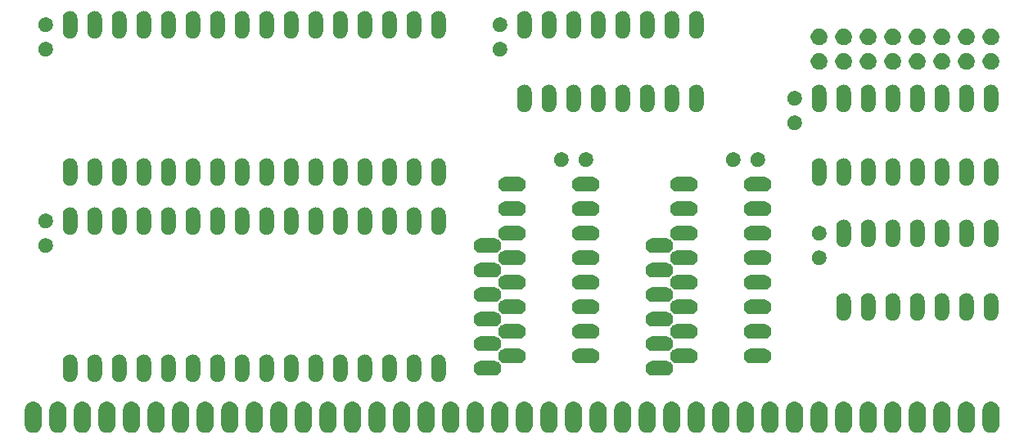
<source format=gbr>
G04 #@! TF.GenerationSoftware,KiCad,Pcbnew,5.1.2*
G04 #@! TF.CreationDate,2020-10-23T13:05:21+02:00*
G04 #@! TF.ProjectId,2fe143d13a9057f7874dd1e763167673,32666531-3433-4643-9133-613930353766,rev?*
G04 #@! TF.SameCoordinates,Original*
G04 #@! TF.FileFunction,Soldermask,Top*
G04 #@! TF.FilePolarity,Negative*
%FSLAX46Y46*%
G04 Gerber Fmt 4.6, Leading zero omitted, Abs format (unit mm)*
G04 Created by KiCad (PCBNEW 5.1.2) date 2020-10-23 13:05:21*
%MOMM*%
%LPD*%
G04 APERTURE LIST*
%ADD10C,0.100000*%
G04 APERTURE END LIST*
D10*
G36*
X177410394Y-123705496D02*
G01*
X177530826Y-123742029D01*
X177573187Y-123754879D01*
X177723207Y-123835066D01*
X177723210Y-123835068D01*
X177723211Y-123835069D01*
X177854712Y-123942988D01*
X177962631Y-124074488D01*
X177962633Y-124074492D01*
X177962634Y-124074493D01*
X178042821Y-124224513D01*
X178042822Y-124224516D01*
X178092204Y-124387305D01*
X178104700Y-124514180D01*
X178104700Y-126123020D01*
X178092204Y-126249895D01*
X178042822Y-126412684D01*
X178042821Y-126412687D01*
X177962634Y-126562707D01*
X177962631Y-126562712D01*
X177854712Y-126694212D01*
X177723212Y-126802131D01*
X177723208Y-126802133D01*
X177723207Y-126802134D01*
X177573187Y-126882321D01*
X177573184Y-126882322D01*
X177410395Y-126931704D01*
X177241100Y-126948378D01*
X177071806Y-126931704D01*
X176909017Y-126882322D01*
X176909014Y-126882321D01*
X176758994Y-126802134D01*
X176758993Y-126802133D01*
X176758989Y-126802131D01*
X176627489Y-126694212D01*
X176519570Y-126562712D01*
X176519567Y-126562707D01*
X176439380Y-126412687D01*
X176439379Y-126412684D01*
X176389997Y-126249895D01*
X176377501Y-126123020D01*
X176377500Y-124514181D01*
X176389996Y-124387306D01*
X176439378Y-124224517D01*
X176439379Y-124224513D01*
X176519566Y-124074493D01*
X176519570Y-124074488D01*
X176627488Y-123942988D01*
X176758988Y-123835069D01*
X176758992Y-123835067D01*
X176758993Y-123835066D01*
X176909013Y-123754879D01*
X176909016Y-123754878D01*
X177071805Y-123705496D01*
X177241100Y-123688822D01*
X177410394Y-123705496D01*
X177410394Y-123705496D01*
G37*
G36*
X149470394Y-123705496D02*
G01*
X149590826Y-123742029D01*
X149633187Y-123754879D01*
X149783207Y-123835066D01*
X149783210Y-123835068D01*
X149783211Y-123835069D01*
X149914712Y-123942988D01*
X150022631Y-124074488D01*
X150022633Y-124074492D01*
X150022634Y-124074493D01*
X150102821Y-124224513D01*
X150102822Y-124224516D01*
X150152204Y-124387305D01*
X150164700Y-124514180D01*
X150164700Y-126123020D01*
X150152204Y-126249895D01*
X150102822Y-126412684D01*
X150102821Y-126412687D01*
X150022634Y-126562707D01*
X150022631Y-126562712D01*
X149914712Y-126694212D01*
X149783212Y-126802131D01*
X149783208Y-126802133D01*
X149783207Y-126802134D01*
X149633187Y-126882321D01*
X149633184Y-126882322D01*
X149470395Y-126931704D01*
X149301100Y-126948378D01*
X149131806Y-126931704D01*
X148969017Y-126882322D01*
X148969014Y-126882321D01*
X148818994Y-126802134D01*
X148818993Y-126802133D01*
X148818989Y-126802131D01*
X148687489Y-126694212D01*
X148579570Y-126562712D01*
X148579567Y-126562707D01*
X148499380Y-126412687D01*
X148499379Y-126412684D01*
X148449997Y-126249895D01*
X148437501Y-126123020D01*
X148437500Y-124514181D01*
X148449996Y-124387306D01*
X148499378Y-124224517D01*
X148499379Y-124224513D01*
X148579566Y-124074493D01*
X148579570Y-124074488D01*
X148687488Y-123942988D01*
X148818988Y-123835069D01*
X148818992Y-123835067D01*
X148818993Y-123835066D01*
X148969013Y-123754879D01*
X148969016Y-123754878D01*
X149131805Y-123705496D01*
X149301100Y-123688822D01*
X149470394Y-123705496D01*
X149470394Y-123705496D01*
G37*
G36*
X152010394Y-123705496D02*
G01*
X152130826Y-123742029D01*
X152173187Y-123754879D01*
X152323207Y-123835066D01*
X152323210Y-123835068D01*
X152323211Y-123835069D01*
X152454712Y-123942988D01*
X152562631Y-124074488D01*
X152562633Y-124074492D01*
X152562634Y-124074493D01*
X152642821Y-124224513D01*
X152642822Y-124224516D01*
X152692204Y-124387305D01*
X152704700Y-124514180D01*
X152704700Y-126123020D01*
X152692204Y-126249895D01*
X152642822Y-126412684D01*
X152642821Y-126412687D01*
X152562634Y-126562707D01*
X152562631Y-126562712D01*
X152454712Y-126694212D01*
X152323212Y-126802131D01*
X152323208Y-126802133D01*
X152323207Y-126802134D01*
X152173187Y-126882321D01*
X152173184Y-126882322D01*
X152010395Y-126931704D01*
X151841100Y-126948378D01*
X151671806Y-126931704D01*
X151509017Y-126882322D01*
X151509014Y-126882321D01*
X151358994Y-126802134D01*
X151358993Y-126802133D01*
X151358989Y-126802131D01*
X151227489Y-126694212D01*
X151119570Y-126562712D01*
X151119567Y-126562707D01*
X151039380Y-126412687D01*
X151039379Y-126412684D01*
X150989997Y-126249895D01*
X150977501Y-126123020D01*
X150977500Y-124514181D01*
X150989996Y-124387306D01*
X151039378Y-124224517D01*
X151039379Y-124224513D01*
X151119566Y-124074493D01*
X151119570Y-124074488D01*
X151227488Y-123942988D01*
X151358988Y-123835069D01*
X151358992Y-123835067D01*
X151358993Y-123835066D01*
X151509013Y-123754879D01*
X151509016Y-123754878D01*
X151671805Y-123705496D01*
X151841100Y-123688822D01*
X152010394Y-123705496D01*
X152010394Y-123705496D01*
G37*
G36*
X154550394Y-123705496D02*
G01*
X154670826Y-123742029D01*
X154713187Y-123754879D01*
X154863207Y-123835066D01*
X154863210Y-123835068D01*
X154863211Y-123835069D01*
X154994712Y-123942988D01*
X155102631Y-124074488D01*
X155102633Y-124074492D01*
X155102634Y-124074493D01*
X155182821Y-124224513D01*
X155182822Y-124224516D01*
X155232204Y-124387305D01*
X155244700Y-124514180D01*
X155244700Y-126123020D01*
X155232204Y-126249895D01*
X155182822Y-126412684D01*
X155182821Y-126412687D01*
X155102634Y-126562707D01*
X155102631Y-126562712D01*
X154994712Y-126694212D01*
X154863212Y-126802131D01*
X154863208Y-126802133D01*
X154863207Y-126802134D01*
X154713187Y-126882321D01*
X154713184Y-126882322D01*
X154550395Y-126931704D01*
X154381100Y-126948378D01*
X154211806Y-126931704D01*
X154049017Y-126882322D01*
X154049014Y-126882321D01*
X153898994Y-126802134D01*
X153898993Y-126802133D01*
X153898989Y-126802131D01*
X153767489Y-126694212D01*
X153659570Y-126562712D01*
X153659567Y-126562707D01*
X153579380Y-126412687D01*
X153579379Y-126412684D01*
X153529997Y-126249895D01*
X153517501Y-126123020D01*
X153517500Y-124514181D01*
X153529996Y-124387306D01*
X153579378Y-124224517D01*
X153579379Y-124224513D01*
X153659566Y-124074493D01*
X153659570Y-124074488D01*
X153767488Y-123942988D01*
X153898988Y-123835069D01*
X153898992Y-123835067D01*
X153898993Y-123835066D01*
X154049013Y-123754879D01*
X154049016Y-123754878D01*
X154211805Y-123705496D01*
X154381100Y-123688822D01*
X154550394Y-123705496D01*
X154550394Y-123705496D01*
G37*
G36*
X157090394Y-123705496D02*
G01*
X157210826Y-123742029D01*
X157253187Y-123754879D01*
X157403207Y-123835066D01*
X157403210Y-123835068D01*
X157403211Y-123835069D01*
X157534712Y-123942988D01*
X157642631Y-124074488D01*
X157642633Y-124074492D01*
X157642634Y-124074493D01*
X157722821Y-124224513D01*
X157722822Y-124224516D01*
X157772204Y-124387305D01*
X157784700Y-124514180D01*
X157784700Y-126123020D01*
X157772204Y-126249895D01*
X157722822Y-126412684D01*
X157722821Y-126412687D01*
X157642634Y-126562707D01*
X157642631Y-126562712D01*
X157534712Y-126694212D01*
X157403212Y-126802131D01*
X157403208Y-126802133D01*
X157403207Y-126802134D01*
X157253187Y-126882321D01*
X157253184Y-126882322D01*
X157090395Y-126931704D01*
X156921100Y-126948378D01*
X156751806Y-126931704D01*
X156589017Y-126882322D01*
X156589014Y-126882321D01*
X156438994Y-126802134D01*
X156438993Y-126802133D01*
X156438989Y-126802131D01*
X156307489Y-126694212D01*
X156199570Y-126562712D01*
X156199567Y-126562707D01*
X156119380Y-126412687D01*
X156119379Y-126412684D01*
X156069997Y-126249895D01*
X156057501Y-126123020D01*
X156057500Y-124514181D01*
X156069996Y-124387306D01*
X156119378Y-124224517D01*
X156119379Y-124224513D01*
X156199566Y-124074493D01*
X156199570Y-124074488D01*
X156307488Y-123942988D01*
X156438988Y-123835069D01*
X156438992Y-123835067D01*
X156438993Y-123835066D01*
X156589013Y-123754879D01*
X156589016Y-123754878D01*
X156751805Y-123705496D01*
X156921100Y-123688822D01*
X157090394Y-123705496D01*
X157090394Y-123705496D01*
G37*
G36*
X159630394Y-123705496D02*
G01*
X159750826Y-123742029D01*
X159793187Y-123754879D01*
X159943207Y-123835066D01*
X159943210Y-123835068D01*
X159943211Y-123835069D01*
X160074712Y-123942988D01*
X160182631Y-124074488D01*
X160182633Y-124074492D01*
X160182634Y-124074493D01*
X160262821Y-124224513D01*
X160262822Y-124224516D01*
X160312204Y-124387305D01*
X160324700Y-124514180D01*
X160324700Y-126123020D01*
X160312204Y-126249895D01*
X160262822Y-126412684D01*
X160262821Y-126412687D01*
X160182634Y-126562707D01*
X160182631Y-126562712D01*
X160074712Y-126694212D01*
X159943212Y-126802131D01*
X159943208Y-126802133D01*
X159943207Y-126802134D01*
X159793187Y-126882321D01*
X159793184Y-126882322D01*
X159630395Y-126931704D01*
X159461100Y-126948378D01*
X159291806Y-126931704D01*
X159129017Y-126882322D01*
X159129014Y-126882321D01*
X158978994Y-126802134D01*
X158978993Y-126802133D01*
X158978989Y-126802131D01*
X158847489Y-126694212D01*
X158739570Y-126562712D01*
X158739567Y-126562707D01*
X158659380Y-126412687D01*
X158659379Y-126412684D01*
X158609997Y-126249895D01*
X158597501Y-126123020D01*
X158597500Y-124514181D01*
X158609996Y-124387306D01*
X158659378Y-124224517D01*
X158659379Y-124224513D01*
X158739566Y-124074493D01*
X158739570Y-124074488D01*
X158847488Y-123942988D01*
X158978988Y-123835069D01*
X158978992Y-123835067D01*
X158978993Y-123835066D01*
X159129013Y-123754879D01*
X159129016Y-123754878D01*
X159291805Y-123705496D01*
X159461100Y-123688822D01*
X159630394Y-123705496D01*
X159630394Y-123705496D01*
G37*
G36*
X162170394Y-123705496D02*
G01*
X162290826Y-123742029D01*
X162333187Y-123754879D01*
X162483207Y-123835066D01*
X162483210Y-123835068D01*
X162483211Y-123835069D01*
X162614712Y-123942988D01*
X162722631Y-124074488D01*
X162722633Y-124074492D01*
X162722634Y-124074493D01*
X162802821Y-124224513D01*
X162802822Y-124224516D01*
X162852204Y-124387305D01*
X162864700Y-124514180D01*
X162864700Y-126123020D01*
X162852204Y-126249895D01*
X162802822Y-126412684D01*
X162802821Y-126412687D01*
X162722634Y-126562707D01*
X162722631Y-126562712D01*
X162614712Y-126694212D01*
X162483212Y-126802131D01*
X162483208Y-126802133D01*
X162483207Y-126802134D01*
X162333187Y-126882321D01*
X162333184Y-126882322D01*
X162170395Y-126931704D01*
X162001100Y-126948378D01*
X161831806Y-126931704D01*
X161669017Y-126882322D01*
X161669014Y-126882321D01*
X161518994Y-126802134D01*
X161518993Y-126802133D01*
X161518989Y-126802131D01*
X161387489Y-126694212D01*
X161279570Y-126562712D01*
X161279567Y-126562707D01*
X161199380Y-126412687D01*
X161199379Y-126412684D01*
X161149997Y-126249895D01*
X161137501Y-126123020D01*
X161137500Y-124514181D01*
X161149996Y-124387306D01*
X161199378Y-124224517D01*
X161199379Y-124224513D01*
X161279566Y-124074493D01*
X161279570Y-124074488D01*
X161387488Y-123942988D01*
X161518988Y-123835069D01*
X161518992Y-123835067D01*
X161518993Y-123835066D01*
X161669013Y-123754879D01*
X161669016Y-123754878D01*
X161831805Y-123705496D01*
X162001100Y-123688822D01*
X162170394Y-123705496D01*
X162170394Y-123705496D01*
G37*
G36*
X164710394Y-123705496D02*
G01*
X164830826Y-123742029D01*
X164873187Y-123754879D01*
X165023207Y-123835066D01*
X165023210Y-123835068D01*
X165023211Y-123835069D01*
X165154712Y-123942988D01*
X165262631Y-124074488D01*
X165262633Y-124074492D01*
X165262634Y-124074493D01*
X165342821Y-124224513D01*
X165342822Y-124224516D01*
X165392204Y-124387305D01*
X165404700Y-124514180D01*
X165404700Y-126123020D01*
X165392204Y-126249895D01*
X165342822Y-126412684D01*
X165342821Y-126412687D01*
X165262634Y-126562707D01*
X165262631Y-126562712D01*
X165154712Y-126694212D01*
X165023212Y-126802131D01*
X165023208Y-126802133D01*
X165023207Y-126802134D01*
X164873187Y-126882321D01*
X164873184Y-126882322D01*
X164710395Y-126931704D01*
X164541100Y-126948378D01*
X164371806Y-126931704D01*
X164209017Y-126882322D01*
X164209014Y-126882321D01*
X164058994Y-126802134D01*
X164058993Y-126802133D01*
X164058989Y-126802131D01*
X163927489Y-126694212D01*
X163819570Y-126562712D01*
X163819567Y-126562707D01*
X163739380Y-126412687D01*
X163739379Y-126412684D01*
X163689997Y-126249895D01*
X163677501Y-126123020D01*
X163677500Y-124514181D01*
X163689996Y-124387306D01*
X163739378Y-124224517D01*
X163739379Y-124224513D01*
X163819566Y-124074493D01*
X163819570Y-124074488D01*
X163927488Y-123942988D01*
X164058988Y-123835069D01*
X164058992Y-123835067D01*
X164058993Y-123835066D01*
X164209013Y-123754879D01*
X164209016Y-123754878D01*
X164371805Y-123705496D01*
X164541100Y-123688822D01*
X164710394Y-123705496D01*
X164710394Y-123705496D01*
G37*
G36*
X167250394Y-123705496D02*
G01*
X167370826Y-123742029D01*
X167413187Y-123754879D01*
X167563207Y-123835066D01*
X167563210Y-123835068D01*
X167563211Y-123835069D01*
X167694712Y-123942988D01*
X167802631Y-124074488D01*
X167802633Y-124074492D01*
X167802634Y-124074493D01*
X167882821Y-124224513D01*
X167882822Y-124224516D01*
X167932204Y-124387305D01*
X167944700Y-124514180D01*
X167944700Y-126123020D01*
X167932204Y-126249895D01*
X167882822Y-126412684D01*
X167882821Y-126412687D01*
X167802634Y-126562707D01*
X167802631Y-126562712D01*
X167694712Y-126694212D01*
X167563212Y-126802131D01*
X167563208Y-126802133D01*
X167563207Y-126802134D01*
X167413187Y-126882321D01*
X167413184Y-126882322D01*
X167250395Y-126931704D01*
X167081100Y-126948378D01*
X166911806Y-126931704D01*
X166749017Y-126882322D01*
X166749014Y-126882321D01*
X166598994Y-126802134D01*
X166598993Y-126802133D01*
X166598989Y-126802131D01*
X166467489Y-126694212D01*
X166359570Y-126562712D01*
X166359567Y-126562707D01*
X166279380Y-126412687D01*
X166279379Y-126412684D01*
X166229997Y-126249895D01*
X166217501Y-126123020D01*
X166217500Y-124514181D01*
X166229996Y-124387306D01*
X166279378Y-124224517D01*
X166279379Y-124224513D01*
X166359566Y-124074493D01*
X166359570Y-124074488D01*
X166467488Y-123942988D01*
X166598988Y-123835069D01*
X166598992Y-123835067D01*
X166598993Y-123835066D01*
X166749013Y-123754879D01*
X166749016Y-123754878D01*
X166911805Y-123705496D01*
X167081100Y-123688822D01*
X167250394Y-123705496D01*
X167250394Y-123705496D01*
G37*
G36*
X169790394Y-123705496D02*
G01*
X169910826Y-123742029D01*
X169953187Y-123754879D01*
X170103207Y-123835066D01*
X170103210Y-123835068D01*
X170103211Y-123835069D01*
X170234712Y-123942988D01*
X170342631Y-124074488D01*
X170342633Y-124074492D01*
X170342634Y-124074493D01*
X170422821Y-124224513D01*
X170422822Y-124224516D01*
X170472204Y-124387305D01*
X170484700Y-124514180D01*
X170484700Y-126123020D01*
X170472204Y-126249895D01*
X170422822Y-126412684D01*
X170422821Y-126412687D01*
X170342634Y-126562707D01*
X170342631Y-126562712D01*
X170234712Y-126694212D01*
X170103212Y-126802131D01*
X170103208Y-126802133D01*
X170103207Y-126802134D01*
X169953187Y-126882321D01*
X169953184Y-126882322D01*
X169790395Y-126931704D01*
X169621100Y-126948378D01*
X169451806Y-126931704D01*
X169289017Y-126882322D01*
X169289014Y-126882321D01*
X169138994Y-126802134D01*
X169138993Y-126802133D01*
X169138989Y-126802131D01*
X169007489Y-126694212D01*
X168899570Y-126562712D01*
X168899567Y-126562707D01*
X168819380Y-126412687D01*
X168819379Y-126412684D01*
X168769997Y-126249895D01*
X168757501Y-126123020D01*
X168757500Y-124514181D01*
X168769996Y-124387306D01*
X168819378Y-124224517D01*
X168819379Y-124224513D01*
X168899566Y-124074493D01*
X168899570Y-124074488D01*
X169007488Y-123942988D01*
X169138988Y-123835069D01*
X169138992Y-123835067D01*
X169138993Y-123835066D01*
X169289013Y-123754879D01*
X169289016Y-123754878D01*
X169451805Y-123705496D01*
X169621100Y-123688822D01*
X169790394Y-123705496D01*
X169790394Y-123705496D01*
G37*
G36*
X172330394Y-123705496D02*
G01*
X172450826Y-123742029D01*
X172493187Y-123754879D01*
X172643207Y-123835066D01*
X172643210Y-123835068D01*
X172643211Y-123835069D01*
X172774712Y-123942988D01*
X172882631Y-124074488D01*
X172882633Y-124074492D01*
X172882634Y-124074493D01*
X172962821Y-124224513D01*
X172962822Y-124224516D01*
X173012204Y-124387305D01*
X173024700Y-124514180D01*
X173024700Y-126123020D01*
X173012204Y-126249895D01*
X172962822Y-126412684D01*
X172962821Y-126412687D01*
X172882634Y-126562707D01*
X172882631Y-126562712D01*
X172774712Y-126694212D01*
X172643212Y-126802131D01*
X172643208Y-126802133D01*
X172643207Y-126802134D01*
X172493187Y-126882321D01*
X172493184Y-126882322D01*
X172330395Y-126931704D01*
X172161100Y-126948378D01*
X171991806Y-126931704D01*
X171829017Y-126882322D01*
X171829014Y-126882321D01*
X171678994Y-126802134D01*
X171678993Y-126802133D01*
X171678989Y-126802131D01*
X171547489Y-126694212D01*
X171439570Y-126562712D01*
X171439567Y-126562707D01*
X171359380Y-126412687D01*
X171359379Y-126412684D01*
X171309997Y-126249895D01*
X171297501Y-126123020D01*
X171297500Y-124514181D01*
X171309996Y-124387306D01*
X171359378Y-124224517D01*
X171359379Y-124224513D01*
X171439566Y-124074493D01*
X171439570Y-124074488D01*
X171547488Y-123942988D01*
X171678988Y-123835069D01*
X171678992Y-123835067D01*
X171678993Y-123835066D01*
X171829013Y-123754879D01*
X171829016Y-123754878D01*
X171991805Y-123705496D01*
X172161100Y-123688822D01*
X172330394Y-123705496D01*
X172330394Y-123705496D01*
G37*
G36*
X98670394Y-123705496D02*
G01*
X98790826Y-123742029D01*
X98833187Y-123754879D01*
X98983207Y-123835066D01*
X98983210Y-123835068D01*
X98983211Y-123835069D01*
X99114712Y-123942988D01*
X99222631Y-124074488D01*
X99222633Y-124074492D01*
X99222634Y-124074493D01*
X99302821Y-124224513D01*
X99302822Y-124224516D01*
X99352204Y-124387305D01*
X99364700Y-124514180D01*
X99364700Y-126123020D01*
X99352204Y-126249895D01*
X99302822Y-126412684D01*
X99302821Y-126412687D01*
X99222634Y-126562707D01*
X99222631Y-126562712D01*
X99114712Y-126694212D01*
X98983212Y-126802131D01*
X98983208Y-126802133D01*
X98983207Y-126802134D01*
X98833187Y-126882321D01*
X98833184Y-126882322D01*
X98670395Y-126931704D01*
X98501100Y-126948378D01*
X98331806Y-126931704D01*
X98169017Y-126882322D01*
X98169014Y-126882321D01*
X98018994Y-126802134D01*
X98018993Y-126802133D01*
X98018989Y-126802131D01*
X97887489Y-126694212D01*
X97779570Y-126562712D01*
X97779567Y-126562707D01*
X97699380Y-126412687D01*
X97699379Y-126412684D01*
X97649997Y-126249895D01*
X97637501Y-126123020D01*
X97637500Y-124514181D01*
X97649996Y-124387306D01*
X97699378Y-124224517D01*
X97699379Y-124224513D01*
X97779566Y-124074493D01*
X97779570Y-124074488D01*
X97887488Y-123942988D01*
X98018988Y-123835069D01*
X98018992Y-123835067D01*
X98018993Y-123835066D01*
X98169013Y-123754879D01*
X98169016Y-123754878D01*
X98331805Y-123705496D01*
X98501100Y-123688822D01*
X98670394Y-123705496D01*
X98670394Y-123705496D01*
G37*
G36*
X179950394Y-123705496D02*
G01*
X180070826Y-123742029D01*
X180113187Y-123754879D01*
X180263207Y-123835066D01*
X180263210Y-123835068D01*
X180263211Y-123835069D01*
X180394712Y-123942988D01*
X180502631Y-124074488D01*
X180502633Y-124074492D01*
X180502634Y-124074493D01*
X180582821Y-124224513D01*
X180582822Y-124224516D01*
X180632204Y-124387305D01*
X180644700Y-124514180D01*
X180644700Y-126123020D01*
X180632204Y-126249895D01*
X180582822Y-126412684D01*
X180582821Y-126412687D01*
X180502634Y-126562707D01*
X180502631Y-126562712D01*
X180394712Y-126694212D01*
X180263212Y-126802131D01*
X180263208Y-126802133D01*
X180263207Y-126802134D01*
X180113187Y-126882321D01*
X180113184Y-126882322D01*
X179950395Y-126931704D01*
X179781100Y-126948378D01*
X179611806Y-126931704D01*
X179449017Y-126882322D01*
X179449014Y-126882321D01*
X179298994Y-126802134D01*
X179298993Y-126802133D01*
X179298989Y-126802131D01*
X179167489Y-126694212D01*
X179059570Y-126562712D01*
X179059567Y-126562707D01*
X178979380Y-126412687D01*
X178979379Y-126412684D01*
X178929997Y-126249895D01*
X178917501Y-126123020D01*
X178917500Y-124514181D01*
X178929996Y-124387306D01*
X178979378Y-124224517D01*
X178979379Y-124224513D01*
X179059566Y-124074493D01*
X179059570Y-124074488D01*
X179167488Y-123942988D01*
X179298988Y-123835069D01*
X179298992Y-123835067D01*
X179298993Y-123835066D01*
X179449013Y-123754879D01*
X179449016Y-123754878D01*
X179611805Y-123705496D01*
X179781100Y-123688822D01*
X179950394Y-123705496D01*
X179950394Y-123705496D01*
G37*
G36*
X182490394Y-123705496D02*
G01*
X182610826Y-123742029D01*
X182653187Y-123754879D01*
X182803207Y-123835066D01*
X182803210Y-123835068D01*
X182803211Y-123835069D01*
X182934712Y-123942988D01*
X183042631Y-124074488D01*
X183042633Y-124074492D01*
X183042634Y-124074493D01*
X183122821Y-124224513D01*
X183122822Y-124224516D01*
X183172204Y-124387305D01*
X183184700Y-124514180D01*
X183184700Y-126123020D01*
X183172204Y-126249895D01*
X183122822Y-126412684D01*
X183122821Y-126412687D01*
X183042634Y-126562707D01*
X183042631Y-126562712D01*
X182934712Y-126694212D01*
X182803212Y-126802131D01*
X182803208Y-126802133D01*
X182803207Y-126802134D01*
X182653187Y-126882321D01*
X182653184Y-126882322D01*
X182490395Y-126931704D01*
X182321100Y-126948378D01*
X182151806Y-126931704D01*
X181989017Y-126882322D01*
X181989014Y-126882321D01*
X181838994Y-126802134D01*
X181838993Y-126802133D01*
X181838989Y-126802131D01*
X181707489Y-126694212D01*
X181599570Y-126562712D01*
X181599567Y-126562707D01*
X181519380Y-126412687D01*
X181519379Y-126412684D01*
X181469997Y-126249895D01*
X181457501Y-126123020D01*
X181457500Y-124514181D01*
X181469996Y-124387306D01*
X181519378Y-124224517D01*
X181519379Y-124224513D01*
X181599566Y-124074493D01*
X181599570Y-124074488D01*
X181707488Y-123942988D01*
X181838988Y-123835069D01*
X181838992Y-123835067D01*
X181838993Y-123835066D01*
X181989013Y-123754879D01*
X181989016Y-123754878D01*
X182151805Y-123705496D01*
X182321100Y-123688822D01*
X182490394Y-123705496D01*
X182490394Y-123705496D01*
G37*
G36*
X185030394Y-123705496D02*
G01*
X185150826Y-123742029D01*
X185193187Y-123754879D01*
X185343207Y-123835066D01*
X185343210Y-123835068D01*
X185343211Y-123835069D01*
X185474712Y-123942988D01*
X185582631Y-124074488D01*
X185582633Y-124074492D01*
X185582634Y-124074493D01*
X185662821Y-124224513D01*
X185662822Y-124224516D01*
X185712204Y-124387305D01*
X185724700Y-124514180D01*
X185724700Y-126123020D01*
X185712204Y-126249895D01*
X185662822Y-126412684D01*
X185662821Y-126412687D01*
X185582634Y-126562707D01*
X185582631Y-126562712D01*
X185474712Y-126694212D01*
X185343212Y-126802131D01*
X185343208Y-126802133D01*
X185343207Y-126802134D01*
X185193187Y-126882321D01*
X185193184Y-126882322D01*
X185030395Y-126931704D01*
X184861100Y-126948378D01*
X184691806Y-126931704D01*
X184529017Y-126882322D01*
X184529014Y-126882321D01*
X184378994Y-126802134D01*
X184378993Y-126802133D01*
X184378989Y-126802131D01*
X184247489Y-126694212D01*
X184139570Y-126562712D01*
X184139567Y-126562707D01*
X184059380Y-126412687D01*
X184059379Y-126412684D01*
X184009997Y-126249895D01*
X183997501Y-126123020D01*
X183997500Y-124514181D01*
X184009996Y-124387306D01*
X184059378Y-124224517D01*
X184059379Y-124224513D01*
X184139566Y-124074493D01*
X184139570Y-124074488D01*
X184247488Y-123942988D01*
X184378988Y-123835069D01*
X184378992Y-123835067D01*
X184378993Y-123835066D01*
X184529013Y-123754879D01*
X184529016Y-123754878D01*
X184691805Y-123705496D01*
X184861100Y-123688822D01*
X185030394Y-123705496D01*
X185030394Y-123705496D01*
G37*
G36*
X187570394Y-123705496D02*
G01*
X187690826Y-123742029D01*
X187733187Y-123754879D01*
X187883207Y-123835066D01*
X187883210Y-123835068D01*
X187883211Y-123835069D01*
X188014712Y-123942988D01*
X188122631Y-124074488D01*
X188122633Y-124074492D01*
X188122634Y-124074493D01*
X188202821Y-124224513D01*
X188202822Y-124224516D01*
X188252204Y-124387305D01*
X188264700Y-124514180D01*
X188264700Y-126123020D01*
X188252204Y-126249895D01*
X188202822Y-126412684D01*
X188202821Y-126412687D01*
X188122634Y-126562707D01*
X188122631Y-126562712D01*
X188014712Y-126694212D01*
X187883212Y-126802131D01*
X187883208Y-126802133D01*
X187883207Y-126802134D01*
X187733187Y-126882321D01*
X187733184Y-126882322D01*
X187570395Y-126931704D01*
X187401100Y-126948378D01*
X187231806Y-126931704D01*
X187069017Y-126882322D01*
X187069014Y-126882321D01*
X186918994Y-126802134D01*
X186918993Y-126802133D01*
X186918989Y-126802131D01*
X186787489Y-126694212D01*
X186679570Y-126562712D01*
X186679567Y-126562707D01*
X186599380Y-126412687D01*
X186599379Y-126412684D01*
X186549997Y-126249895D01*
X186537501Y-126123020D01*
X186537500Y-124514181D01*
X186549996Y-124387306D01*
X186599378Y-124224517D01*
X186599379Y-124224513D01*
X186679566Y-124074493D01*
X186679570Y-124074488D01*
X186787488Y-123942988D01*
X186918988Y-123835069D01*
X186918992Y-123835067D01*
X186918993Y-123835066D01*
X187069013Y-123754879D01*
X187069016Y-123754878D01*
X187231805Y-123705496D01*
X187401100Y-123688822D01*
X187570394Y-123705496D01*
X187570394Y-123705496D01*
G37*
G36*
X190110394Y-123705496D02*
G01*
X190230826Y-123742029D01*
X190273187Y-123754879D01*
X190423207Y-123835066D01*
X190423210Y-123835068D01*
X190423211Y-123835069D01*
X190554712Y-123942988D01*
X190662631Y-124074488D01*
X190662633Y-124074492D01*
X190662634Y-124074493D01*
X190742821Y-124224513D01*
X190742822Y-124224516D01*
X190792204Y-124387305D01*
X190804700Y-124514180D01*
X190804700Y-126123020D01*
X190792204Y-126249895D01*
X190742822Y-126412684D01*
X190742821Y-126412687D01*
X190662634Y-126562707D01*
X190662631Y-126562712D01*
X190554712Y-126694212D01*
X190423212Y-126802131D01*
X190423208Y-126802133D01*
X190423207Y-126802134D01*
X190273187Y-126882321D01*
X190273184Y-126882322D01*
X190110395Y-126931704D01*
X189941100Y-126948378D01*
X189771806Y-126931704D01*
X189609017Y-126882322D01*
X189609014Y-126882321D01*
X189458994Y-126802134D01*
X189458993Y-126802133D01*
X189458989Y-126802131D01*
X189327489Y-126694212D01*
X189219570Y-126562712D01*
X189219567Y-126562707D01*
X189139380Y-126412687D01*
X189139379Y-126412684D01*
X189089997Y-126249895D01*
X189077501Y-126123020D01*
X189077500Y-124514181D01*
X189089996Y-124387306D01*
X189139378Y-124224517D01*
X189139379Y-124224513D01*
X189219566Y-124074493D01*
X189219570Y-124074488D01*
X189327488Y-123942988D01*
X189458988Y-123835069D01*
X189458992Y-123835067D01*
X189458993Y-123835066D01*
X189609013Y-123754879D01*
X189609016Y-123754878D01*
X189771805Y-123705496D01*
X189941100Y-123688822D01*
X190110394Y-123705496D01*
X190110394Y-123705496D01*
G37*
G36*
X192650394Y-123705496D02*
G01*
X192770826Y-123742029D01*
X192813187Y-123754879D01*
X192963207Y-123835066D01*
X192963210Y-123835068D01*
X192963211Y-123835069D01*
X193094712Y-123942988D01*
X193202631Y-124074488D01*
X193202633Y-124074492D01*
X193202634Y-124074493D01*
X193282821Y-124224513D01*
X193282822Y-124224516D01*
X193332204Y-124387305D01*
X193344700Y-124514180D01*
X193344700Y-126123020D01*
X193332204Y-126249895D01*
X193282822Y-126412684D01*
X193282821Y-126412687D01*
X193202634Y-126562707D01*
X193202631Y-126562712D01*
X193094712Y-126694212D01*
X192963212Y-126802131D01*
X192963208Y-126802133D01*
X192963207Y-126802134D01*
X192813187Y-126882321D01*
X192813184Y-126882322D01*
X192650395Y-126931704D01*
X192481100Y-126948378D01*
X192311806Y-126931704D01*
X192149017Y-126882322D01*
X192149014Y-126882321D01*
X191998994Y-126802134D01*
X191998993Y-126802133D01*
X191998989Y-126802131D01*
X191867489Y-126694212D01*
X191759570Y-126562712D01*
X191759567Y-126562707D01*
X191679380Y-126412687D01*
X191679379Y-126412684D01*
X191629997Y-126249895D01*
X191617501Y-126123020D01*
X191617500Y-124514181D01*
X191629996Y-124387306D01*
X191679378Y-124224517D01*
X191679379Y-124224513D01*
X191759566Y-124074493D01*
X191759570Y-124074488D01*
X191867488Y-123942988D01*
X191998988Y-123835069D01*
X191998992Y-123835067D01*
X191998993Y-123835066D01*
X192149013Y-123754879D01*
X192149016Y-123754878D01*
X192311805Y-123705496D01*
X192481100Y-123688822D01*
X192650394Y-123705496D01*
X192650394Y-123705496D01*
G37*
G36*
X195190394Y-123705496D02*
G01*
X195310826Y-123742029D01*
X195353187Y-123754879D01*
X195503207Y-123835066D01*
X195503210Y-123835068D01*
X195503211Y-123835069D01*
X195634712Y-123942988D01*
X195742631Y-124074488D01*
X195742633Y-124074492D01*
X195742634Y-124074493D01*
X195822821Y-124224513D01*
X195822822Y-124224516D01*
X195872204Y-124387305D01*
X195884700Y-124514180D01*
X195884700Y-126123020D01*
X195872204Y-126249895D01*
X195822822Y-126412684D01*
X195822821Y-126412687D01*
X195742634Y-126562707D01*
X195742631Y-126562712D01*
X195634712Y-126694212D01*
X195503212Y-126802131D01*
X195503208Y-126802133D01*
X195503207Y-126802134D01*
X195353187Y-126882321D01*
X195353184Y-126882322D01*
X195190395Y-126931704D01*
X195021100Y-126948378D01*
X194851806Y-126931704D01*
X194689017Y-126882322D01*
X194689014Y-126882321D01*
X194538994Y-126802134D01*
X194538993Y-126802133D01*
X194538989Y-126802131D01*
X194407489Y-126694212D01*
X194299570Y-126562712D01*
X194299567Y-126562707D01*
X194219380Y-126412687D01*
X194219379Y-126412684D01*
X194169997Y-126249895D01*
X194157501Y-126123020D01*
X194157500Y-124514181D01*
X194169996Y-124387306D01*
X194219378Y-124224517D01*
X194219379Y-124224513D01*
X194299566Y-124074493D01*
X194299570Y-124074488D01*
X194407488Y-123942988D01*
X194538988Y-123835069D01*
X194538992Y-123835067D01*
X194538993Y-123835066D01*
X194689013Y-123754879D01*
X194689016Y-123754878D01*
X194851805Y-123705496D01*
X195021100Y-123688822D01*
X195190394Y-123705496D01*
X195190394Y-123705496D01*
G37*
G36*
X197730394Y-123705496D02*
G01*
X197850826Y-123742029D01*
X197893187Y-123754879D01*
X198043207Y-123835066D01*
X198043210Y-123835068D01*
X198043211Y-123835069D01*
X198174712Y-123942988D01*
X198282631Y-124074488D01*
X198282633Y-124074492D01*
X198282634Y-124074493D01*
X198362821Y-124224513D01*
X198362822Y-124224516D01*
X198412204Y-124387305D01*
X198424700Y-124514180D01*
X198424700Y-126123020D01*
X198412204Y-126249895D01*
X198362822Y-126412684D01*
X198362821Y-126412687D01*
X198282634Y-126562707D01*
X198282631Y-126562712D01*
X198174712Y-126694212D01*
X198043212Y-126802131D01*
X198043208Y-126802133D01*
X198043207Y-126802134D01*
X197893187Y-126882321D01*
X197893184Y-126882322D01*
X197730395Y-126931704D01*
X197561100Y-126948378D01*
X197391806Y-126931704D01*
X197229017Y-126882322D01*
X197229014Y-126882321D01*
X197078994Y-126802134D01*
X197078993Y-126802133D01*
X197078989Y-126802131D01*
X196947489Y-126694212D01*
X196839570Y-126562712D01*
X196839567Y-126562707D01*
X196759380Y-126412687D01*
X196759379Y-126412684D01*
X196709997Y-126249895D01*
X196697501Y-126123020D01*
X196697500Y-124514181D01*
X196709996Y-124387306D01*
X196759378Y-124224517D01*
X196759379Y-124224513D01*
X196839566Y-124074493D01*
X196839570Y-124074488D01*
X196947488Y-123942988D01*
X197078988Y-123835069D01*
X197078992Y-123835067D01*
X197078993Y-123835066D01*
X197229013Y-123754879D01*
X197229016Y-123754878D01*
X197391805Y-123705496D01*
X197561100Y-123688822D01*
X197730394Y-123705496D01*
X197730394Y-123705496D01*
G37*
G36*
X126610394Y-123705496D02*
G01*
X126730826Y-123742029D01*
X126773187Y-123754879D01*
X126923207Y-123835066D01*
X126923210Y-123835068D01*
X126923211Y-123835069D01*
X127054712Y-123942988D01*
X127162631Y-124074488D01*
X127162633Y-124074492D01*
X127162634Y-124074493D01*
X127242821Y-124224513D01*
X127242822Y-124224516D01*
X127292204Y-124387305D01*
X127304700Y-124514180D01*
X127304700Y-126123020D01*
X127292204Y-126249895D01*
X127242822Y-126412684D01*
X127242821Y-126412687D01*
X127162634Y-126562707D01*
X127162631Y-126562712D01*
X127054712Y-126694212D01*
X126923212Y-126802131D01*
X126923208Y-126802133D01*
X126923207Y-126802134D01*
X126773187Y-126882321D01*
X126773184Y-126882322D01*
X126610395Y-126931704D01*
X126441100Y-126948378D01*
X126271806Y-126931704D01*
X126109017Y-126882322D01*
X126109014Y-126882321D01*
X125958994Y-126802134D01*
X125958993Y-126802133D01*
X125958989Y-126802131D01*
X125827489Y-126694212D01*
X125719570Y-126562712D01*
X125719567Y-126562707D01*
X125639380Y-126412687D01*
X125639379Y-126412684D01*
X125589997Y-126249895D01*
X125577501Y-126123020D01*
X125577500Y-124514181D01*
X125589996Y-124387306D01*
X125639378Y-124224517D01*
X125639379Y-124224513D01*
X125719566Y-124074493D01*
X125719570Y-124074488D01*
X125827488Y-123942988D01*
X125958988Y-123835069D01*
X125958992Y-123835067D01*
X125958993Y-123835066D01*
X126109013Y-123754879D01*
X126109016Y-123754878D01*
X126271805Y-123705496D01*
X126441100Y-123688822D01*
X126610394Y-123705496D01*
X126610394Y-123705496D01*
G37*
G36*
X146930394Y-123705496D02*
G01*
X147050826Y-123742029D01*
X147093187Y-123754879D01*
X147243207Y-123835066D01*
X147243210Y-123835068D01*
X147243211Y-123835069D01*
X147374712Y-123942988D01*
X147482631Y-124074488D01*
X147482633Y-124074492D01*
X147482634Y-124074493D01*
X147562821Y-124224513D01*
X147562822Y-124224516D01*
X147612204Y-124387305D01*
X147624700Y-124514180D01*
X147624700Y-126123020D01*
X147612204Y-126249895D01*
X147562822Y-126412684D01*
X147562821Y-126412687D01*
X147482634Y-126562707D01*
X147482631Y-126562712D01*
X147374712Y-126694212D01*
X147243212Y-126802131D01*
X147243208Y-126802133D01*
X147243207Y-126802134D01*
X147093187Y-126882321D01*
X147093184Y-126882322D01*
X146930395Y-126931704D01*
X146761100Y-126948378D01*
X146591806Y-126931704D01*
X146429017Y-126882322D01*
X146429014Y-126882321D01*
X146278994Y-126802134D01*
X146278993Y-126802133D01*
X146278989Y-126802131D01*
X146147489Y-126694212D01*
X146039570Y-126562712D01*
X146039567Y-126562707D01*
X145959380Y-126412687D01*
X145959379Y-126412684D01*
X145909997Y-126249895D01*
X145897501Y-126123020D01*
X145897500Y-124514181D01*
X145909996Y-124387306D01*
X145959378Y-124224517D01*
X145959379Y-124224513D01*
X146039566Y-124074493D01*
X146039570Y-124074488D01*
X146147488Y-123942988D01*
X146278988Y-123835069D01*
X146278992Y-123835067D01*
X146278993Y-123835066D01*
X146429013Y-123754879D01*
X146429016Y-123754878D01*
X146591805Y-123705496D01*
X146761100Y-123688822D01*
X146930394Y-123705496D01*
X146930394Y-123705496D01*
G37*
G36*
X174870394Y-123705496D02*
G01*
X174990826Y-123742029D01*
X175033187Y-123754879D01*
X175183207Y-123835066D01*
X175183210Y-123835068D01*
X175183211Y-123835069D01*
X175314712Y-123942988D01*
X175422631Y-124074488D01*
X175422633Y-124074492D01*
X175422634Y-124074493D01*
X175502821Y-124224513D01*
X175502822Y-124224516D01*
X175552204Y-124387305D01*
X175564700Y-124514180D01*
X175564700Y-126123020D01*
X175552204Y-126249895D01*
X175502822Y-126412684D01*
X175502821Y-126412687D01*
X175422634Y-126562707D01*
X175422631Y-126562712D01*
X175314712Y-126694212D01*
X175183212Y-126802131D01*
X175183208Y-126802133D01*
X175183207Y-126802134D01*
X175033187Y-126882321D01*
X175033184Y-126882322D01*
X174870395Y-126931704D01*
X174701100Y-126948378D01*
X174531806Y-126931704D01*
X174369017Y-126882322D01*
X174369014Y-126882321D01*
X174218994Y-126802134D01*
X174218993Y-126802133D01*
X174218989Y-126802131D01*
X174087489Y-126694212D01*
X173979570Y-126562712D01*
X173979567Y-126562707D01*
X173899380Y-126412687D01*
X173899379Y-126412684D01*
X173849997Y-126249895D01*
X173837501Y-126123020D01*
X173837500Y-124514181D01*
X173849996Y-124387306D01*
X173899378Y-124224517D01*
X173899379Y-124224513D01*
X173979566Y-124074493D01*
X173979570Y-124074488D01*
X174087488Y-123942988D01*
X174218988Y-123835069D01*
X174218992Y-123835067D01*
X174218993Y-123835066D01*
X174369013Y-123754879D01*
X174369016Y-123754878D01*
X174531805Y-123705496D01*
X174701100Y-123688822D01*
X174870394Y-123705496D01*
X174870394Y-123705496D01*
G37*
G36*
X101210394Y-123705496D02*
G01*
X101330826Y-123742029D01*
X101373187Y-123754879D01*
X101523207Y-123835066D01*
X101523210Y-123835068D01*
X101523211Y-123835069D01*
X101654712Y-123942988D01*
X101762631Y-124074488D01*
X101762633Y-124074492D01*
X101762634Y-124074493D01*
X101842821Y-124224513D01*
X101842822Y-124224516D01*
X101892204Y-124387305D01*
X101904700Y-124514180D01*
X101904700Y-126123020D01*
X101892204Y-126249895D01*
X101842822Y-126412684D01*
X101842821Y-126412687D01*
X101762634Y-126562707D01*
X101762631Y-126562712D01*
X101654712Y-126694212D01*
X101523212Y-126802131D01*
X101523208Y-126802133D01*
X101523207Y-126802134D01*
X101373187Y-126882321D01*
X101373184Y-126882322D01*
X101210395Y-126931704D01*
X101041100Y-126948378D01*
X100871806Y-126931704D01*
X100709017Y-126882322D01*
X100709014Y-126882321D01*
X100558994Y-126802134D01*
X100558993Y-126802133D01*
X100558989Y-126802131D01*
X100427489Y-126694212D01*
X100319570Y-126562712D01*
X100319567Y-126562707D01*
X100239380Y-126412687D01*
X100239379Y-126412684D01*
X100189997Y-126249895D01*
X100177501Y-126123020D01*
X100177500Y-124514181D01*
X100189996Y-124387306D01*
X100239378Y-124224517D01*
X100239379Y-124224513D01*
X100319566Y-124074493D01*
X100319570Y-124074488D01*
X100427488Y-123942988D01*
X100558988Y-123835069D01*
X100558992Y-123835067D01*
X100558993Y-123835066D01*
X100709013Y-123754879D01*
X100709016Y-123754878D01*
X100871805Y-123705496D01*
X101041100Y-123688822D01*
X101210394Y-123705496D01*
X101210394Y-123705496D01*
G37*
G36*
X106290394Y-123705496D02*
G01*
X106410826Y-123742029D01*
X106453187Y-123754879D01*
X106603207Y-123835066D01*
X106603210Y-123835068D01*
X106603211Y-123835069D01*
X106734712Y-123942988D01*
X106842631Y-124074488D01*
X106842633Y-124074492D01*
X106842634Y-124074493D01*
X106922821Y-124224513D01*
X106922822Y-124224516D01*
X106972204Y-124387305D01*
X106984700Y-124514180D01*
X106984700Y-126123020D01*
X106972204Y-126249895D01*
X106922822Y-126412684D01*
X106922821Y-126412687D01*
X106842634Y-126562707D01*
X106842631Y-126562712D01*
X106734712Y-126694212D01*
X106603212Y-126802131D01*
X106603208Y-126802133D01*
X106603207Y-126802134D01*
X106453187Y-126882321D01*
X106453184Y-126882322D01*
X106290395Y-126931704D01*
X106121100Y-126948378D01*
X105951806Y-126931704D01*
X105789017Y-126882322D01*
X105789014Y-126882321D01*
X105638994Y-126802134D01*
X105638993Y-126802133D01*
X105638989Y-126802131D01*
X105507489Y-126694212D01*
X105399570Y-126562712D01*
X105399567Y-126562707D01*
X105319380Y-126412687D01*
X105319379Y-126412684D01*
X105269997Y-126249895D01*
X105257501Y-126123020D01*
X105257500Y-124514181D01*
X105269996Y-124387306D01*
X105319378Y-124224517D01*
X105319379Y-124224513D01*
X105399566Y-124074493D01*
X105399570Y-124074488D01*
X105507488Y-123942988D01*
X105638988Y-123835069D01*
X105638992Y-123835067D01*
X105638993Y-123835066D01*
X105789013Y-123754879D01*
X105789016Y-123754878D01*
X105951805Y-123705496D01*
X106121100Y-123688822D01*
X106290394Y-123705496D01*
X106290394Y-123705496D01*
G37*
G36*
X108830394Y-123705496D02*
G01*
X108950826Y-123742029D01*
X108993187Y-123754879D01*
X109143207Y-123835066D01*
X109143210Y-123835068D01*
X109143211Y-123835069D01*
X109274712Y-123942988D01*
X109382631Y-124074488D01*
X109382633Y-124074492D01*
X109382634Y-124074493D01*
X109462821Y-124224513D01*
X109462822Y-124224516D01*
X109512204Y-124387305D01*
X109524700Y-124514180D01*
X109524700Y-126123020D01*
X109512204Y-126249895D01*
X109462822Y-126412684D01*
X109462821Y-126412687D01*
X109382634Y-126562707D01*
X109382631Y-126562712D01*
X109274712Y-126694212D01*
X109143212Y-126802131D01*
X109143208Y-126802133D01*
X109143207Y-126802134D01*
X108993187Y-126882321D01*
X108993184Y-126882322D01*
X108830395Y-126931704D01*
X108661100Y-126948378D01*
X108491806Y-126931704D01*
X108329017Y-126882322D01*
X108329014Y-126882321D01*
X108178994Y-126802134D01*
X108178993Y-126802133D01*
X108178989Y-126802131D01*
X108047489Y-126694212D01*
X107939570Y-126562712D01*
X107939567Y-126562707D01*
X107859380Y-126412687D01*
X107859379Y-126412684D01*
X107809997Y-126249895D01*
X107797501Y-126123020D01*
X107797500Y-124514181D01*
X107809996Y-124387306D01*
X107859378Y-124224517D01*
X107859379Y-124224513D01*
X107939566Y-124074493D01*
X107939570Y-124074488D01*
X108047488Y-123942988D01*
X108178988Y-123835069D01*
X108178992Y-123835067D01*
X108178993Y-123835066D01*
X108329013Y-123754879D01*
X108329016Y-123754878D01*
X108491805Y-123705496D01*
X108661100Y-123688822D01*
X108830394Y-123705496D01*
X108830394Y-123705496D01*
G37*
G36*
X111370394Y-123705496D02*
G01*
X111490826Y-123742029D01*
X111533187Y-123754879D01*
X111683207Y-123835066D01*
X111683210Y-123835068D01*
X111683211Y-123835069D01*
X111814712Y-123942988D01*
X111922631Y-124074488D01*
X111922633Y-124074492D01*
X111922634Y-124074493D01*
X112002821Y-124224513D01*
X112002822Y-124224516D01*
X112052204Y-124387305D01*
X112064700Y-124514180D01*
X112064700Y-126123020D01*
X112052204Y-126249895D01*
X112002822Y-126412684D01*
X112002821Y-126412687D01*
X111922634Y-126562707D01*
X111922631Y-126562712D01*
X111814712Y-126694212D01*
X111683212Y-126802131D01*
X111683208Y-126802133D01*
X111683207Y-126802134D01*
X111533187Y-126882321D01*
X111533184Y-126882322D01*
X111370395Y-126931704D01*
X111201100Y-126948378D01*
X111031806Y-126931704D01*
X110869017Y-126882322D01*
X110869014Y-126882321D01*
X110718994Y-126802134D01*
X110718993Y-126802133D01*
X110718989Y-126802131D01*
X110587489Y-126694212D01*
X110479570Y-126562712D01*
X110479567Y-126562707D01*
X110399380Y-126412687D01*
X110399379Y-126412684D01*
X110349997Y-126249895D01*
X110337501Y-126123020D01*
X110337500Y-124514181D01*
X110349996Y-124387306D01*
X110399378Y-124224517D01*
X110399379Y-124224513D01*
X110479566Y-124074493D01*
X110479570Y-124074488D01*
X110587488Y-123942988D01*
X110718988Y-123835069D01*
X110718992Y-123835067D01*
X110718993Y-123835066D01*
X110869013Y-123754879D01*
X110869016Y-123754878D01*
X111031805Y-123705496D01*
X111201100Y-123688822D01*
X111370394Y-123705496D01*
X111370394Y-123705496D01*
G37*
G36*
X113910394Y-123705496D02*
G01*
X114030826Y-123742029D01*
X114073187Y-123754879D01*
X114223207Y-123835066D01*
X114223210Y-123835068D01*
X114223211Y-123835069D01*
X114354712Y-123942988D01*
X114462631Y-124074488D01*
X114462633Y-124074492D01*
X114462634Y-124074493D01*
X114542821Y-124224513D01*
X114542822Y-124224516D01*
X114592204Y-124387305D01*
X114604700Y-124514180D01*
X114604700Y-126123020D01*
X114592204Y-126249895D01*
X114542822Y-126412684D01*
X114542821Y-126412687D01*
X114462634Y-126562707D01*
X114462631Y-126562712D01*
X114354712Y-126694212D01*
X114223212Y-126802131D01*
X114223208Y-126802133D01*
X114223207Y-126802134D01*
X114073187Y-126882321D01*
X114073184Y-126882322D01*
X113910395Y-126931704D01*
X113741100Y-126948378D01*
X113571806Y-126931704D01*
X113409017Y-126882322D01*
X113409014Y-126882321D01*
X113258994Y-126802134D01*
X113258993Y-126802133D01*
X113258989Y-126802131D01*
X113127489Y-126694212D01*
X113019570Y-126562712D01*
X113019567Y-126562707D01*
X112939380Y-126412687D01*
X112939379Y-126412684D01*
X112889997Y-126249895D01*
X112877501Y-126123020D01*
X112877500Y-124514181D01*
X112889996Y-124387306D01*
X112939378Y-124224517D01*
X112939379Y-124224513D01*
X113019566Y-124074493D01*
X113019570Y-124074488D01*
X113127488Y-123942988D01*
X113258988Y-123835069D01*
X113258992Y-123835067D01*
X113258993Y-123835066D01*
X113409013Y-123754879D01*
X113409016Y-123754878D01*
X113571805Y-123705496D01*
X113741100Y-123688822D01*
X113910394Y-123705496D01*
X113910394Y-123705496D01*
G37*
G36*
X116450394Y-123705496D02*
G01*
X116570826Y-123742029D01*
X116613187Y-123754879D01*
X116763207Y-123835066D01*
X116763210Y-123835068D01*
X116763211Y-123835069D01*
X116894712Y-123942988D01*
X117002631Y-124074488D01*
X117002633Y-124074492D01*
X117002634Y-124074493D01*
X117082821Y-124224513D01*
X117082822Y-124224516D01*
X117132204Y-124387305D01*
X117144700Y-124514180D01*
X117144700Y-126123020D01*
X117132204Y-126249895D01*
X117082822Y-126412684D01*
X117082821Y-126412687D01*
X117002634Y-126562707D01*
X117002631Y-126562712D01*
X116894712Y-126694212D01*
X116763212Y-126802131D01*
X116763208Y-126802133D01*
X116763207Y-126802134D01*
X116613187Y-126882321D01*
X116613184Y-126882322D01*
X116450395Y-126931704D01*
X116281100Y-126948378D01*
X116111806Y-126931704D01*
X115949017Y-126882322D01*
X115949014Y-126882321D01*
X115798994Y-126802134D01*
X115798993Y-126802133D01*
X115798989Y-126802131D01*
X115667489Y-126694212D01*
X115559570Y-126562712D01*
X115559567Y-126562707D01*
X115479380Y-126412687D01*
X115479379Y-126412684D01*
X115429997Y-126249895D01*
X115417501Y-126123020D01*
X115417500Y-124514181D01*
X115429996Y-124387306D01*
X115479378Y-124224517D01*
X115479379Y-124224513D01*
X115559566Y-124074493D01*
X115559570Y-124074488D01*
X115667488Y-123942988D01*
X115798988Y-123835069D01*
X115798992Y-123835067D01*
X115798993Y-123835066D01*
X115949013Y-123754879D01*
X115949016Y-123754878D01*
X116111805Y-123705496D01*
X116281100Y-123688822D01*
X116450394Y-123705496D01*
X116450394Y-123705496D01*
G37*
G36*
X118990394Y-123705496D02*
G01*
X119110826Y-123742029D01*
X119153187Y-123754879D01*
X119303207Y-123835066D01*
X119303210Y-123835068D01*
X119303211Y-123835069D01*
X119434712Y-123942988D01*
X119542631Y-124074488D01*
X119542633Y-124074492D01*
X119542634Y-124074493D01*
X119622821Y-124224513D01*
X119622822Y-124224516D01*
X119672204Y-124387305D01*
X119684700Y-124514180D01*
X119684700Y-126123020D01*
X119672204Y-126249895D01*
X119622822Y-126412684D01*
X119622821Y-126412687D01*
X119542634Y-126562707D01*
X119542631Y-126562712D01*
X119434712Y-126694212D01*
X119303212Y-126802131D01*
X119303208Y-126802133D01*
X119303207Y-126802134D01*
X119153187Y-126882321D01*
X119153184Y-126882322D01*
X118990395Y-126931704D01*
X118821100Y-126948378D01*
X118651806Y-126931704D01*
X118489017Y-126882322D01*
X118489014Y-126882321D01*
X118338994Y-126802134D01*
X118338993Y-126802133D01*
X118338989Y-126802131D01*
X118207489Y-126694212D01*
X118099570Y-126562712D01*
X118099567Y-126562707D01*
X118019380Y-126412687D01*
X118019379Y-126412684D01*
X117969997Y-126249895D01*
X117957501Y-126123020D01*
X117957500Y-124514181D01*
X117969996Y-124387306D01*
X118019378Y-124224517D01*
X118019379Y-124224513D01*
X118099566Y-124074493D01*
X118099570Y-124074488D01*
X118207488Y-123942988D01*
X118338988Y-123835069D01*
X118338992Y-123835067D01*
X118338993Y-123835066D01*
X118489013Y-123754879D01*
X118489016Y-123754878D01*
X118651805Y-123705496D01*
X118821100Y-123688822D01*
X118990394Y-123705496D01*
X118990394Y-123705496D01*
G37*
G36*
X121530394Y-123705496D02*
G01*
X121650826Y-123742029D01*
X121693187Y-123754879D01*
X121843207Y-123835066D01*
X121843210Y-123835068D01*
X121843211Y-123835069D01*
X121974712Y-123942988D01*
X122082631Y-124074488D01*
X122082633Y-124074492D01*
X122082634Y-124074493D01*
X122162821Y-124224513D01*
X122162822Y-124224516D01*
X122212204Y-124387305D01*
X122224700Y-124514180D01*
X122224700Y-126123020D01*
X122212204Y-126249895D01*
X122162822Y-126412684D01*
X122162821Y-126412687D01*
X122082634Y-126562707D01*
X122082631Y-126562712D01*
X121974712Y-126694212D01*
X121843212Y-126802131D01*
X121843208Y-126802133D01*
X121843207Y-126802134D01*
X121693187Y-126882321D01*
X121693184Y-126882322D01*
X121530395Y-126931704D01*
X121361100Y-126948378D01*
X121191806Y-126931704D01*
X121029017Y-126882322D01*
X121029014Y-126882321D01*
X120878994Y-126802134D01*
X120878993Y-126802133D01*
X120878989Y-126802131D01*
X120747489Y-126694212D01*
X120639570Y-126562712D01*
X120639567Y-126562707D01*
X120559380Y-126412687D01*
X120559379Y-126412684D01*
X120509997Y-126249895D01*
X120497501Y-126123020D01*
X120497500Y-124514181D01*
X120509996Y-124387306D01*
X120559378Y-124224517D01*
X120559379Y-124224513D01*
X120639566Y-124074493D01*
X120639570Y-124074488D01*
X120747488Y-123942988D01*
X120878988Y-123835069D01*
X120878992Y-123835067D01*
X120878993Y-123835066D01*
X121029013Y-123754879D01*
X121029016Y-123754878D01*
X121191805Y-123705496D01*
X121361100Y-123688822D01*
X121530394Y-123705496D01*
X121530394Y-123705496D01*
G37*
G36*
X103750394Y-123705496D02*
G01*
X103870826Y-123742029D01*
X103913187Y-123754879D01*
X104063207Y-123835066D01*
X104063210Y-123835068D01*
X104063211Y-123835069D01*
X104194712Y-123942988D01*
X104302631Y-124074488D01*
X104302633Y-124074492D01*
X104302634Y-124074493D01*
X104382821Y-124224513D01*
X104382822Y-124224516D01*
X104432204Y-124387305D01*
X104444700Y-124514180D01*
X104444700Y-126123020D01*
X104432204Y-126249895D01*
X104382822Y-126412684D01*
X104382821Y-126412687D01*
X104302634Y-126562707D01*
X104302631Y-126562712D01*
X104194712Y-126694212D01*
X104063212Y-126802131D01*
X104063208Y-126802133D01*
X104063207Y-126802134D01*
X103913187Y-126882321D01*
X103913184Y-126882322D01*
X103750395Y-126931704D01*
X103581100Y-126948378D01*
X103411806Y-126931704D01*
X103249017Y-126882322D01*
X103249014Y-126882321D01*
X103098994Y-126802134D01*
X103098993Y-126802133D01*
X103098989Y-126802131D01*
X102967489Y-126694212D01*
X102859570Y-126562712D01*
X102859567Y-126562707D01*
X102779380Y-126412687D01*
X102779379Y-126412684D01*
X102729997Y-126249895D01*
X102717501Y-126123020D01*
X102717500Y-124514181D01*
X102729996Y-124387306D01*
X102779378Y-124224517D01*
X102779379Y-124224513D01*
X102859566Y-124074493D01*
X102859570Y-124074488D01*
X102967488Y-123942988D01*
X103098988Y-123835069D01*
X103098992Y-123835067D01*
X103098993Y-123835066D01*
X103249013Y-123754879D01*
X103249016Y-123754878D01*
X103411805Y-123705496D01*
X103581100Y-123688822D01*
X103750394Y-123705496D01*
X103750394Y-123705496D01*
G37*
G36*
X144390394Y-123705496D02*
G01*
X144510826Y-123742029D01*
X144553187Y-123754879D01*
X144703207Y-123835066D01*
X144703210Y-123835068D01*
X144703211Y-123835069D01*
X144834712Y-123942988D01*
X144942631Y-124074488D01*
X144942633Y-124074492D01*
X144942634Y-124074493D01*
X145022821Y-124224513D01*
X145022822Y-124224516D01*
X145072204Y-124387305D01*
X145084700Y-124514180D01*
X145084700Y-126123020D01*
X145072204Y-126249895D01*
X145022822Y-126412684D01*
X145022821Y-126412687D01*
X144942634Y-126562707D01*
X144942631Y-126562712D01*
X144834712Y-126694212D01*
X144703212Y-126802131D01*
X144703208Y-126802133D01*
X144703207Y-126802134D01*
X144553187Y-126882321D01*
X144553184Y-126882322D01*
X144390395Y-126931704D01*
X144221100Y-126948378D01*
X144051806Y-126931704D01*
X143889017Y-126882322D01*
X143889014Y-126882321D01*
X143738994Y-126802134D01*
X143738993Y-126802133D01*
X143738989Y-126802131D01*
X143607489Y-126694212D01*
X143499570Y-126562712D01*
X143499567Y-126562707D01*
X143419380Y-126412687D01*
X143419379Y-126412684D01*
X143369997Y-126249895D01*
X143357501Y-126123020D01*
X143357500Y-124514181D01*
X143369996Y-124387306D01*
X143419378Y-124224517D01*
X143419379Y-124224513D01*
X143499566Y-124074493D01*
X143499570Y-124074488D01*
X143607488Y-123942988D01*
X143738988Y-123835069D01*
X143738992Y-123835067D01*
X143738993Y-123835066D01*
X143889013Y-123754879D01*
X143889016Y-123754878D01*
X144051805Y-123705496D01*
X144221100Y-123688822D01*
X144390394Y-123705496D01*
X144390394Y-123705496D01*
G37*
G36*
X141850394Y-123705496D02*
G01*
X141970826Y-123742029D01*
X142013187Y-123754879D01*
X142163207Y-123835066D01*
X142163210Y-123835068D01*
X142163211Y-123835069D01*
X142294712Y-123942988D01*
X142402631Y-124074488D01*
X142402633Y-124074492D01*
X142402634Y-124074493D01*
X142482821Y-124224513D01*
X142482822Y-124224516D01*
X142532204Y-124387305D01*
X142544700Y-124514180D01*
X142544700Y-126123020D01*
X142532204Y-126249895D01*
X142482822Y-126412684D01*
X142482821Y-126412687D01*
X142402634Y-126562707D01*
X142402631Y-126562712D01*
X142294712Y-126694212D01*
X142163212Y-126802131D01*
X142163208Y-126802133D01*
X142163207Y-126802134D01*
X142013187Y-126882321D01*
X142013184Y-126882322D01*
X141850395Y-126931704D01*
X141681100Y-126948378D01*
X141511806Y-126931704D01*
X141349017Y-126882322D01*
X141349014Y-126882321D01*
X141198994Y-126802134D01*
X141198993Y-126802133D01*
X141198989Y-126802131D01*
X141067489Y-126694212D01*
X140959570Y-126562712D01*
X140959567Y-126562707D01*
X140879380Y-126412687D01*
X140879379Y-126412684D01*
X140829997Y-126249895D01*
X140817501Y-126123020D01*
X140817500Y-124514181D01*
X140829996Y-124387306D01*
X140879378Y-124224517D01*
X140879379Y-124224513D01*
X140959566Y-124074493D01*
X140959570Y-124074488D01*
X141067488Y-123942988D01*
X141198988Y-123835069D01*
X141198992Y-123835067D01*
X141198993Y-123835066D01*
X141349013Y-123754879D01*
X141349016Y-123754878D01*
X141511805Y-123705496D01*
X141681100Y-123688822D01*
X141850394Y-123705496D01*
X141850394Y-123705496D01*
G37*
G36*
X139310394Y-123705496D02*
G01*
X139430826Y-123742029D01*
X139473187Y-123754879D01*
X139623207Y-123835066D01*
X139623210Y-123835068D01*
X139623211Y-123835069D01*
X139754712Y-123942988D01*
X139862631Y-124074488D01*
X139862633Y-124074492D01*
X139862634Y-124074493D01*
X139942821Y-124224513D01*
X139942822Y-124224516D01*
X139992204Y-124387305D01*
X140004700Y-124514180D01*
X140004700Y-126123020D01*
X139992204Y-126249895D01*
X139942822Y-126412684D01*
X139942821Y-126412687D01*
X139862634Y-126562707D01*
X139862631Y-126562712D01*
X139754712Y-126694212D01*
X139623212Y-126802131D01*
X139623208Y-126802133D01*
X139623207Y-126802134D01*
X139473187Y-126882321D01*
X139473184Y-126882322D01*
X139310395Y-126931704D01*
X139141100Y-126948378D01*
X138971806Y-126931704D01*
X138809017Y-126882322D01*
X138809014Y-126882321D01*
X138658994Y-126802134D01*
X138658993Y-126802133D01*
X138658989Y-126802131D01*
X138527489Y-126694212D01*
X138419570Y-126562712D01*
X138419567Y-126562707D01*
X138339380Y-126412687D01*
X138339379Y-126412684D01*
X138289997Y-126249895D01*
X138277501Y-126123020D01*
X138277500Y-124514181D01*
X138289996Y-124387306D01*
X138339378Y-124224517D01*
X138339379Y-124224513D01*
X138419566Y-124074493D01*
X138419570Y-124074488D01*
X138527488Y-123942988D01*
X138658988Y-123835069D01*
X138658992Y-123835067D01*
X138658993Y-123835066D01*
X138809013Y-123754879D01*
X138809016Y-123754878D01*
X138971805Y-123705496D01*
X139141100Y-123688822D01*
X139310394Y-123705496D01*
X139310394Y-123705496D01*
G37*
G36*
X136770394Y-123705496D02*
G01*
X136890826Y-123742029D01*
X136933187Y-123754879D01*
X137083207Y-123835066D01*
X137083210Y-123835068D01*
X137083211Y-123835069D01*
X137214712Y-123942988D01*
X137322631Y-124074488D01*
X137322633Y-124074492D01*
X137322634Y-124074493D01*
X137402821Y-124224513D01*
X137402822Y-124224516D01*
X137452204Y-124387305D01*
X137464700Y-124514180D01*
X137464700Y-126123020D01*
X137452204Y-126249895D01*
X137402822Y-126412684D01*
X137402821Y-126412687D01*
X137322634Y-126562707D01*
X137322631Y-126562712D01*
X137214712Y-126694212D01*
X137083212Y-126802131D01*
X137083208Y-126802133D01*
X137083207Y-126802134D01*
X136933187Y-126882321D01*
X136933184Y-126882322D01*
X136770395Y-126931704D01*
X136601100Y-126948378D01*
X136431806Y-126931704D01*
X136269017Y-126882322D01*
X136269014Y-126882321D01*
X136118994Y-126802134D01*
X136118993Y-126802133D01*
X136118989Y-126802131D01*
X135987489Y-126694212D01*
X135879570Y-126562712D01*
X135879567Y-126562707D01*
X135799380Y-126412687D01*
X135799379Y-126412684D01*
X135749997Y-126249895D01*
X135737501Y-126123020D01*
X135737500Y-124514181D01*
X135749996Y-124387306D01*
X135799378Y-124224517D01*
X135799379Y-124224513D01*
X135879566Y-124074493D01*
X135879570Y-124074488D01*
X135987488Y-123942988D01*
X136118988Y-123835069D01*
X136118992Y-123835067D01*
X136118993Y-123835066D01*
X136269013Y-123754879D01*
X136269016Y-123754878D01*
X136431805Y-123705496D01*
X136601100Y-123688822D01*
X136770394Y-123705496D01*
X136770394Y-123705496D01*
G37*
G36*
X134230394Y-123705496D02*
G01*
X134350826Y-123742029D01*
X134393187Y-123754879D01*
X134543207Y-123835066D01*
X134543210Y-123835068D01*
X134543211Y-123835069D01*
X134674712Y-123942988D01*
X134782631Y-124074488D01*
X134782633Y-124074492D01*
X134782634Y-124074493D01*
X134862821Y-124224513D01*
X134862822Y-124224516D01*
X134912204Y-124387305D01*
X134924700Y-124514180D01*
X134924700Y-126123020D01*
X134912204Y-126249895D01*
X134862822Y-126412684D01*
X134862821Y-126412687D01*
X134782634Y-126562707D01*
X134782631Y-126562712D01*
X134674712Y-126694212D01*
X134543212Y-126802131D01*
X134543208Y-126802133D01*
X134543207Y-126802134D01*
X134393187Y-126882321D01*
X134393184Y-126882322D01*
X134230395Y-126931704D01*
X134061100Y-126948378D01*
X133891806Y-126931704D01*
X133729017Y-126882322D01*
X133729014Y-126882321D01*
X133578994Y-126802134D01*
X133578993Y-126802133D01*
X133578989Y-126802131D01*
X133447489Y-126694212D01*
X133339570Y-126562712D01*
X133339567Y-126562707D01*
X133259380Y-126412687D01*
X133259379Y-126412684D01*
X133209997Y-126249895D01*
X133197501Y-126123020D01*
X133197500Y-124514181D01*
X133209996Y-124387306D01*
X133259378Y-124224517D01*
X133259379Y-124224513D01*
X133339566Y-124074493D01*
X133339570Y-124074488D01*
X133447488Y-123942988D01*
X133578988Y-123835069D01*
X133578992Y-123835067D01*
X133578993Y-123835066D01*
X133729013Y-123754879D01*
X133729016Y-123754878D01*
X133891805Y-123705496D01*
X134061100Y-123688822D01*
X134230394Y-123705496D01*
X134230394Y-123705496D01*
G37*
G36*
X131690394Y-123705496D02*
G01*
X131810826Y-123742029D01*
X131853187Y-123754879D01*
X132003207Y-123835066D01*
X132003210Y-123835068D01*
X132003211Y-123835069D01*
X132134712Y-123942988D01*
X132242631Y-124074488D01*
X132242633Y-124074492D01*
X132242634Y-124074493D01*
X132322821Y-124224513D01*
X132322822Y-124224516D01*
X132372204Y-124387305D01*
X132384700Y-124514180D01*
X132384700Y-126123020D01*
X132372204Y-126249895D01*
X132322822Y-126412684D01*
X132322821Y-126412687D01*
X132242634Y-126562707D01*
X132242631Y-126562712D01*
X132134712Y-126694212D01*
X132003212Y-126802131D01*
X132003208Y-126802133D01*
X132003207Y-126802134D01*
X131853187Y-126882321D01*
X131853184Y-126882322D01*
X131690395Y-126931704D01*
X131521100Y-126948378D01*
X131351806Y-126931704D01*
X131189017Y-126882322D01*
X131189014Y-126882321D01*
X131038994Y-126802134D01*
X131038993Y-126802133D01*
X131038989Y-126802131D01*
X130907489Y-126694212D01*
X130799570Y-126562712D01*
X130799567Y-126562707D01*
X130719380Y-126412687D01*
X130719379Y-126412684D01*
X130669997Y-126249895D01*
X130657501Y-126123020D01*
X130657500Y-124514181D01*
X130669996Y-124387306D01*
X130719378Y-124224517D01*
X130719379Y-124224513D01*
X130799566Y-124074493D01*
X130799570Y-124074488D01*
X130907488Y-123942988D01*
X131038988Y-123835069D01*
X131038992Y-123835067D01*
X131038993Y-123835066D01*
X131189013Y-123754879D01*
X131189016Y-123754878D01*
X131351805Y-123705496D01*
X131521100Y-123688822D01*
X131690394Y-123705496D01*
X131690394Y-123705496D01*
G37*
G36*
X129150394Y-123705496D02*
G01*
X129270826Y-123742029D01*
X129313187Y-123754879D01*
X129463207Y-123835066D01*
X129463210Y-123835068D01*
X129463211Y-123835069D01*
X129594712Y-123942988D01*
X129702631Y-124074488D01*
X129702633Y-124074492D01*
X129702634Y-124074493D01*
X129782821Y-124224513D01*
X129782822Y-124224516D01*
X129832204Y-124387305D01*
X129844700Y-124514180D01*
X129844700Y-126123020D01*
X129832204Y-126249895D01*
X129782822Y-126412684D01*
X129782821Y-126412687D01*
X129702634Y-126562707D01*
X129702631Y-126562712D01*
X129594712Y-126694212D01*
X129463212Y-126802131D01*
X129463208Y-126802133D01*
X129463207Y-126802134D01*
X129313187Y-126882321D01*
X129313184Y-126882322D01*
X129150395Y-126931704D01*
X128981100Y-126948378D01*
X128811806Y-126931704D01*
X128649017Y-126882322D01*
X128649014Y-126882321D01*
X128498994Y-126802134D01*
X128498993Y-126802133D01*
X128498989Y-126802131D01*
X128367489Y-126694212D01*
X128259570Y-126562712D01*
X128259567Y-126562707D01*
X128179380Y-126412687D01*
X128179379Y-126412684D01*
X128129997Y-126249895D01*
X128117501Y-126123020D01*
X128117500Y-124514181D01*
X128129996Y-124387306D01*
X128179378Y-124224517D01*
X128179379Y-124224513D01*
X128259566Y-124074493D01*
X128259570Y-124074488D01*
X128367488Y-123942988D01*
X128498988Y-123835069D01*
X128498992Y-123835067D01*
X128498993Y-123835066D01*
X128649013Y-123754879D01*
X128649016Y-123754878D01*
X128811805Y-123705496D01*
X128981100Y-123688822D01*
X129150394Y-123705496D01*
X129150394Y-123705496D01*
G37*
G36*
X124070394Y-123705496D02*
G01*
X124190826Y-123742029D01*
X124233187Y-123754879D01*
X124383207Y-123835066D01*
X124383210Y-123835068D01*
X124383211Y-123835069D01*
X124514712Y-123942988D01*
X124622631Y-124074488D01*
X124622633Y-124074492D01*
X124622634Y-124074493D01*
X124702821Y-124224513D01*
X124702822Y-124224516D01*
X124752204Y-124387305D01*
X124764700Y-124514180D01*
X124764700Y-126123020D01*
X124752204Y-126249895D01*
X124702822Y-126412684D01*
X124702821Y-126412687D01*
X124622634Y-126562707D01*
X124622631Y-126562712D01*
X124514712Y-126694212D01*
X124383212Y-126802131D01*
X124383208Y-126802133D01*
X124383207Y-126802134D01*
X124233187Y-126882321D01*
X124233184Y-126882322D01*
X124070395Y-126931704D01*
X123901100Y-126948378D01*
X123731806Y-126931704D01*
X123569017Y-126882322D01*
X123569014Y-126882321D01*
X123418994Y-126802134D01*
X123418993Y-126802133D01*
X123418989Y-126802131D01*
X123287489Y-126694212D01*
X123179570Y-126562712D01*
X123179567Y-126562707D01*
X123099380Y-126412687D01*
X123099379Y-126412684D01*
X123049997Y-126249895D01*
X123037501Y-126123020D01*
X123037500Y-124514181D01*
X123049996Y-124387306D01*
X123099378Y-124224517D01*
X123099379Y-124224513D01*
X123179566Y-124074493D01*
X123179570Y-124074488D01*
X123287488Y-123942988D01*
X123418988Y-123835069D01*
X123418992Y-123835067D01*
X123418993Y-123835066D01*
X123569013Y-123754879D01*
X123569016Y-123754878D01*
X123731805Y-123705496D01*
X123901100Y-123688822D01*
X124070394Y-123705496D01*
X124070394Y-123705496D01*
G37*
G36*
X140560477Y-118827226D02*
G01*
X140666741Y-118859461D01*
X140704118Y-118870799D01*
X140836490Y-118941554D01*
X140836492Y-118941555D01*
X140836491Y-118941555D01*
X140952522Y-119036778D01*
X141019159Y-119117976D01*
X141047746Y-119152809D01*
X141118501Y-119285181D01*
X141129839Y-119322558D01*
X141162074Y-119428822D01*
X141173100Y-119540774D01*
X141173100Y-120936426D01*
X141162074Y-121048378D01*
X141129839Y-121154642D01*
X141118501Y-121192019D01*
X141047746Y-121324391D01*
X140952522Y-121440422D01*
X140836491Y-121535646D01*
X140704119Y-121606401D01*
X140666742Y-121617739D01*
X140560478Y-121649974D01*
X140411100Y-121664686D01*
X140261723Y-121649974D01*
X140155459Y-121617739D01*
X140118082Y-121606401D01*
X139985710Y-121535646D01*
X139869679Y-121440422D01*
X139774455Y-121324391D01*
X139703700Y-121192019D01*
X139692362Y-121154642D01*
X139660127Y-121048378D01*
X139649101Y-120936426D01*
X139649100Y-119540775D01*
X139660126Y-119428823D01*
X139703698Y-119285186D01*
X139703699Y-119285182D01*
X139774454Y-119152810D01*
X139803040Y-119117978D01*
X139869678Y-119036778D01*
X139985708Y-118941555D01*
X139985707Y-118941555D01*
X139985709Y-118941554D01*
X140118081Y-118870799D01*
X140155458Y-118859461D01*
X140261722Y-118827226D01*
X140411100Y-118812514D01*
X140560477Y-118827226D01*
X140560477Y-118827226D01*
G37*
G36*
X138020477Y-118827226D02*
G01*
X138126741Y-118859461D01*
X138164118Y-118870799D01*
X138296490Y-118941554D01*
X138296492Y-118941555D01*
X138296491Y-118941555D01*
X138412522Y-119036778D01*
X138479159Y-119117976D01*
X138507746Y-119152809D01*
X138578501Y-119285181D01*
X138589839Y-119322558D01*
X138622074Y-119428822D01*
X138633100Y-119540774D01*
X138633100Y-120936426D01*
X138622074Y-121048378D01*
X138589839Y-121154642D01*
X138578501Y-121192019D01*
X138507746Y-121324391D01*
X138412522Y-121440422D01*
X138296491Y-121535646D01*
X138164119Y-121606401D01*
X138126742Y-121617739D01*
X138020478Y-121649974D01*
X137871100Y-121664686D01*
X137721723Y-121649974D01*
X137615459Y-121617739D01*
X137578082Y-121606401D01*
X137445710Y-121535646D01*
X137329679Y-121440422D01*
X137234455Y-121324391D01*
X137163700Y-121192019D01*
X137152362Y-121154642D01*
X137120127Y-121048378D01*
X137109101Y-120936426D01*
X137109100Y-119540775D01*
X137120126Y-119428823D01*
X137163698Y-119285186D01*
X137163699Y-119285182D01*
X137234454Y-119152810D01*
X137263040Y-119117978D01*
X137329678Y-119036778D01*
X137445708Y-118941555D01*
X137445707Y-118941555D01*
X137445709Y-118941554D01*
X137578081Y-118870799D01*
X137615458Y-118859461D01*
X137721722Y-118827226D01*
X137871100Y-118812514D01*
X138020477Y-118827226D01*
X138020477Y-118827226D01*
G37*
G36*
X135480477Y-118827226D02*
G01*
X135586741Y-118859461D01*
X135624118Y-118870799D01*
X135756490Y-118941554D01*
X135756492Y-118941555D01*
X135756491Y-118941555D01*
X135872522Y-119036778D01*
X135939159Y-119117976D01*
X135967746Y-119152809D01*
X136038501Y-119285181D01*
X136049839Y-119322558D01*
X136082074Y-119428822D01*
X136093100Y-119540774D01*
X136093100Y-120936426D01*
X136082074Y-121048378D01*
X136049839Y-121154642D01*
X136038501Y-121192019D01*
X135967746Y-121324391D01*
X135872522Y-121440422D01*
X135756491Y-121535646D01*
X135624119Y-121606401D01*
X135586742Y-121617739D01*
X135480478Y-121649974D01*
X135331100Y-121664686D01*
X135181723Y-121649974D01*
X135075459Y-121617739D01*
X135038082Y-121606401D01*
X134905710Y-121535646D01*
X134789679Y-121440422D01*
X134694455Y-121324391D01*
X134623700Y-121192019D01*
X134612362Y-121154642D01*
X134580127Y-121048378D01*
X134569101Y-120936426D01*
X134569100Y-119540775D01*
X134580126Y-119428823D01*
X134623698Y-119285186D01*
X134623699Y-119285182D01*
X134694454Y-119152810D01*
X134723040Y-119117978D01*
X134789678Y-119036778D01*
X134905708Y-118941555D01*
X134905707Y-118941555D01*
X134905709Y-118941554D01*
X135038081Y-118870799D01*
X135075458Y-118859461D01*
X135181722Y-118827226D01*
X135331100Y-118812514D01*
X135480477Y-118827226D01*
X135480477Y-118827226D01*
G37*
G36*
X132940477Y-118827226D02*
G01*
X133046741Y-118859461D01*
X133084118Y-118870799D01*
X133216490Y-118941554D01*
X133216492Y-118941555D01*
X133216491Y-118941555D01*
X133332522Y-119036778D01*
X133399159Y-119117976D01*
X133427746Y-119152809D01*
X133498501Y-119285181D01*
X133509839Y-119322558D01*
X133542074Y-119428822D01*
X133553100Y-119540774D01*
X133553100Y-120936426D01*
X133542074Y-121048378D01*
X133509839Y-121154642D01*
X133498501Y-121192019D01*
X133427746Y-121324391D01*
X133332522Y-121440422D01*
X133216491Y-121535646D01*
X133084119Y-121606401D01*
X133046742Y-121617739D01*
X132940478Y-121649974D01*
X132791100Y-121664686D01*
X132641723Y-121649974D01*
X132535459Y-121617739D01*
X132498082Y-121606401D01*
X132365710Y-121535646D01*
X132249679Y-121440422D01*
X132154455Y-121324391D01*
X132083700Y-121192019D01*
X132072362Y-121154642D01*
X132040127Y-121048378D01*
X132029101Y-120936426D01*
X132029100Y-119540775D01*
X132040126Y-119428823D01*
X132083698Y-119285186D01*
X132083699Y-119285182D01*
X132154454Y-119152810D01*
X132183040Y-119117978D01*
X132249678Y-119036778D01*
X132365708Y-118941555D01*
X132365707Y-118941555D01*
X132365709Y-118941554D01*
X132498081Y-118870799D01*
X132535458Y-118859461D01*
X132641722Y-118827226D01*
X132791100Y-118812514D01*
X132940477Y-118827226D01*
X132940477Y-118827226D01*
G37*
G36*
X130400477Y-118827226D02*
G01*
X130506741Y-118859461D01*
X130544118Y-118870799D01*
X130676490Y-118941554D01*
X130676492Y-118941555D01*
X130676491Y-118941555D01*
X130792522Y-119036778D01*
X130859159Y-119117976D01*
X130887746Y-119152809D01*
X130958501Y-119285181D01*
X130969839Y-119322558D01*
X131002074Y-119428822D01*
X131013100Y-119540774D01*
X131013100Y-120936426D01*
X131002074Y-121048378D01*
X130969839Y-121154642D01*
X130958501Y-121192019D01*
X130887746Y-121324391D01*
X130792522Y-121440422D01*
X130676491Y-121535646D01*
X130544119Y-121606401D01*
X130506742Y-121617739D01*
X130400478Y-121649974D01*
X130251100Y-121664686D01*
X130101723Y-121649974D01*
X129995459Y-121617739D01*
X129958082Y-121606401D01*
X129825710Y-121535646D01*
X129709679Y-121440422D01*
X129614455Y-121324391D01*
X129543700Y-121192019D01*
X129532362Y-121154642D01*
X129500127Y-121048378D01*
X129489101Y-120936426D01*
X129489100Y-119540775D01*
X129500126Y-119428823D01*
X129543698Y-119285186D01*
X129543699Y-119285182D01*
X129614454Y-119152810D01*
X129643040Y-119117978D01*
X129709678Y-119036778D01*
X129825708Y-118941555D01*
X129825707Y-118941555D01*
X129825709Y-118941554D01*
X129958081Y-118870799D01*
X129995458Y-118859461D01*
X130101722Y-118827226D01*
X130251100Y-118812514D01*
X130400477Y-118827226D01*
X130400477Y-118827226D01*
G37*
G36*
X127860477Y-118827226D02*
G01*
X127966741Y-118859461D01*
X128004118Y-118870799D01*
X128136490Y-118941554D01*
X128136492Y-118941555D01*
X128136491Y-118941555D01*
X128252522Y-119036778D01*
X128319159Y-119117976D01*
X128347746Y-119152809D01*
X128418501Y-119285181D01*
X128429839Y-119322558D01*
X128462074Y-119428822D01*
X128473100Y-119540774D01*
X128473100Y-120936426D01*
X128462074Y-121048378D01*
X128429839Y-121154642D01*
X128418501Y-121192019D01*
X128347746Y-121324391D01*
X128252522Y-121440422D01*
X128136491Y-121535646D01*
X128004119Y-121606401D01*
X127966742Y-121617739D01*
X127860478Y-121649974D01*
X127711100Y-121664686D01*
X127561723Y-121649974D01*
X127455459Y-121617739D01*
X127418082Y-121606401D01*
X127285710Y-121535646D01*
X127169679Y-121440422D01*
X127074455Y-121324391D01*
X127003700Y-121192019D01*
X126992362Y-121154642D01*
X126960127Y-121048378D01*
X126949101Y-120936426D01*
X126949100Y-119540775D01*
X126960126Y-119428823D01*
X127003698Y-119285186D01*
X127003699Y-119285182D01*
X127074454Y-119152810D01*
X127103040Y-119117978D01*
X127169678Y-119036778D01*
X127285708Y-118941555D01*
X127285707Y-118941555D01*
X127285709Y-118941554D01*
X127418081Y-118870799D01*
X127455458Y-118859461D01*
X127561722Y-118827226D01*
X127711100Y-118812514D01*
X127860477Y-118827226D01*
X127860477Y-118827226D01*
G37*
G36*
X125320477Y-118827226D02*
G01*
X125426741Y-118859461D01*
X125464118Y-118870799D01*
X125596490Y-118941554D01*
X125596492Y-118941555D01*
X125596491Y-118941555D01*
X125712522Y-119036778D01*
X125779159Y-119117976D01*
X125807746Y-119152809D01*
X125878501Y-119285181D01*
X125889839Y-119322558D01*
X125922074Y-119428822D01*
X125933100Y-119540774D01*
X125933100Y-120936426D01*
X125922074Y-121048378D01*
X125889839Y-121154642D01*
X125878501Y-121192019D01*
X125807746Y-121324391D01*
X125712522Y-121440422D01*
X125596491Y-121535646D01*
X125464119Y-121606401D01*
X125426742Y-121617739D01*
X125320478Y-121649974D01*
X125171100Y-121664686D01*
X125021723Y-121649974D01*
X124915459Y-121617739D01*
X124878082Y-121606401D01*
X124745710Y-121535646D01*
X124629679Y-121440422D01*
X124534455Y-121324391D01*
X124463700Y-121192019D01*
X124452362Y-121154642D01*
X124420127Y-121048378D01*
X124409101Y-120936426D01*
X124409100Y-119540775D01*
X124420126Y-119428823D01*
X124463698Y-119285186D01*
X124463699Y-119285182D01*
X124534454Y-119152810D01*
X124563040Y-119117978D01*
X124629678Y-119036778D01*
X124745708Y-118941555D01*
X124745707Y-118941555D01*
X124745709Y-118941554D01*
X124878081Y-118870799D01*
X124915458Y-118859461D01*
X125021722Y-118827226D01*
X125171100Y-118812514D01*
X125320477Y-118827226D01*
X125320477Y-118827226D01*
G37*
G36*
X122780477Y-118827226D02*
G01*
X122886741Y-118859461D01*
X122924118Y-118870799D01*
X123056490Y-118941554D01*
X123056492Y-118941555D01*
X123056491Y-118941555D01*
X123172522Y-119036778D01*
X123239159Y-119117976D01*
X123267746Y-119152809D01*
X123338501Y-119285181D01*
X123349839Y-119322558D01*
X123382074Y-119428822D01*
X123393100Y-119540774D01*
X123393100Y-120936426D01*
X123382074Y-121048378D01*
X123349839Y-121154642D01*
X123338501Y-121192019D01*
X123267746Y-121324391D01*
X123172522Y-121440422D01*
X123056491Y-121535646D01*
X122924119Y-121606401D01*
X122886742Y-121617739D01*
X122780478Y-121649974D01*
X122631100Y-121664686D01*
X122481723Y-121649974D01*
X122375459Y-121617739D01*
X122338082Y-121606401D01*
X122205710Y-121535646D01*
X122089679Y-121440422D01*
X121994455Y-121324391D01*
X121923700Y-121192019D01*
X121912362Y-121154642D01*
X121880127Y-121048378D01*
X121869101Y-120936426D01*
X121869100Y-119540775D01*
X121880126Y-119428823D01*
X121923698Y-119285186D01*
X121923699Y-119285182D01*
X121994454Y-119152810D01*
X122023040Y-119117978D01*
X122089678Y-119036778D01*
X122205708Y-118941555D01*
X122205707Y-118941555D01*
X122205709Y-118941554D01*
X122338081Y-118870799D01*
X122375458Y-118859461D01*
X122481722Y-118827226D01*
X122631100Y-118812514D01*
X122780477Y-118827226D01*
X122780477Y-118827226D01*
G37*
G36*
X102460477Y-118827226D02*
G01*
X102566741Y-118859461D01*
X102604118Y-118870799D01*
X102736490Y-118941554D01*
X102736492Y-118941555D01*
X102736491Y-118941555D01*
X102852522Y-119036778D01*
X102919159Y-119117976D01*
X102947746Y-119152809D01*
X103018501Y-119285181D01*
X103029839Y-119322558D01*
X103062074Y-119428822D01*
X103073100Y-119540774D01*
X103073100Y-120936426D01*
X103062074Y-121048378D01*
X103029839Y-121154642D01*
X103018501Y-121192019D01*
X102947746Y-121324391D01*
X102852522Y-121440422D01*
X102736491Y-121535646D01*
X102604119Y-121606401D01*
X102566742Y-121617739D01*
X102460478Y-121649974D01*
X102311100Y-121664686D01*
X102161723Y-121649974D01*
X102055459Y-121617739D01*
X102018082Y-121606401D01*
X101885710Y-121535646D01*
X101769679Y-121440422D01*
X101674455Y-121324391D01*
X101603700Y-121192019D01*
X101592362Y-121154642D01*
X101560127Y-121048378D01*
X101549101Y-120936426D01*
X101549100Y-119540775D01*
X101560126Y-119428823D01*
X101603698Y-119285186D01*
X101603699Y-119285182D01*
X101674454Y-119152810D01*
X101703040Y-119117978D01*
X101769678Y-119036778D01*
X101885708Y-118941555D01*
X101885707Y-118941555D01*
X101885709Y-118941554D01*
X102018081Y-118870799D01*
X102055458Y-118859461D01*
X102161722Y-118827226D01*
X102311100Y-118812514D01*
X102460477Y-118827226D01*
X102460477Y-118827226D01*
G37*
G36*
X105000477Y-118827226D02*
G01*
X105106741Y-118859461D01*
X105144118Y-118870799D01*
X105276490Y-118941554D01*
X105276492Y-118941555D01*
X105276491Y-118941555D01*
X105392522Y-119036778D01*
X105459159Y-119117976D01*
X105487746Y-119152809D01*
X105558501Y-119285181D01*
X105569839Y-119322558D01*
X105602074Y-119428822D01*
X105613100Y-119540774D01*
X105613100Y-120936426D01*
X105602074Y-121048378D01*
X105569839Y-121154642D01*
X105558501Y-121192019D01*
X105487746Y-121324391D01*
X105392522Y-121440422D01*
X105276491Y-121535646D01*
X105144119Y-121606401D01*
X105106742Y-121617739D01*
X105000478Y-121649974D01*
X104851100Y-121664686D01*
X104701723Y-121649974D01*
X104595459Y-121617739D01*
X104558082Y-121606401D01*
X104425710Y-121535646D01*
X104309679Y-121440422D01*
X104214455Y-121324391D01*
X104143700Y-121192019D01*
X104132362Y-121154642D01*
X104100127Y-121048378D01*
X104089101Y-120936426D01*
X104089100Y-119540775D01*
X104100126Y-119428823D01*
X104143698Y-119285186D01*
X104143699Y-119285182D01*
X104214454Y-119152810D01*
X104243040Y-119117978D01*
X104309678Y-119036778D01*
X104425708Y-118941555D01*
X104425707Y-118941555D01*
X104425709Y-118941554D01*
X104558081Y-118870799D01*
X104595458Y-118859461D01*
X104701722Y-118827226D01*
X104851100Y-118812514D01*
X105000477Y-118827226D01*
X105000477Y-118827226D01*
G37*
G36*
X117700477Y-118827226D02*
G01*
X117806741Y-118859461D01*
X117844118Y-118870799D01*
X117976490Y-118941554D01*
X117976492Y-118941555D01*
X117976491Y-118941555D01*
X118092522Y-119036778D01*
X118159159Y-119117976D01*
X118187746Y-119152809D01*
X118258501Y-119285181D01*
X118269839Y-119322558D01*
X118302074Y-119428822D01*
X118313100Y-119540774D01*
X118313100Y-120936426D01*
X118302074Y-121048378D01*
X118269839Y-121154642D01*
X118258501Y-121192019D01*
X118187746Y-121324391D01*
X118092522Y-121440422D01*
X117976491Y-121535646D01*
X117844119Y-121606401D01*
X117806742Y-121617739D01*
X117700478Y-121649974D01*
X117551100Y-121664686D01*
X117401723Y-121649974D01*
X117295459Y-121617739D01*
X117258082Y-121606401D01*
X117125710Y-121535646D01*
X117009679Y-121440422D01*
X116914455Y-121324391D01*
X116843700Y-121192019D01*
X116832362Y-121154642D01*
X116800127Y-121048378D01*
X116789101Y-120936426D01*
X116789100Y-119540775D01*
X116800126Y-119428823D01*
X116843698Y-119285186D01*
X116843699Y-119285182D01*
X116914454Y-119152810D01*
X116943040Y-119117978D01*
X117009678Y-119036778D01*
X117125708Y-118941555D01*
X117125707Y-118941555D01*
X117125709Y-118941554D01*
X117258081Y-118870799D01*
X117295458Y-118859461D01*
X117401722Y-118827226D01*
X117551100Y-118812514D01*
X117700477Y-118827226D01*
X117700477Y-118827226D01*
G37*
G36*
X120240477Y-118827226D02*
G01*
X120346741Y-118859461D01*
X120384118Y-118870799D01*
X120516490Y-118941554D01*
X120516492Y-118941555D01*
X120516491Y-118941555D01*
X120632522Y-119036778D01*
X120699159Y-119117976D01*
X120727746Y-119152809D01*
X120798501Y-119285181D01*
X120809839Y-119322558D01*
X120842074Y-119428822D01*
X120853100Y-119540774D01*
X120853100Y-120936426D01*
X120842074Y-121048378D01*
X120809839Y-121154642D01*
X120798501Y-121192019D01*
X120727746Y-121324391D01*
X120632522Y-121440422D01*
X120516491Y-121535646D01*
X120384119Y-121606401D01*
X120346742Y-121617739D01*
X120240478Y-121649974D01*
X120091100Y-121664686D01*
X119941723Y-121649974D01*
X119835459Y-121617739D01*
X119798082Y-121606401D01*
X119665710Y-121535646D01*
X119549679Y-121440422D01*
X119454455Y-121324391D01*
X119383700Y-121192019D01*
X119372362Y-121154642D01*
X119340127Y-121048378D01*
X119329101Y-120936426D01*
X119329100Y-119540775D01*
X119340126Y-119428823D01*
X119383698Y-119285186D01*
X119383699Y-119285182D01*
X119454454Y-119152810D01*
X119483040Y-119117978D01*
X119549678Y-119036778D01*
X119665708Y-118941555D01*
X119665707Y-118941555D01*
X119665709Y-118941554D01*
X119798081Y-118870799D01*
X119835458Y-118859461D01*
X119941722Y-118827226D01*
X120091100Y-118812514D01*
X120240477Y-118827226D01*
X120240477Y-118827226D01*
G37*
G36*
X110080477Y-118827226D02*
G01*
X110186741Y-118859461D01*
X110224118Y-118870799D01*
X110356490Y-118941554D01*
X110356492Y-118941555D01*
X110356491Y-118941555D01*
X110472522Y-119036778D01*
X110539159Y-119117976D01*
X110567746Y-119152809D01*
X110638501Y-119285181D01*
X110649839Y-119322558D01*
X110682074Y-119428822D01*
X110693100Y-119540774D01*
X110693100Y-120936426D01*
X110682074Y-121048378D01*
X110649839Y-121154642D01*
X110638501Y-121192019D01*
X110567746Y-121324391D01*
X110472522Y-121440422D01*
X110356491Y-121535646D01*
X110224119Y-121606401D01*
X110186742Y-121617739D01*
X110080478Y-121649974D01*
X109931100Y-121664686D01*
X109781723Y-121649974D01*
X109675459Y-121617739D01*
X109638082Y-121606401D01*
X109505710Y-121535646D01*
X109389679Y-121440422D01*
X109294455Y-121324391D01*
X109223700Y-121192019D01*
X109212362Y-121154642D01*
X109180127Y-121048378D01*
X109169101Y-120936426D01*
X109169100Y-119540775D01*
X109180126Y-119428823D01*
X109223698Y-119285186D01*
X109223699Y-119285182D01*
X109294454Y-119152810D01*
X109323040Y-119117978D01*
X109389678Y-119036778D01*
X109505708Y-118941555D01*
X109505707Y-118941555D01*
X109505709Y-118941554D01*
X109638081Y-118870799D01*
X109675458Y-118859461D01*
X109781722Y-118827226D01*
X109931100Y-118812514D01*
X110080477Y-118827226D01*
X110080477Y-118827226D01*
G37*
G36*
X107540477Y-118827226D02*
G01*
X107646741Y-118859461D01*
X107684118Y-118870799D01*
X107816490Y-118941554D01*
X107816492Y-118941555D01*
X107816491Y-118941555D01*
X107932522Y-119036778D01*
X107999159Y-119117976D01*
X108027746Y-119152809D01*
X108098501Y-119285181D01*
X108109839Y-119322558D01*
X108142074Y-119428822D01*
X108153100Y-119540774D01*
X108153100Y-120936426D01*
X108142074Y-121048378D01*
X108109839Y-121154642D01*
X108098501Y-121192019D01*
X108027746Y-121324391D01*
X107932522Y-121440422D01*
X107816491Y-121535646D01*
X107684119Y-121606401D01*
X107646742Y-121617739D01*
X107540478Y-121649974D01*
X107391100Y-121664686D01*
X107241723Y-121649974D01*
X107135459Y-121617739D01*
X107098082Y-121606401D01*
X106965710Y-121535646D01*
X106849679Y-121440422D01*
X106754455Y-121324391D01*
X106683700Y-121192019D01*
X106672362Y-121154642D01*
X106640127Y-121048378D01*
X106629101Y-120936426D01*
X106629100Y-119540775D01*
X106640126Y-119428823D01*
X106683698Y-119285186D01*
X106683699Y-119285182D01*
X106754454Y-119152810D01*
X106783040Y-119117978D01*
X106849678Y-119036778D01*
X106965708Y-118941555D01*
X106965707Y-118941555D01*
X106965709Y-118941554D01*
X107098081Y-118870799D01*
X107135458Y-118859461D01*
X107241722Y-118827226D01*
X107391100Y-118812514D01*
X107540477Y-118827226D01*
X107540477Y-118827226D01*
G37*
G36*
X115160477Y-118827226D02*
G01*
X115266741Y-118859461D01*
X115304118Y-118870799D01*
X115436490Y-118941554D01*
X115436492Y-118941555D01*
X115436491Y-118941555D01*
X115552522Y-119036778D01*
X115619159Y-119117976D01*
X115647746Y-119152809D01*
X115718501Y-119285181D01*
X115729839Y-119322558D01*
X115762074Y-119428822D01*
X115773100Y-119540774D01*
X115773100Y-120936426D01*
X115762074Y-121048378D01*
X115729839Y-121154642D01*
X115718501Y-121192019D01*
X115647746Y-121324391D01*
X115552522Y-121440422D01*
X115436491Y-121535646D01*
X115304119Y-121606401D01*
X115266742Y-121617739D01*
X115160478Y-121649974D01*
X115011100Y-121664686D01*
X114861723Y-121649974D01*
X114755459Y-121617739D01*
X114718082Y-121606401D01*
X114585710Y-121535646D01*
X114469679Y-121440422D01*
X114374455Y-121324391D01*
X114303700Y-121192019D01*
X114292362Y-121154642D01*
X114260127Y-121048378D01*
X114249101Y-120936426D01*
X114249100Y-119540775D01*
X114260126Y-119428823D01*
X114303698Y-119285186D01*
X114303699Y-119285182D01*
X114374454Y-119152810D01*
X114403040Y-119117978D01*
X114469678Y-119036778D01*
X114585708Y-118941555D01*
X114585707Y-118941555D01*
X114585709Y-118941554D01*
X114718081Y-118870799D01*
X114755458Y-118859461D01*
X114861722Y-118827226D01*
X115011100Y-118812514D01*
X115160477Y-118827226D01*
X115160477Y-118827226D01*
G37*
G36*
X112620477Y-118827226D02*
G01*
X112726741Y-118859461D01*
X112764118Y-118870799D01*
X112896490Y-118941554D01*
X112896492Y-118941555D01*
X112896491Y-118941555D01*
X113012522Y-119036778D01*
X113079159Y-119117976D01*
X113107746Y-119152809D01*
X113178501Y-119285181D01*
X113189839Y-119322558D01*
X113222074Y-119428822D01*
X113233100Y-119540774D01*
X113233100Y-120936426D01*
X113222074Y-121048378D01*
X113189839Y-121154642D01*
X113178501Y-121192019D01*
X113107746Y-121324391D01*
X113012522Y-121440422D01*
X112896491Y-121535646D01*
X112764119Y-121606401D01*
X112726742Y-121617739D01*
X112620478Y-121649974D01*
X112471100Y-121664686D01*
X112321723Y-121649974D01*
X112215459Y-121617739D01*
X112178082Y-121606401D01*
X112045710Y-121535646D01*
X111929679Y-121440422D01*
X111834455Y-121324391D01*
X111763700Y-121192019D01*
X111752362Y-121154642D01*
X111720127Y-121048378D01*
X111709101Y-120936426D01*
X111709100Y-119540775D01*
X111720126Y-119428823D01*
X111763698Y-119285186D01*
X111763699Y-119285182D01*
X111834454Y-119152810D01*
X111863040Y-119117978D01*
X111929678Y-119036778D01*
X112045708Y-118941555D01*
X112045707Y-118941555D01*
X112045709Y-118941554D01*
X112178081Y-118870799D01*
X112215458Y-118859461D01*
X112321722Y-118827226D01*
X112471100Y-118812514D01*
X112620477Y-118827226D01*
X112620477Y-118827226D01*
G37*
G36*
X164006243Y-119480275D02*
G01*
X164080878Y-119487626D01*
X164187142Y-119519861D01*
X164224519Y-119531199D01*
X164356891Y-119601954D01*
X164379962Y-119620888D01*
X164400336Y-119634502D01*
X164422975Y-119643879D01*
X164447008Y-119648660D01*
X164471512Y-119648660D01*
X164495545Y-119643880D01*
X164506319Y-119639417D01*
X164503323Y-119646651D01*
X164498542Y-119670684D01*
X164498542Y-119695188D01*
X164503322Y-119719221D01*
X164512699Y-119741860D01*
X164526313Y-119762235D01*
X164568146Y-119813209D01*
X164638901Y-119945581D01*
X164638902Y-119945585D01*
X164682474Y-120089222D01*
X164697186Y-120238600D01*
X164682474Y-120387978D01*
X164650239Y-120494242D01*
X164638901Y-120531619D01*
X164568146Y-120663991D01*
X164472922Y-120780022D01*
X164356891Y-120875246D01*
X164224519Y-120946001D01*
X164187142Y-120957339D01*
X164080878Y-120989574D01*
X164006243Y-120996925D01*
X163968927Y-121000600D01*
X162573273Y-121000600D01*
X162535957Y-120996925D01*
X162461322Y-120989574D01*
X162355058Y-120957339D01*
X162317681Y-120946001D01*
X162185309Y-120875246D01*
X162069278Y-120780022D01*
X161974054Y-120663991D01*
X161903299Y-120531619D01*
X161891961Y-120494242D01*
X161859726Y-120387978D01*
X161845014Y-120238600D01*
X161859726Y-120089222D01*
X161903298Y-119945585D01*
X161903299Y-119945581D01*
X161974054Y-119813209D01*
X162069278Y-119697178D01*
X162185309Y-119601954D01*
X162317681Y-119531199D01*
X162355058Y-119519861D01*
X162461322Y-119487626D01*
X162535957Y-119480275D01*
X162573273Y-119476600D01*
X163968927Y-119476600D01*
X164006243Y-119480275D01*
X164006243Y-119480275D01*
G37*
G36*
X146226243Y-119480275D02*
G01*
X146300878Y-119487626D01*
X146407142Y-119519861D01*
X146444519Y-119531199D01*
X146576891Y-119601954D01*
X146599962Y-119620888D01*
X146620336Y-119634502D01*
X146642975Y-119643879D01*
X146667008Y-119648660D01*
X146691512Y-119648660D01*
X146715545Y-119643880D01*
X146726319Y-119639417D01*
X146723323Y-119646651D01*
X146718542Y-119670684D01*
X146718542Y-119695188D01*
X146723322Y-119719221D01*
X146732699Y-119741860D01*
X146746313Y-119762235D01*
X146788146Y-119813209D01*
X146858901Y-119945581D01*
X146858902Y-119945585D01*
X146902474Y-120089222D01*
X146917186Y-120238600D01*
X146902474Y-120387978D01*
X146870239Y-120494242D01*
X146858901Y-120531619D01*
X146788146Y-120663991D01*
X146692922Y-120780022D01*
X146576891Y-120875246D01*
X146444519Y-120946001D01*
X146407142Y-120957339D01*
X146300878Y-120989574D01*
X146226243Y-120996925D01*
X146188927Y-121000600D01*
X144793273Y-121000600D01*
X144755957Y-120996925D01*
X144681322Y-120989574D01*
X144575058Y-120957339D01*
X144537681Y-120946001D01*
X144405309Y-120875246D01*
X144289278Y-120780022D01*
X144194054Y-120663991D01*
X144123299Y-120531619D01*
X144111961Y-120494242D01*
X144079726Y-120387978D01*
X144065014Y-120238600D01*
X144079726Y-120089222D01*
X144123298Y-119945585D01*
X144123299Y-119945581D01*
X144194054Y-119813209D01*
X144289278Y-119697178D01*
X144405309Y-119601954D01*
X144537681Y-119531199D01*
X144575058Y-119519861D01*
X144681322Y-119487626D01*
X144755957Y-119480275D01*
X144793273Y-119476600D01*
X146188927Y-119476600D01*
X146226243Y-119480275D01*
X146226243Y-119480275D01*
G37*
G36*
X174166243Y-118210275D02*
G01*
X174240878Y-118217626D01*
X174314707Y-118240022D01*
X174384519Y-118261199D01*
X174516891Y-118331954D01*
X174632922Y-118427178D01*
X174728146Y-118543209D01*
X174798901Y-118675581D01*
X174798902Y-118675585D01*
X174842474Y-118819222D01*
X174857186Y-118968600D01*
X174842474Y-119117978D01*
X174810239Y-119224242D01*
X174798901Y-119261619D01*
X174728146Y-119393991D01*
X174632922Y-119510022D01*
X174516891Y-119605246D01*
X174384519Y-119676001D01*
X174347142Y-119687339D01*
X174240878Y-119719574D01*
X174166243Y-119726925D01*
X174128927Y-119730600D01*
X172733273Y-119730600D01*
X172695957Y-119726925D01*
X172621322Y-119719574D01*
X172515058Y-119687339D01*
X172477681Y-119676001D01*
X172345309Y-119605246D01*
X172229278Y-119510022D01*
X172134054Y-119393991D01*
X172063299Y-119261619D01*
X172051961Y-119224242D01*
X172019726Y-119117978D01*
X172005014Y-118968600D01*
X172019726Y-118819222D01*
X172063298Y-118675585D01*
X172063299Y-118675581D01*
X172134054Y-118543209D01*
X172229278Y-118427178D01*
X172345309Y-118331954D01*
X172477681Y-118261199D01*
X172547493Y-118240022D01*
X172621322Y-118217626D01*
X172695957Y-118210275D01*
X172733273Y-118206600D01*
X174128927Y-118206600D01*
X174166243Y-118210275D01*
X174166243Y-118210275D01*
G37*
G36*
X166546243Y-118210275D02*
G01*
X166620878Y-118217626D01*
X166694707Y-118240022D01*
X166764519Y-118261199D01*
X166896891Y-118331954D01*
X167012922Y-118427178D01*
X167108146Y-118543209D01*
X167178901Y-118675581D01*
X167178902Y-118675585D01*
X167222474Y-118819222D01*
X167237186Y-118968600D01*
X167222474Y-119117978D01*
X167190239Y-119224242D01*
X167178901Y-119261619D01*
X167108146Y-119393991D01*
X167012922Y-119510022D01*
X166896891Y-119605246D01*
X166764519Y-119676001D01*
X166727142Y-119687339D01*
X166620878Y-119719574D01*
X166546243Y-119726925D01*
X166508927Y-119730600D01*
X165113273Y-119730600D01*
X165075957Y-119726925D01*
X165001322Y-119719574D01*
X164895058Y-119687339D01*
X164857681Y-119676001D01*
X164725309Y-119605246D01*
X164702238Y-119586312D01*
X164681864Y-119572698D01*
X164659225Y-119563321D01*
X164635192Y-119558540D01*
X164610688Y-119558540D01*
X164586655Y-119563320D01*
X164575881Y-119567783D01*
X164578877Y-119560549D01*
X164583658Y-119536516D01*
X164583658Y-119512012D01*
X164578878Y-119487979D01*
X164569501Y-119465340D01*
X164555887Y-119444965D01*
X164514054Y-119393991D01*
X164443299Y-119261619D01*
X164431961Y-119224242D01*
X164399726Y-119117978D01*
X164385014Y-118968600D01*
X164399726Y-118819222D01*
X164443298Y-118675585D01*
X164443299Y-118675581D01*
X164514054Y-118543209D01*
X164555887Y-118492235D01*
X164569500Y-118471861D01*
X164578878Y-118449222D01*
X164583658Y-118425189D01*
X164583658Y-118400685D01*
X164578878Y-118376652D01*
X164575881Y-118369417D01*
X164586654Y-118373880D01*
X164610687Y-118378660D01*
X164635191Y-118378660D01*
X164659224Y-118373880D01*
X164681863Y-118364502D01*
X164702238Y-118350888D01*
X164725309Y-118331954D01*
X164857681Y-118261199D01*
X164927493Y-118240022D01*
X165001322Y-118217626D01*
X165075957Y-118210275D01*
X165113273Y-118206600D01*
X166508927Y-118206600D01*
X166546243Y-118210275D01*
X166546243Y-118210275D01*
G37*
G36*
X156386243Y-118210275D02*
G01*
X156460878Y-118217626D01*
X156534707Y-118240022D01*
X156604519Y-118261199D01*
X156736891Y-118331954D01*
X156852922Y-118427178D01*
X156948146Y-118543209D01*
X157018901Y-118675581D01*
X157018902Y-118675585D01*
X157062474Y-118819222D01*
X157077186Y-118968600D01*
X157062474Y-119117978D01*
X157030239Y-119224242D01*
X157018901Y-119261619D01*
X156948146Y-119393991D01*
X156852922Y-119510022D01*
X156736891Y-119605246D01*
X156604519Y-119676001D01*
X156567142Y-119687339D01*
X156460878Y-119719574D01*
X156386243Y-119726925D01*
X156348927Y-119730600D01*
X154953273Y-119730600D01*
X154915957Y-119726925D01*
X154841322Y-119719574D01*
X154735058Y-119687339D01*
X154697681Y-119676001D01*
X154565309Y-119605246D01*
X154449278Y-119510022D01*
X154354054Y-119393991D01*
X154283299Y-119261619D01*
X154271961Y-119224242D01*
X154239726Y-119117978D01*
X154225014Y-118968600D01*
X154239726Y-118819222D01*
X154283298Y-118675585D01*
X154283299Y-118675581D01*
X154354054Y-118543209D01*
X154449278Y-118427178D01*
X154565309Y-118331954D01*
X154697681Y-118261199D01*
X154767493Y-118240022D01*
X154841322Y-118217626D01*
X154915957Y-118210275D01*
X154953273Y-118206600D01*
X156348927Y-118206600D01*
X156386243Y-118210275D01*
X156386243Y-118210275D01*
G37*
G36*
X148766243Y-118210275D02*
G01*
X148840878Y-118217626D01*
X148914707Y-118240022D01*
X148984519Y-118261199D01*
X149116891Y-118331954D01*
X149232922Y-118427178D01*
X149328146Y-118543209D01*
X149398901Y-118675581D01*
X149398902Y-118675585D01*
X149442474Y-118819222D01*
X149457186Y-118968600D01*
X149442474Y-119117978D01*
X149410239Y-119224242D01*
X149398901Y-119261619D01*
X149328146Y-119393991D01*
X149232922Y-119510022D01*
X149116891Y-119605246D01*
X148984519Y-119676001D01*
X148947142Y-119687339D01*
X148840878Y-119719574D01*
X148766243Y-119726925D01*
X148728927Y-119730600D01*
X147333273Y-119730600D01*
X147295957Y-119726925D01*
X147221322Y-119719574D01*
X147115058Y-119687339D01*
X147077681Y-119676001D01*
X146945309Y-119605246D01*
X146922238Y-119586312D01*
X146901864Y-119572698D01*
X146879225Y-119563321D01*
X146855192Y-119558540D01*
X146830688Y-119558540D01*
X146806655Y-119563320D01*
X146795881Y-119567783D01*
X146798877Y-119560549D01*
X146803658Y-119536516D01*
X146803658Y-119512012D01*
X146798878Y-119487979D01*
X146789501Y-119465340D01*
X146775887Y-119444965D01*
X146734054Y-119393991D01*
X146663299Y-119261619D01*
X146651961Y-119224242D01*
X146619726Y-119117978D01*
X146605014Y-118968600D01*
X146619726Y-118819222D01*
X146663298Y-118675585D01*
X146663299Y-118675581D01*
X146734054Y-118543209D01*
X146775887Y-118492235D01*
X146789500Y-118471861D01*
X146798878Y-118449222D01*
X146803658Y-118425189D01*
X146803658Y-118400685D01*
X146798878Y-118376652D01*
X146795881Y-118369417D01*
X146806654Y-118373880D01*
X146830687Y-118378660D01*
X146855191Y-118378660D01*
X146879224Y-118373880D01*
X146901863Y-118364502D01*
X146922238Y-118350888D01*
X146945309Y-118331954D01*
X147077681Y-118261199D01*
X147147493Y-118240022D01*
X147221322Y-118217626D01*
X147295957Y-118210275D01*
X147333273Y-118206600D01*
X148728927Y-118206600D01*
X148766243Y-118210275D01*
X148766243Y-118210275D01*
G37*
G36*
X146226243Y-116940275D02*
G01*
X146300878Y-116947626D01*
X146407142Y-116979861D01*
X146444519Y-116991199D01*
X146576891Y-117061954D01*
X146599962Y-117080888D01*
X146620336Y-117094502D01*
X146642975Y-117103879D01*
X146667008Y-117108660D01*
X146691512Y-117108660D01*
X146715545Y-117103880D01*
X146726319Y-117099417D01*
X146723323Y-117106651D01*
X146718542Y-117130684D01*
X146718542Y-117155188D01*
X146723322Y-117179221D01*
X146732699Y-117201860D01*
X146746313Y-117222235D01*
X146788146Y-117273209D01*
X146858901Y-117405581D01*
X146858902Y-117405585D01*
X146902474Y-117549222D01*
X146917186Y-117698600D01*
X146902474Y-117847978D01*
X146870239Y-117954242D01*
X146858901Y-117991619D01*
X146788146Y-118123991D01*
X146746313Y-118174965D01*
X146732700Y-118195339D01*
X146723322Y-118217978D01*
X146718542Y-118242011D01*
X146718542Y-118266515D01*
X146723322Y-118290548D01*
X146726319Y-118297783D01*
X146715546Y-118293320D01*
X146691513Y-118288540D01*
X146667009Y-118288540D01*
X146642976Y-118293320D01*
X146620337Y-118302698D01*
X146599962Y-118316312D01*
X146576891Y-118335246D01*
X146444519Y-118406001D01*
X146407142Y-118417339D01*
X146300878Y-118449574D01*
X146226243Y-118456925D01*
X146188927Y-118460600D01*
X144793273Y-118460600D01*
X144755957Y-118456925D01*
X144681322Y-118449574D01*
X144575058Y-118417339D01*
X144537681Y-118406001D01*
X144405309Y-118335246D01*
X144289278Y-118240022D01*
X144194054Y-118123991D01*
X144123299Y-117991619D01*
X144111961Y-117954242D01*
X144079726Y-117847978D01*
X144065014Y-117698600D01*
X144079726Y-117549222D01*
X144123298Y-117405585D01*
X144123299Y-117405581D01*
X144194054Y-117273209D01*
X144289278Y-117157178D01*
X144405309Y-117061954D01*
X144537681Y-116991199D01*
X144575058Y-116979861D01*
X144681322Y-116947626D01*
X144755957Y-116940275D01*
X144793273Y-116936600D01*
X146188927Y-116936600D01*
X146226243Y-116940275D01*
X146226243Y-116940275D01*
G37*
G36*
X164006243Y-116940275D02*
G01*
X164080878Y-116947626D01*
X164187142Y-116979861D01*
X164224519Y-116991199D01*
X164356891Y-117061954D01*
X164379962Y-117080888D01*
X164400336Y-117094502D01*
X164422975Y-117103879D01*
X164447008Y-117108660D01*
X164471512Y-117108660D01*
X164495545Y-117103880D01*
X164506319Y-117099417D01*
X164503323Y-117106651D01*
X164498542Y-117130684D01*
X164498542Y-117155188D01*
X164503322Y-117179221D01*
X164512699Y-117201860D01*
X164526313Y-117222235D01*
X164568146Y-117273209D01*
X164638901Y-117405581D01*
X164638902Y-117405585D01*
X164682474Y-117549222D01*
X164697186Y-117698600D01*
X164682474Y-117847978D01*
X164650239Y-117954242D01*
X164638901Y-117991619D01*
X164568146Y-118123991D01*
X164526313Y-118174965D01*
X164512700Y-118195339D01*
X164503322Y-118217978D01*
X164498542Y-118242011D01*
X164498542Y-118266515D01*
X164503322Y-118290548D01*
X164506319Y-118297783D01*
X164495546Y-118293320D01*
X164471513Y-118288540D01*
X164447009Y-118288540D01*
X164422976Y-118293320D01*
X164400337Y-118302698D01*
X164379962Y-118316312D01*
X164356891Y-118335246D01*
X164224519Y-118406001D01*
X164187142Y-118417339D01*
X164080878Y-118449574D01*
X164006243Y-118456925D01*
X163968927Y-118460600D01*
X162573273Y-118460600D01*
X162535957Y-118456925D01*
X162461322Y-118449574D01*
X162355058Y-118417339D01*
X162317681Y-118406001D01*
X162185309Y-118335246D01*
X162069278Y-118240022D01*
X161974054Y-118123991D01*
X161903299Y-117991619D01*
X161891961Y-117954242D01*
X161859726Y-117847978D01*
X161845014Y-117698600D01*
X161859726Y-117549222D01*
X161903298Y-117405585D01*
X161903299Y-117405581D01*
X161974054Y-117273209D01*
X162069278Y-117157178D01*
X162185309Y-117061954D01*
X162317681Y-116991199D01*
X162355058Y-116979861D01*
X162461322Y-116947626D01*
X162535957Y-116940275D01*
X162573273Y-116936600D01*
X163968927Y-116936600D01*
X164006243Y-116940275D01*
X164006243Y-116940275D01*
G37*
G36*
X156386243Y-115670275D02*
G01*
X156460878Y-115677626D01*
X156534707Y-115700022D01*
X156604519Y-115721199D01*
X156736891Y-115791954D01*
X156852922Y-115887178D01*
X156948146Y-116003209D01*
X157018901Y-116135581D01*
X157018902Y-116135585D01*
X157062474Y-116279222D01*
X157077186Y-116428600D01*
X157062474Y-116577978D01*
X157030239Y-116684242D01*
X157018901Y-116721619D01*
X156948146Y-116853991D01*
X156852922Y-116970022D01*
X156736891Y-117065246D01*
X156604519Y-117136001D01*
X156567142Y-117147339D01*
X156460878Y-117179574D01*
X156386243Y-117186925D01*
X156348927Y-117190600D01*
X154953273Y-117190600D01*
X154915957Y-117186925D01*
X154841322Y-117179574D01*
X154735058Y-117147339D01*
X154697681Y-117136001D01*
X154565309Y-117065246D01*
X154449278Y-116970022D01*
X154354054Y-116853991D01*
X154283299Y-116721619D01*
X154271961Y-116684242D01*
X154239726Y-116577978D01*
X154225014Y-116428600D01*
X154239726Y-116279222D01*
X154283298Y-116135585D01*
X154283299Y-116135581D01*
X154354054Y-116003209D01*
X154449278Y-115887178D01*
X154565309Y-115791954D01*
X154697681Y-115721199D01*
X154767493Y-115700022D01*
X154841322Y-115677626D01*
X154915957Y-115670275D01*
X154953273Y-115666600D01*
X156348927Y-115666600D01*
X156386243Y-115670275D01*
X156386243Y-115670275D01*
G37*
G36*
X166546243Y-115670275D02*
G01*
X166620878Y-115677626D01*
X166694707Y-115700022D01*
X166764519Y-115721199D01*
X166896891Y-115791954D01*
X167012922Y-115887178D01*
X167108146Y-116003209D01*
X167178901Y-116135581D01*
X167178902Y-116135585D01*
X167222474Y-116279222D01*
X167237186Y-116428600D01*
X167222474Y-116577978D01*
X167190239Y-116684242D01*
X167178901Y-116721619D01*
X167108146Y-116853991D01*
X167012922Y-116970022D01*
X166896891Y-117065246D01*
X166764519Y-117136001D01*
X166727142Y-117147339D01*
X166620878Y-117179574D01*
X166546243Y-117186925D01*
X166508927Y-117190600D01*
X165113273Y-117190600D01*
X165075957Y-117186925D01*
X165001322Y-117179574D01*
X164895058Y-117147339D01*
X164857681Y-117136001D01*
X164725309Y-117065246D01*
X164702238Y-117046312D01*
X164681864Y-117032698D01*
X164659225Y-117023321D01*
X164635192Y-117018540D01*
X164610688Y-117018540D01*
X164586655Y-117023320D01*
X164575881Y-117027783D01*
X164578877Y-117020549D01*
X164583658Y-116996516D01*
X164583658Y-116972012D01*
X164578878Y-116947979D01*
X164569501Y-116925340D01*
X164555887Y-116904965D01*
X164514054Y-116853991D01*
X164443299Y-116721619D01*
X164431961Y-116684242D01*
X164399726Y-116577978D01*
X164385014Y-116428600D01*
X164399726Y-116279222D01*
X164443298Y-116135585D01*
X164443299Y-116135581D01*
X164514054Y-116003209D01*
X164555887Y-115952235D01*
X164569500Y-115931861D01*
X164578878Y-115909222D01*
X164583658Y-115885189D01*
X164583658Y-115860685D01*
X164578878Y-115836652D01*
X164575881Y-115829417D01*
X164586654Y-115833880D01*
X164610687Y-115838660D01*
X164635191Y-115838660D01*
X164659224Y-115833880D01*
X164681863Y-115824502D01*
X164702238Y-115810888D01*
X164725309Y-115791954D01*
X164857681Y-115721199D01*
X164927493Y-115700022D01*
X165001322Y-115677626D01*
X165075957Y-115670275D01*
X165113273Y-115666600D01*
X166508927Y-115666600D01*
X166546243Y-115670275D01*
X166546243Y-115670275D01*
G37*
G36*
X174166243Y-115670275D02*
G01*
X174240878Y-115677626D01*
X174314707Y-115700022D01*
X174384519Y-115721199D01*
X174516891Y-115791954D01*
X174632922Y-115887178D01*
X174728146Y-116003209D01*
X174798901Y-116135581D01*
X174798902Y-116135585D01*
X174842474Y-116279222D01*
X174857186Y-116428600D01*
X174842474Y-116577978D01*
X174810239Y-116684242D01*
X174798901Y-116721619D01*
X174728146Y-116853991D01*
X174632922Y-116970022D01*
X174516891Y-117065246D01*
X174384519Y-117136001D01*
X174347142Y-117147339D01*
X174240878Y-117179574D01*
X174166243Y-117186925D01*
X174128927Y-117190600D01*
X172733273Y-117190600D01*
X172695957Y-117186925D01*
X172621322Y-117179574D01*
X172515058Y-117147339D01*
X172477681Y-117136001D01*
X172345309Y-117065246D01*
X172229278Y-116970022D01*
X172134054Y-116853991D01*
X172063299Y-116721619D01*
X172051961Y-116684242D01*
X172019726Y-116577978D01*
X172005014Y-116428600D01*
X172019726Y-116279222D01*
X172063298Y-116135585D01*
X172063299Y-116135581D01*
X172134054Y-116003209D01*
X172229278Y-115887178D01*
X172345309Y-115791954D01*
X172477681Y-115721199D01*
X172547493Y-115700022D01*
X172621322Y-115677626D01*
X172695957Y-115670275D01*
X172733273Y-115666600D01*
X174128927Y-115666600D01*
X174166243Y-115670275D01*
X174166243Y-115670275D01*
G37*
G36*
X148766243Y-115670275D02*
G01*
X148840878Y-115677626D01*
X148914707Y-115700022D01*
X148984519Y-115721199D01*
X149116891Y-115791954D01*
X149232922Y-115887178D01*
X149328146Y-116003209D01*
X149398901Y-116135581D01*
X149398902Y-116135585D01*
X149442474Y-116279222D01*
X149457186Y-116428600D01*
X149442474Y-116577978D01*
X149410239Y-116684242D01*
X149398901Y-116721619D01*
X149328146Y-116853991D01*
X149232922Y-116970022D01*
X149116891Y-117065246D01*
X148984519Y-117136001D01*
X148947142Y-117147339D01*
X148840878Y-117179574D01*
X148766243Y-117186925D01*
X148728927Y-117190600D01*
X147333273Y-117190600D01*
X147295957Y-117186925D01*
X147221322Y-117179574D01*
X147115058Y-117147339D01*
X147077681Y-117136001D01*
X146945309Y-117065246D01*
X146922238Y-117046312D01*
X146901864Y-117032698D01*
X146879225Y-117023321D01*
X146855192Y-117018540D01*
X146830688Y-117018540D01*
X146806655Y-117023320D01*
X146795881Y-117027783D01*
X146798877Y-117020549D01*
X146803658Y-116996516D01*
X146803658Y-116972012D01*
X146798878Y-116947979D01*
X146789501Y-116925340D01*
X146775887Y-116904965D01*
X146734054Y-116853991D01*
X146663299Y-116721619D01*
X146651961Y-116684242D01*
X146619726Y-116577978D01*
X146605014Y-116428600D01*
X146619726Y-116279222D01*
X146663298Y-116135585D01*
X146663299Y-116135581D01*
X146734054Y-116003209D01*
X146775887Y-115952235D01*
X146789500Y-115931861D01*
X146798878Y-115909222D01*
X146803658Y-115885189D01*
X146803658Y-115860685D01*
X146798878Y-115836652D01*
X146795881Y-115829417D01*
X146806654Y-115833880D01*
X146830687Y-115838660D01*
X146855191Y-115838660D01*
X146879224Y-115833880D01*
X146901863Y-115824502D01*
X146922238Y-115810888D01*
X146945309Y-115791954D01*
X147077681Y-115721199D01*
X147147493Y-115700022D01*
X147221322Y-115677626D01*
X147295957Y-115670275D01*
X147333273Y-115666600D01*
X148728927Y-115666600D01*
X148766243Y-115670275D01*
X148766243Y-115670275D01*
G37*
G36*
X164006243Y-114400275D02*
G01*
X164080878Y-114407626D01*
X164187142Y-114439861D01*
X164224519Y-114451199D01*
X164356891Y-114521954D01*
X164379962Y-114540888D01*
X164400336Y-114554502D01*
X164422975Y-114563879D01*
X164447008Y-114568660D01*
X164471512Y-114568660D01*
X164495545Y-114563880D01*
X164506319Y-114559417D01*
X164503323Y-114566651D01*
X164498542Y-114590684D01*
X164498542Y-114615188D01*
X164503322Y-114639221D01*
X164512699Y-114661860D01*
X164526313Y-114682235D01*
X164568146Y-114733209D01*
X164638901Y-114865581D01*
X164638902Y-114865585D01*
X164682474Y-115009222D01*
X164697186Y-115158600D01*
X164682474Y-115307978D01*
X164680439Y-115314686D01*
X164638901Y-115451619D01*
X164568146Y-115583991D01*
X164526313Y-115634965D01*
X164512700Y-115655339D01*
X164503322Y-115677978D01*
X164498542Y-115702011D01*
X164498542Y-115726515D01*
X164503322Y-115750548D01*
X164506319Y-115757783D01*
X164495546Y-115753320D01*
X164471513Y-115748540D01*
X164447009Y-115748540D01*
X164422976Y-115753320D01*
X164400337Y-115762698D01*
X164379962Y-115776312D01*
X164356891Y-115795246D01*
X164224519Y-115866001D01*
X164187142Y-115877339D01*
X164080878Y-115909574D01*
X164006243Y-115916925D01*
X163968927Y-115920600D01*
X162573273Y-115920600D01*
X162535957Y-115916925D01*
X162461322Y-115909574D01*
X162355058Y-115877339D01*
X162317681Y-115866001D01*
X162185309Y-115795246D01*
X162069278Y-115700022D01*
X161974054Y-115583991D01*
X161903299Y-115451619D01*
X161861761Y-115314686D01*
X161859726Y-115307978D01*
X161845014Y-115158600D01*
X161859726Y-115009222D01*
X161903298Y-114865585D01*
X161903299Y-114865581D01*
X161974054Y-114733209D01*
X162069278Y-114617178D01*
X162185309Y-114521954D01*
X162317681Y-114451199D01*
X162355058Y-114439861D01*
X162461322Y-114407626D01*
X162535957Y-114400275D01*
X162573273Y-114396600D01*
X163968927Y-114396600D01*
X164006243Y-114400275D01*
X164006243Y-114400275D01*
G37*
G36*
X146226243Y-114400275D02*
G01*
X146300878Y-114407626D01*
X146407142Y-114439861D01*
X146444519Y-114451199D01*
X146576891Y-114521954D01*
X146599962Y-114540888D01*
X146620336Y-114554502D01*
X146642975Y-114563879D01*
X146667008Y-114568660D01*
X146691512Y-114568660D01*
X146715545Y-114563880D01*
X146726319Y-114559417D01*
X146723323Y-114566651D01*
X146718542Y-114590684D01*
X146718542Y-114615188D01*
X146723322Y-114639221D01*
X146732699Y-114661860D01*
X146746313Y-114682235D01*
X146788146Y-114733209D01*
X146858901Y-114865581D01*
X146858902Y-114865585D01*
X146902474Y-115009222D01*
X146917186Y-115158600D01*
X146902474Y-115307978D01*
X146900439Y-115314686D01*
X146858901Y-115451619D01*
X146788146Y-115583991D01*
X146746313Y-115634965D01*
X146732700Y-115655339D01*
X146723322Y-115677978D01*
X146718542Y-115702011D01*
X146718542Y-115726515D01*
X146723322Y-115750548D01*
X146726319Y-115757783D01*
X146715546Y-115753320D01*
X146691513Y-115748540D01*
X146667009Y-115748540D01*
X146642976Y-115753320D01*
X146620337Y-115762698D01*
X146599962Y-115776312D01*
X146576891Y-115795246D01*
X146444519Y-115866001D01*
X146407142Y-115877339D01*
X146300878Y-115909574D01*
X146226243Y-115916925D01*
X146188927Y-115920600D01*
X144793273Y-115920600D01*
X144755957Y-115916925D01*
X144681322Y-115909574D01*
X144575058Y-115877339D01*
X144537681Y-115866001D01*
X144405309Y-115795246D01*
X144289278Y-115700022D01*
X144194054Y-115583991D01*
X144123299Y-115451619D01*
X144081761Y-115314686D01*
X144079726Y-115307978D01*
X144065014Y-115158600D01*
X144079726Y-115009222D01*
X144123298Y-114865585D01*
X144123299Y-114865581D01*
X144194054Y-114733209D01*
X144289278Y-114617178D01*
X144405309Y-114521954D01*
X144537681Y-114451199D01*
X144575058Y-114439861D01*
X144681322Y-114407626D01*
X144755957Y-114400275D01*
X144793273Y-114396600D01*
X146188927Y-114396600D01*
X146226243Y-114400275D01*
X146226243Y-114400275D01*
G37*
G36*
X185010477Y-112477226D02*
G01*
X185116741Y-112509461D01*
X185154118Y-112520799D01*
X185286490Y-112591554D01*
X185286492Y-112591555D01*
X185286491Y-112591555D01*
X185402522Y-112686778D01*
X185469159Y-112767976D01*
X185497746Y-112802809D01*
X185568501Y-112935181D01*
X185579839Y-112972558D01*
X185612074Y-113078822D01*
X185623100Y-113190774D01*
X185623100Y-114586426D01*
X185612074Y-114698378D01*
X185601508Y-114733208D01*
X185568501Y-114842019D01*
X185497746Y-114974391D01*
X185402522Y-115090422D01*
X185286491Y-115185646D01*
X185154119Y-115256401D01*
X185116742Y-115267739D01*
X185010478Y-115299974D01*
X184861100Y-115314686D01*
X184711723Y-115299974D01*
X184605459Y-115267739D01*
X184568082Y-115256401D01*
X184435710Y-115185646D01*
X184319679Y-115090422D01*
X184224455Y-114974391D01*
X184153700Y-114842019D01*
X184120693Y-114733208D01*
X184110127Y-114698378D01*
X184099101Y-114586426D01*
X184099100Y-113190775D01*
X184099520Y-113186515D01*
X184110126Y-113078825D01*
X184110126Y-113078823D01*
X184153698Y-112935186D01*
X184153699Y-112935182D01*
X184224454Y-112802810D01*
X184253040Y-112767978D01*
X184319678Y-112686778D01*
X184435708Y-112591555D01*
X184435707Y-112591555D01*
X184435709Y-112591554D01*
X184568081Y-112520799D01*
X184605458Y-112509461D01*
X184711722Y-112477226D01*
X184861100Y-112462514D01*
X185010477Y-112477226D01*
X185010477Y-112477226D01*
G37*
G36*
X187550477Y-112477226D02*
G01*
X187656741Y-112509461D01*
X187694118Y-112520799D01*
X187826490Y-112591554D01*
X187826492Y-112591555D01*
X187826491Y-112591555D01*
X187942522Y-112686778D01*
X188009159Y-112767976D01*
X188037746Y-112802809D01*
X188108501Y-112935181D01*
X188119839Y-112972558D01*
X188152074Y-113078822D01*
X188163100Y-113190774D01*
X188163100Y-114586426D01*
X188152074Y-114698378D01*
X188141508Y-114733208D01*
X188108501Y-114842019D01*
X188037746Y-114974391D01*
X187942522Y-115090422D01*
X187826491Y-115185646D01*
X187694119Y-115256401D01*
X187656742Y-115267739D01*
X187550478Y-115299974D01*
X187401100Y-115314686D01*
X187251723Y-115299974D01*
X187145459Y-115267739D01*
X187108082Y-115256401D01*
X186975710Y-115185646D01*
X186859679Y-115090422D01*
X186764455Y-114974391D01*
X186693700Y-114842019D01*
X186660693Y-114733208D01*
X186650127Y-114698378D01*
X186639101Y-114586426D01*
X186639100Y-113190775D01*
X186639520Y-113186515D01*
X186650126Y-113078825D01*
X186650126Y-113078823D01*
X186693698Y-112935186D01*
X186693699Y-112935182D01*
X186764454Y-112802810D01*
X186793040Y-112767978D01*
X186859678Y-112686778D01*
X186975708Y-112591555D01*
X186975707Y-112591555D01*
X186975709Y-112591554D01*
X187108081Y-112520799D01*
X187145458Y-112509461D01*
X187251722Y-112477226D01*
X187401100Y-112462514D01*
X187550477Y-112477226D01*
X187550477Y-112477226D01*
G37*
G36*
X195170477Y-112477226D02*
G01*
X195276741Y-112509461D01*
X195314118Y-112520799D01*
X195446490Y-112591554D01*
X195446492Y-112591555D01*
X195446491Y-112591555D01*
X195562522Y-112686778D01*
X195629159Y-112767976D01*
X195657746Y-112802809D01*
X195728501Y-112935181D01*
X195739839Y-112972558D01*
X195772074Y-113078822D01*
X195783100Y-113190774D01*
X195783100Y-114586426D01*
X195772074Y-114698378D01*
X195761508Y-114733208D01*
X195728501Y-114842019D01*
X195657746Y-114974391D01*
X195562522Y-115090422D01*
X195446491Y-115185646D01*
X195314119Y-115256401D01*
X195276742Y-115267739D01*
X195170478Y-115299974D01*
X195021100Y-115314686D01*
X194871723Y-115299974D01*
X194765459Y-115267739D01*
X194728082Y-115256401D01*
X194595710Y-115185646D01*
X194479679Y-115090422D01*
X194384455Y-114974391D01*
X194313700Y-114842019D01*
X194280693Y-114733208D01*
X194270127Y-114698378D01*
X194259101Y-114586426D01*
X194259100Y-113190775D01*
X194259520Y-113186515D01*
X194270126Y-113078825D01*
X194270126Y-113078823D01*
X194313698Y-112935186D01*
X194313699Y-112935182D01*
X194384454Y-112802810D01*
X194413040Y-112767978D01*
X194479678Y-112686778D01*
X194595708Y-112591555D01*
X194595707Y-112591555D01*
X194595709Y-112591554D01*
X194728081Y-112520799D01*
X194765458Y-112509461D01*
X194871722Y-112477226D01*
X195021100Y-112462514D01*
X195170477Y-112477226D01*
X195170477Y-112477226D01*
G37*
G36*
X192630477Y-112477226D02*
G01*
X192736741Y-112509461D01*
X192774118Y-112520799D01*
X192906490Y-112591554D01*
X192906492Y-112591555D01*
X192906491Y-112591555D01*
X193022522Y-112686778D01*
X193089159Y-112767976D01*
X193117746Y-112802809D01*
X193188501Y-112935181D01*
X193199839Y-112972558D01*
X193232074Y-113078822D01*
X193243100Y-113190774D01*
X193243100Y-114586426D01*
X193232074Y-114698378D01*
X193221508Y-114733208D01*
X193188501Y-114842019D01*
X193117746Y-114974391D01*
X193022522Y-115090422D01*
X192906491Y-115185646D01*
X192774119Y-115256401D01*
X192736742Y-115267739D01*
X192630478Y-115299974D01*
X192481100Y-115314686D01*
X192331723Y-115299974D01*
X192225459Y-115267739D01*
X192188082Y-115256401D01*
X192055710Y-115185646D01*
X191939679Y-115090422D01*
X191844455Y-114974391D01*
X191773700Y-114842019D01*
X191740693Y-114733208D01*
X191730127Y-114698378D01*
X191719101Y-114586426D01*
X191719100Y-113190775D01*
X191719520Y-113186515D01*
X191730126Y-113078825D01*
X191730126Y-113078823D01*
X191773698Y-112935186D01*
X191773699Y-112935182D01*
X191844454Y-112802810D01*
X191873040Y-112767978D01*
X191939678Y-112686778D01*
X192055708Y-112591555D01*
X192055707Y-112591555D01*
X192055709Y-112591554D01*
X192188081Y-112520799D01*
X192225458Y-112509461D01*
X192331722Y-112477226D01*
X192481100Y-112462514D01*
X192630477Y-112477226D01*
X192630477Y-112477226D01*
G37*
G36*
X197710477Y-112477226D02*
G01*
X197816741Y-112509461D01*
X197854118Y-112520799D01*
X197986490Y-112591554D01*
X197986492Y-112591555D01*
X197986491Y-112591555D01*
X198102522Y-112686778D01*
X198169159Y-112767976D01*
X198197746Y-112802809D01*
X198268501Y-112935181D01*
X198279839Y-112972558D01*
X198312074Y-113078822D01*
X198323100Y-113190774D01*
X198323100Y-114586426D01*
X198312074Y-114698378D01*
X198301508Y-114733208D01*
X198268501Y-114842019D01*
X198197746Y-114974391D01*
X198102522Y-115090422D01*
X197986491Y-115185646D01*
X197854119Y-115256401D01*
X197816742Y-115267739D01*
X197710478Y-115299974D01*
X197561100Y-115314686D01*
X197411723Y-115299974D01*
X197305459Y-115267739D01*
X197268082Y-115256401D01*
X197135710Y-115185646D01*
X197019679Y-115090422D01*
X196924455Y-114974391D01*
X196853700Y-114842019D01*
X196820693Y-114733208D01*
X196810127Y-114698378D01*
X196799101Y-114586426D01*
X196799100Y-113190775D01*
X196799520Y-113186515D01*
X196810126Y-113078825D01*
X196810126Y-113078823D01*
X196853698Y-112935186D01*
X196853699Y-112935182D01*
X196924454Y-112802810D01*
X196953040Y-112767978D01*
X197019678Y-112686778D01*
X197135708Y-112591555D01*
X197135707Y-112591555D01*
X197135709Y-112591554D01*
X197268081Y-112520799D01*
X197305458Y-112509461D01*
X197411722Y-112477226D01*
X197561100Y-112462514D01*
X197710477Y-112477226D01*
X197710477Y-112477226D01*
G37*
G36*
X182470477Y-112477226D02*
G01*
X182576741Y-112509461D01*
X182614118Y-112520799D01*
X182746490Y-112591554D01*
X182746492Y-112591555D01*
X182746491Y-112591555D01*
X182862522Y-112686778D01*
X182929159Y-112767976D01*
X182957746Y-112802809D01*
X183028501Y-112935181D01*
X183039839Y-112972558D01*
X183072074Y-113078822D01*
X183083100Y-113190774D01*
X183083100Y-114586426D01*
X183072074Y-114698378D01*
X183061508Y-114733208D01*
X183028501Y-114842019D01*
X182957746Y-114974391D01*
X182862522Y-115090422D01*
X182746491Y-115185646D01*
X182614119Y-115256401D01*
X182576742Y-115267739D01*
X182470478Y-115299974D01*
X182321100Y-115314686D01*
X182171723Y-115299974D01*
X182065459Y-115267739D01*
X182028082Y-115256401D01*
X181895710Y-115185646D01*
X181779679Y-115090422D01*
X181684455Y-114974391D01*
X181613700Y-114842019D01*
X181580693Y-114733208D01*
X181570127Y-114698378D01*
X181559101Y-114586426D01*
X181559100Y-113190775D01*
X181559520Y-113186515D01*
X181570126Y-113078825D01*
X181570126Y-113078823D01*
X181613698Y-112935186D01*
X181613699Y-112935182D01*
X181684454Y-112802810D01*
X181713040Y-112767978D01*
X181779678Y-112686778D01*
X181895708Y-112591555D01*
X181895707Y-112591555D01*
X181895709Y-112591554D01*
X182028081Y-112520799D01*
X182065458Y-112509461D01*
X182171722Y-112477226D01*
X182321100Y-112462514D01*
X182470477Y-112477226D01*
X182470477Y-112477226D01*
G37*
G36*
X190090477Y-112477226D02*
G01*
X190196741Y-112509461D01*
X190234118Y-112520799D01*
X190366490Y-112591554D01*
X190366492Y-112591555D01*
X190366491Y-112591555D01*
X190482522Y-112686778D01*
X190549159Y-112767976D01*
X190577746Y-112802809D01*
X190648501Y-112935181D01*
X190659839Y-112972558D01*
X190692074Y-113078822D01*
X190703100Y-113190774D01*
X190703100Y-114586426D01*
X190692074Y-114698378D01*
X190681508Y-114733208D01*
X190648501Y-114842019D01*
X190577746Y-114974391D01*
X190482522Y-115090422D01*
X190366491Y-115185646D01*
X190234119Y-115256401D01*
X190196742Y-115267739D01*
X190090478Y-115299974D01*
X189941100Y-115314686D01*
X189791723Y-115299974D01*
X189685459Y-115267739D01*
X189648082Y-115256401D01*
X189515710Y-115185646D01*
X189399679Y-115090422D01*
X189304455Y-114974391D01*
X189233700Y-114842019D01*
X189200693Y-114733208D01*
X189190127Y-114698378D01*
X189179101Y-114586426D01*
X189179100Y-113190775D01*
X189179520Y-113186515D01*
X189190126Y-113078825D01*
X189190126Y-113078823D01*
X189233698Y-112935186D01*
X189233699Y-112935182D01*
X189304454Y-112802810D01*
X189333040Y-112767978D01*
X189399678Y-112686778D01*
X189515708Y-112591555D01*
X189515707Y-112591555D01*
X189515709Y-112591554D01*
X189648081Y-112520799D01*
X189685458Y-112509461D01*
X189791722Y-112477226D01*
X189941100Y-112462514D01*
X190090477Y-112477226D01*
X190090477Y-112477226D01*
G37*
G36*
X174166243Y-113130275D02*
G01*
X174240878Y-113137626D01*
X174314707Y-113160022D01*
X174384519Y-113181199D01*
X174516891Y-113251954D01*
X174632922Y-113347178D01*
X174728146Y-113463209D01*
X174798901Y-113595581D01*
X174798902Y-113595585D01*
X174842474Y-113739222D01*
X174857186Y-113888600D01*
X174842474Y-114037978D01*
X174810239Y-114144242D01*
X174798901Y-114181619D01*
X174728146Y-114313991D01*
X174632922Y-114430022D01*
X174516891Y-114525246D01*
X174384519Y-114596001D01*
X174347142Y-114607339D01*
X174240878Y-114639574D01*
X174166243Y-114646925D01*
X174128927Y-114650600D01*
X172733273Y-114650600D01*
X172695957Y-114646925D01*
X172621322Y-114639574D01*
X172515058Y-114607339D01*
X172477681Y-114596001D01*
X172345309Y-114525246D01*
X172229278Y-114430022D01*
X172134054Y-114313991D01*
X172063299Y-114181619D01*
X172051961Y-114144242D01*
X172019726Y-114037978D01*
X172005014Y-113888600D01*
X172019726Y-113739222D01*
X172063298Y-113595585D01*
X172063299Y-113595581D01*
X172134054Y-113463209D01*
X172229278Y-113347178D01*
X172345309Y-113251954D01*
X172477681Y-113181199D01*
X172547493Y-113160022D01*
X172621322Y-113137626D01*
X172695957Y-113130275D01*
X172733273Y-113126600D01*
X174128927Y-113126600D01*
X174166243Y-113130275D01*
X174166243Y-113130275D01*
G37*
G36*
X166546243Y-113130275D02*
G01*
X166620878Y-113137626D01*
X166694707Y-113160022D01*
X166764519Y-113181199D01*
X166896891Y-113251954D01*
X167012922Y-113347178D01*
X167108146Y-113463209D01*
X167178901Y-113595581D01*
X167178902Y-113595585D01*
X167222474Y-113739222D01*
X167237186Y-113888600D01*
X167222474Y-114037978D01*
X167190239Y-114144242D01*
X167178901Y-114181619D01*
X167108146Y-114313991D01*
X167012922Y-114430022D01*
X166896891Y-114525246D01*
X166764519Y-114596001D01*
X166727142Y-114607339D01*
X166620878Y-114639574D01*
X166546243Y-114646925D01*
X166508927Y-114650600D01*
X165113273Y-114650600D01*
X165075957Y-114646925D01*
X165001322Y-114639574D01*
X164895058Y-114607339D01*
X164857681Y-114596001D01*
X164725309Y-114525246D01*
X164702238Y-114506312D01*
X164681864Y-114492698D01*
X164659225Y-114483321D01*
X164635192Y-114478540D01*
X164610688Y-114478540D01*
X164586655Y-114483320D01*
X164575881Y-114487783D01*
X164578877Y-114480549D01*
X164583658Y-114456516D01*
X164583658Y-114432012D01*
X164578878Y-114407979D01*
X164569501Y-114385340D01*
X164555887Y-114364965D01*
X164514054Y-114313991D01*
X164443299Y-114181619D01*
X164431961Y-114144242D01*
X164399726Y-114037978D01*
X164385014Y-113888600D01*
X164399726Y-113739222D01*
X164443298Y-113595585D01*
X164443299Y-113595581D01*
X164514054Y-113463209D01*
X164555887Y-113412235D01*
X164569500Y-113391861D01*
X164578878Y-113369222D01*
X164583658Y-113345189D01*
X164583658Y-113320685D01*
X164578878Y-113296652D01*
X164575881Y-113289417D01*
X164586654Y-113293880D01*
X164610687Y-113298660D01*
X164635191Y-113298660D01*
X164659224Y-113293880D01*
X164681863Y-113284502D01*
X164702238Y-113270888D01*
X164725309Y-113251954D01*
X164857681Y-113181199D01*
X164927493Y-113160022D01*
X165001322Y-113137626D01*
X165075957Y-113130275D01*
X165113273Y-113126600D01*
X166508927Y-113126600D01*
X166546243Y-113130275D01*
X166546243Y-113130275D01*
G37*
G36*
X148766243Y-113130275D02*
G01*
X148840878Y-113137626D01*
X148914707Y-113160022D01*
X148984519Y-113181199D01*
X149116891Y-113251954D01*
X149232922Y-113347178D01*
X149328146Y-113463209D01*
X149398901Y-113595581D01*
X149398902Y-113595585D01*
X149442474Y-113739222D01*
X149457186Y-113888600D01*
X149442474Y-114037978D01*
X149410239Y-114144242D01*
X149398901Y-114181619D01*
X149328146Y-114313991D01*
X149232922Y-114430022D01*
X149116891Y-114525246D01*
X148984519Y-114596001D01*
X148947142Y-114607339D01*
X148840878Y-114639574D01*
X148766243Y-114646925D01*
X148728927Y-114650600D01*
X147333273Y-114650600D01*
X147295957Y-114646925D01*
X147221322Y-114639574D01*
X147115058Y-114607339D01*
X147077681Y-114596001D01*
X146945309Y-114525246D01*
X146922238Y-114506312D01*
X146901864Y-114492698D01*
X146879225Y-114483321D01*
X146855192Y-114478540D01*
X146830688Y-114478540D01*
X146806655Y-114483320D01*
X146795881Y-114487783D01*
X146798877Y-114480549D01*
X146803658Y-114456516D01*
X146803658Y-114432012D01*
X146798878Y-114407979D01*
X146789501Y-114385340D01*
X146775887Y-114364965D01*
X146734054Y-114313991D01*
X146663299Y-114181619D01*
X146651961Y-114144242D01*
X146619726Y-114037978D01*
X146605014Y-113888600D01*
X146619726Y-113739222D01*
X146663298Y-113595585D01*
X146663299Y-113595581D01*
X146734054Y-113463209D01*
X146775887Y-113412235D01*
X146789500Y-113391861D01*
X146798878Y-113369222D01*
X146803658Y-113345189D01*
X146803658Y-113320685D01*
X146798878Y-113296652D01*
X146795881Y-113289417D01*
X146806654Y-113293880D01*
X146830687Y-113298660D01*
X146855191Y-113298660D01*
X146879224Y-113293880D01*
X146901863Y-113284502D01*
X146922238Y-113270888D01*
X146945309Y-113251954D01*
X147077681Y-113181199D01*
X147147493Y-113160022D01*
X147221322Y-113137626D01*
X147295957Y-113130275D01*
X147333273Y-113126600D01*
X148728927Y-113126600D01*
X148766243Y-113130275D01*
X148766243Y-113130275D01*
G37*
G36*
X156386243Y-113130275D02*
G01*
X156460878Y-113137626D01*
X156534707Y-113160022D01*
X156604519Y-113181199D01*
X156736891Y-113251954D01*
X156852922Y-113347178D01*
X156948146Y-113463209D01*
X157018901Y-113595581D01*
X157018902Y-113595585D01*
X157062474Y-113739222D01*
X157077186Y-113888600D01*
X157062474Y-114037978D01*
X157030239Y-114144242D01*
X157018901Y-114181619D01*
X156948146Y-114313991D01*
X156852922Y-114430022D01*
X156736891Y-114525246D01*
X156604519Y-114596001D01*
X156567142Y-114607339D01*
X156460878Y-114639574D01*
X156386243Y-114646925D01*
X156348927Y-114650600D01*
X154953273Y-114650600D01*
X154915957Y-114646925D01*
X154841322Y-114639574D01*
X154735058Y-114607339D01*
X154697681Y-114596001D01*
X154565309Y-114525246D01*
X154449278Y-114430022D01*
X154354054Y-114313991D01*
X154283299Y-114181619D01*
X154271961Y-114144242D01*
X154239726Y-114037978D01*
X154225014Y-113888600D01*
X154239726Y-113739222D01*
X154283298Y-113595585D01*
X154283299Y-113595581D01*
X154354054Y-113463209D01*
X154449278Y-113347178D01*
X154565309Y-113251954D01*
X154697681Y-113181199D01*
X154767493Y-113160022D01*
X154841322Y-113137626D01*
X154915957Y-113130275D01*
X154953273Y-113126600D01*
X156348927Y-113126600D01*
X156386243Y-113130275D01*
X156386243Y-113130275D01*
G37*
G36*
X164006243Y-111860275D02*
G01*
X164080878Y-111867626D01*
X164187142Y-111899861D01*
X164224519Y-111911199D01*
X164356891Y-111981954D01*
X164379962Y-112000888D01*
X164400336Y-112014502D01*
X164422975Y-112023879D01*
X164447008Y-112028660D01*
X164471512Y-112028660D01*
X164495545Y-112023880D01*
X164506319Y-112019417D01*
X164503323Y-112026651D01*
X164498542Y-112050684D01*
X164498542Y-112075188D01*
X164503322Y-112099221D01*
X164512699Y-112121860D01*
X164526313Y-112142235D01*
X164568146Y-112193209D01*
X164638901Y-112325581D01*
X164638902Y-112325585D01*
X164682474Y-112469222D01*
X164697186Y-112618600D01*
X164682474Y-112767978D01*
X164650239Y-112874242D01*
X164638901Y-112911619D01*
X164568146Y-113043991D01*
X164526313Y-113094965D01*
X164512700Y-113115339D01*
X164503322Y-113137978D01*
X164498542Y-113162011D01*
X164498542Y-113186515D01*
X164503322Y-113210548D01*
X164506319Y-113217783D01*
X164495546Y-113213320D01*
X164471513Y-113208540D01*
X164447009Y-113208540D01*
X164422976Y-113213320D01*
X164400337Y-113222698D01*
X164379962Y-113236312D01*
X164356891Y-113255246D01*
X164224519Y-113326001D01*
X164187142Y-113337339D01*
X164080878Y-113369574D01*
X164006243Y-113376925D01*
X163968927Y-113380600D01*
X162573273Y-113380600D01*
X162535957Y-113376925D01*
X162461322Y-113369574D01*
X162355058Y-113337339D01*
X162317681Y-113326001D01*
X162185309Y-113255246D01*
X162069278Y-113160022D01*
X161974054Y-113043991D01*
X161903299Y-112911619D01*
X161891961Y-112874242D01*
X161859726Y-112767978D01*
X161845014Y-112618600D01*
X161859726Y-112469222D01*
X161903298Y-112325585D01*
X161903299Y-112325581D01*
X161974054Y-112193209D01*
X162069278Y-112077178D01*
X162185309Y-111981954D01*
X162317681Y-111911199D01*
X162355058Y-111899861D01*
X162461322Y-111867626D01*
X162535957Y-111860275D01*
X162573273Y-111856600D01*
X163968927Y-111856600D01*
X164006243Y-111860275D01*
X164006243Y-111860275D01*
G37*
G36*
X146226243Y-111860275D02*
G01*
X146300878Y-111867626D01*
X146407142Y-111899861D01*
X146444519Y-111911199D01*
X146576891Y-111981954D01*
X146599962Y-112000888D01*
X146620336Y-112014502D01*
X146642975Y-112023879D01*
X146667008Y-112028660D01*
X146691512Y-112028660D01*
X146715545Y-112023880D01*
X146726319Y-112019417D01*
X146723323Y-112026651D01*
X146718542Y-112050684D01*
X146718542Y-112075188D01*
X146723322Y-112099221D01*
X146732699Y-112121860D01*
X146746313Y-112142235D01*
X146788146Y-112193209D01*
X146858901Y-112325581D01*
X146858902Y-112325585D01*
X146902474Y-112469222D01*
X146917186Y-112618600D01*
X146902474Y-112767978D01*
X146870239Y-112874242D01*
X146858901Y-112911619D01*
X146788146Y-113043991D01*
X146746313Y-113094965D01*
X146732700Y-113115339D01*
X146723322Y-113137978D01*
X146718542Y-113162011D01*
X146718542Y-113186515D01*
X146723322Y-113210548D01*
X146726319Y-113217783D01*
X146715546Y-113213320D01*
X146691513Y-113208540D01*
X146667009Y-113208540D01*
X146642976Y-113213320D01*
X146620337Y-113222698D01*
X146599962Y-113236312D01*
X146576891Y-113255246D01*
X146444519Y-113326001D01*
X146407142Y-113337339D01*
X146300878Y-113369574D01*
X146226243Y-113376925D01*
X146188927Y-113380600D01*
X144793273Y-113380600D01*
X144755957Y-113376925D01*
X144681322Y-113369574D01*
X144575058Y-113337339D01*
X144537681Y-113326001D01*
X144405309Y-113255246D01*
X144289278Y-113160022D01*
X144194054Y-113043991D01*
X144123299Y-112911619D01*
X144111961Y-112874242D01*
X144079726Y-112767978D01*
X144065014Y-112618600D01*
X144079726Y-112469222D01*
X144123298Y-112325585D01*
X144123299Y-112325581D01*
X144194054Y-112193209D01*
X144289278Y-112077178D01*
X144405309Y-111981954D01*
X144537681Y-111911199D01*
X144575058Y-111899861D01*
X144681322Y-111867626D01*
X144755957Y-111860275D01*
X144793273Y-111856600D01*
X146188927Y-111856600D01*
X146226243Y-111860275D01*
X146226243Y-111860275D01*
G37*
G36*
X156386243Y-110590275D02*
G01*
X156460878Y-110597626D01*
X156534707Y-110620022D01*
X156604519Y-110641199D01*
X156736891Y-110711954D01*
X156852922Y-110807178D01*
X156948146Y-110923209D01*
X157018901Y-111055581D01*
X157018902Y-111055585D01*
X157062474Y-111199222D01*
X157077186Y-111348600D01*
X157062474Y-111497978D01*
X157030239Y-111604242D01*
X157018901Y-111641619D01*
X156948146Y-111773991D01*
X156852922Y-111890022D01*
X156736891Y-111985246D01*
X156604519Y-112056001D01*
X156567142Y-112067339D01*
X156460878Y-112099574D01*
X156386243Y-112106925D01*
X156348927Y-112110600D01*
X154953273Y-112110600D01*
X154915957Y-112106925D01*
X154841322Y-112099574D01*
X154735058Y-112067339D01*
X154697681Y-112056001D01*
X154565309Y-111985246D01*
X154449278Y-111890022D01*
X154354054Y-111773991D01*
X154283299Y-111641619D01*
X154271961Y-111604242D01*
X154239726Y-111497978D01*
X154225014Y-111348600D01*
X154239726Y-111199222D01*
X154283298Y-111055585D01*
X154283299Y-111055581D01*
X154354054Y-110923209D01*
X154449278Y-110807178D01*
X154565309Y-110711954D01*
X154697681Y-110641199D01*
X154767493Y-110620022D01*
X154841322Y-110597626D01*
X154915957Y-110590275D01*
X154953273Y-110586600D01*
X156348927Y-110586600D01*
X156386243Y-110590275D01*
X156386243Y-110590275D01*
G37*
G36*
X148766243Y-110590275D02*
G01*
X148840878Y-110597626D01*
X148914707Y-110620022D01*
X148984519Y-110641199D01*
X149116891Y-110711954D01*
X149232922Y-110807178D01*
X149328146Y-110923209D01*
X149398901Y-111055581D01*
X149398902Y-111055585D01*
X149442474Y-111199222D01*
X149457186Y-111348600D01*
X149442474Y-111497978D01*
X149410239Y-111604242D01*
X149398901Y-111641619D01*
X149328146Y-111773991D01*
X149232922Y-111890022D01*
X149116891Y-111985246D01*
X148984519Y-112056001D01*
X148947142Y-112067339D01*
X148840878Y-112099574D01*
X148766243Y-112106925D01*
X148728927Y-112110600D01*
X147333273Y-112110600D01*
X147295957Y-112106925D01*
X147221322Y-112099574D01*
X147115058Y-112067339D01*
X147077681Y-112056001D01*
X146945309Y-111985246D01*
X146922238Y-111966312D01*
X146901864Y-111952698D01*
X146879225Y-111943321D01*
X146855192Y-111938540D01*
X146830688Y-111938540D01*
X146806655Y-111943320D01*
X146795881Y-111947783D01*
X146798877Y-111940549D01*
X146803658Y-111916516D01*
X146803658Y-111892012D01*
X146798878Y-111867979D01*
X146789501Y-111845340D01*
X146775887Y-111824965D01*
X146734054Y-111773991D01*
X146663299Y-111641619D01*
X146651961Y-111604242D01*
X146619726Y-111497978D01*
X146605014Y-111348600D01*
X146619726Y-111199222D01*
X146663298Y-111055585D01*
X146663299Y-111055581D01*
X146734054Y-110923209D01*
X146775887Y-110872235D01*
X146789500Y-110851861D01*
X146798878Y-110829222D01*
X146803658Y-110805189D01*
X146803658Y-110780685D01*
X146798878Y-110756652D01*
X146795881Y-110749417D01*
X146806654Y-110753880D01*
X146830687Y-110758660D01*
X146855191Y-110758660D01*
X146879224Y-110753880D01*
X146901863Y-110744502D01*
X146922238Y-110730888D01*
X146945309Y-110711954D01*
X147077681Y-110641199D01*
X147147493Y-110620022D01*
X147221322Y-110597626D01*
X147295957Y-110590275D01*
X147333273Y-110586600D01*
X148728927Y-110586600D01*
X148766243Y-110590275D01*
X148766243Y-110590275D01*
G37*
G36*
X174166243Y-110590275D02*
G01*
X174240878Y-110597626D01*
X174314707Y-110620022D01*
X174384519Y-110641199D01*
X174516891Y-110711954D01*
X174632922Y-110807178D01*
X174728146Y-110923209D01*
X174798901Y-111055581D01*
X174798902Y-111055585D01*
X174842474Y-111199222D01*
X174857186Y-111348600D01*
X174842474Y-111497978D01*
X174810239Y-111604242D01*
X174798901Y-111641619D01*
X174728146Y-111773991D01*
X174632922Y-111890022D01*
X174516891Y-111985246D01*
X174384519Y-112056001D01*
X174347142Y-112067339D01*
X174240878Y-112099574D01*
X174166243Y-112106925D01*
X174128927Y-112110600D01*
X172733273Y-112110600D01*
X172695957Y-112106925D01*
X172621322Y-112099574D01*
X172515058Y-112067339D01*
X172477681Y-112056001D01*
X172345309Y-111985246D01*
X172229278Y-111890022D01*
X172134054Y-111773991D01*
X172063299Y-111641619D01*
X172051961Y-111604242D01*
X172019726Y-111497978D01*
X172005014Y-111348600D01*
X172019726Y-111199222D01*
X172063298Y-111055585D01*
X172063299Y-111055581D01*
X172134054Y-110923209D01*
X172229278Y-110807178D01*
X172345309Y-110711954D01*
X172477681Y-110641199D01*
X172547493Y-110620022D01*
X172621322Y-110597626D01*
X172695957Y-110590275D01*
X172733273Y-110586600D01*
X174128927Y-110586600D01*
X174166243Y-110590275D01*
X174166243Y-110590275D01*
G37*
G36*
X166546243Y-110590275D02*
G01*
X166620878Y-110597626D01*
X166694707Y-110620022D01*
X166764519Y-110641199D01*
X166896891Y-110711954D01*
X167012922Y-110807178D01*
X167108146Y-110923209D01*
X167178901Y-111055581D01*
X167178902Y-111055585D01*
X167222474Y-111199222D01*
X167237186Y-111348600D01*
X167222474Y-111497978D01*
X167190239Y-111604242D01*
X167178901Y-111641619D01*
X167108146Y-111773991D01*
X167012922Y-111890022D01*
X166896891Y-111985246D01*
X166764519Y-112056001D01*
X166727142Y-112067339D01*
X166620878Y-112099574D01*
X166546243Y-112106925D01*
X166508927Y-112110600D01*
X165113273Y-112110600D01*
X165075957Y-112106925D01*
X165001322Y-112099574D01*
X164895058Y-112067339D01*
X164857681Y-112056001D01*
X164725309Y-111985246D01*
X164702238Y-111966312D01*
X164681864Y-111952698D01*
X164659225Y-111943321D01*
X164635192Y-111938540D01*
X164610688Y-111938540D01*
X164586655Y-111943320D01*
X164575881Y-111947783D01*
X164578877Y-111940549D01*
X164583658Y-111916516D01*
X164583658Y-111892012D01*
X164578878Y-111867979D01*
X164569501Y-111845340D01*
X164555887Y-111824965D01*
X164514054Y-111773991D01*
X164443299Y-111641619D01*
X164431961Y-111604242D01*
X164399726Y-111497978D01*
X164385014Y-111348600D01*
X164399726Y-111199222D01*
X164443298Y-111055585D01*
X164443299Y-111055581D01*
X164514054Y-110923209D01*
X164555887Y-110872235D01*
X164569500Y-110851861D01*
X164578878Y-110829222D01*
X164583658Y-110805189D01*
X164583658Y-110780685D01*
X164578878Y-110756652D01*
X164575881Y-110749417D01*
X164586654Y-110753880D01*
X164610687Y-110758660D01*
X164635191Y-110758660D01*
X164659224Y-110753880D01*
X164681863Y-110744502D01*
X164702238Y-110730888D01*
X164725309Y-110711954D01*
X164857681Y-110641199D01*
X164927493Y-110620022D01*
X165001322Y-110597626D01*
X165075957Y-110590275D01*
X165113273Y-110586600D01*
X166508927Y-110586600D01*
X166546243Y-110590275D01*
X166546243Y-110590275D01*
G37*
G36*
X164006243Y-109320275D02*
G01*
X164080878Y-109327626D01*
X164187142Y-109359861D01*
X164224519Y-109371199D01*
X164356891Y-109441954D01*
X164379962Y-109460888D01*
X164400336Y-109474502D01*
X164422975Y-109483879D01*
X164447008Y-109488660D01*
X164471512Y-109488660D01*
X164495545Y-109483880D01*
X164506319Y-109479417D01*
X164503323Y-109486651D01*
X164498542Y-109510684D01*
X164498542Y-109535188D01*
X164503322Y-109559221D01*
X164512699Y-109581860D01*
X164526313Y-109602235D01*
X164568146Y-109653209D01*
X164638901Y-109785581D01*
X164638902Y-109785585D01*
X164682474Y-109929222D01*
X164697186Y-110078600D01*
X164682474Y-110227978D01*
X164650239Y-110334242D01*
X164638901Y-110371619D01*
X164568146Y-110503991D01*
X164526313Y-110554965D01*
X164512700Y-110575339D01*
X164503322Y-110597978D01*
X164498542Y-110622011D01*
X164498542Y-110646515D01*
X164503322Y-110670548D01*
X164506319Y-110677783D01*
X164495546Y-110673320D01*
X164471513Y-110668540D01*
X164447009Y-110668540D01*
X164422976Y-110673320D01*
X164400337Y-110682698D01*
X164379962Y-110696312D01*
X164356891Y-110715246D01*
X164224519Y-110786001D01*
X164187142Y-110797339D01*
X164080878Y-110829574D01*
X164006243Y-110836925D01*
X163968927Y-110840600D01*
X162573273Y-110840600D01*
X162535957Y-110836925D01*
X162461322Y-110829574D01*
X162355058Y-110797339D01*
X162317681Y-110786001D01*
X162185309Y-110715246D01*
X162069278Y-110620022D01*
X161974054Y-110503991D01*
X161903299Y-110371619D01*
X161891961Y-110334242D01*
X161859726Y-110227978D01*
X161845014Y-110078600D01*
X161859726Y-109929222D01*
X161903298Y-109785585D01*
X161903299Y-109785581D01*
X161974054Y-109653209D01*
X162069278Y-109537178D01*
X162185309Y-109441954D01*
X162317681Y-109371199D01*
X162355058Y-109359861D01*
X162461322Y-109327626D01*
X162535957Y-109320275D01*
X162573273Y-109316600D01*
X163968927Y-109316600D01*
X164006243Y-109320275D01*
X164006243Y-109320275D01*
G37*
G36*
X146226243Y-109320275D02*
G01*
X146300878Y-109327626D01*
X146407142Y-109359861D01*
X146444519Y-109371199D01*
X146576891Y-109441954D01*
X146599962Y-109460888D01*
X146620336Y-109474502D01*
X146642975Y-109483879D01*
X146667008Y-109488660D01*
X146691512Y-109488660D01*
X146715545Y-109483880D01*
X146726319Y-109479417D01*
X146723323Y-109486651D01*
X146718542Y-109510684D01*
X146718542Y-109535188D01*
X146723322Y-109559221D01*
X146732699Y-109581860D01*
X146746313Y-109602235D01*
X146788146Y-109653209D01*
X146858901Y-109785581D01*
X146858902Y-109785585D01*
X146902474Y-109929222D01*
X146917186Y-110078600D01*
X146902474Y-110227978D01*
X146870239Y-110334242D01*
X146858901Y-110371619D01*
X146788146Y-110503991D01*
X146746313Y-110554965D01*
X146732700Y-110575339D01*
X146723322Y-110597978D01*
X146718542Y-110622011D01*
X146718542Y-110646515D01*
X146723322Y-110670548D01*
X146726319Y-110677783D01*
X146715546Y-110673320D01*
X146691513Y-110668540D01*
X146667009Y-110668540D01*
X146642976Y-110673320D01*
X146620337Y-110682698D01*
X146599962Y-110696312D01*
X146576891Y-110715246D01*
X146444519Y-110786001D01*
X146407142Y-110797339D01*
X146300878Y-110829574D01*
X146226243Y-110836925D01*
X146188927Y-110840600D01*
X144793273Y-110840600D01*
X144755957Y-110836925D01*
X144681322Y-110829574D01*
X144575058Y-110797339D01*
X144537681Y-110786001D01*
X144405309Y-110715246D01*
X144289278Y-110620022D01*
X144194054Y-110503991D01*
X144123299Y-110371619D01*
X144111961Y-110334242D01*
X144079726Y-110227978D01*
X144065014Y-110078600D01*
X144079726Y-109929222D01*
X144123298Y-109785585D01*
X144123299Y-109785581D01*
X144194054Y-109653209D01*
X144289278Y-109537178D01*
X144405309Y-109441954D01*
X144537681Y-109371199D01*
X144575058Y-109359861D01*
X144681322Y-109327626D01*
X144755957Y-109320275D01*
X144793273Y-109316600D01*
X146188927Y-109316600D01*
X146226243Y-109320275D01*
X146226243Y-109320275D01*
G37*
G36*
X156386243Y-108050275D02*
G01*
X156460878Y-108057626D01*
X156534707Y-108080022D01*
X156604519Y-108101199D01*
X156736891Y-108171954D01*
X156852922Y-108267178D01*
X156948146Y-108383209D01*
X157018901Y-108515581D01*
X157018902Y-108515585D01*
X157062474Y-108659222D01*
X157077186Y-108808600D01*
X157062474Y-108957978D01*
X157040363Y-109030867D01*
X157018901Y-109101619D01*
X156948146Y-109233991D01*
X156852922Y-109350022D01*
X156736891Y-109445246D01*
X156604519Y-109516001D01*
X156567142Y-109527339D01*
X156460878Y-109559574D01*
X156386243Y-109566925D01*
X156348927Y-109570600D01*
X154953273Y-109570600D01*
X154915957Y-109566925D01*
X154841322Y-109559574D01*
X154735058Y-109527339D01*
X154697681Y-109516001D01*
X154565309Y-109445246D01*
X154449278Y-109350022D01*
X154354054Y-109233991D01*
X154283299Y-109101619D01*
X154261837Y-109030867D01*
X154239726Y-108957978D01*
X154225014Y-108808600D01*
X154239726Y-108659222D01*
X154283298Y-108515585D01*
X154283299Y-108515581D01*
X154354054Y-108383209D01*
X154449278Y-108267178D01*
X154565309Y-108171954D01*
X154697681Y-108101199D01*
X154767493Y-108080022D01*
X154841322Y-108057626D01*
X154915957Y-108050275D01*
X154953273Y-108046600D01*
X156348927Y-108046600D01*
X156386243Y-108050275D01*
X156386243Y-108050275D01*
G37*
G36*
X179913352Y-108057978D02*
G01*
X180003367Y-108075883D01*
X180142042Y-108133324D01*
X180266847Y-108216716D01*
X180372984Y-108322853D01*
X180456376Y-108447658D01*
X180513817Y-108586333D01*
X180543100Y-108733550D01*
X180543100Y-108883650D01*
X180513817Y-109030867D01*
X180456376Y-109169542D01*
X180372984Y-109294347D01*
X180266847Y-109400484D01*
X180142042Y-109483876D01*
X180003367Y-109541317D01*
X179954295Y-109551078D01*
X179856152Y-109570600D01*
X179706048Y-109570600D01*
X179607905Y-109551078D01*
X179558833Y-109541317D01*
X179420158Y-109483876D01*
X179295353Y-109400484D01*
X179189216Y-109294347D01*
X179105824Y-109169542D01*
X179048383Y-109030867D01*
X179019100Y-108883650D01*
X179019100Y-108733550D01*
X179048383Y-108586333D01*
X179105824Y-108447658D01*
X179189216Y-108322853D01*
X179295353Y-108216716D01*
X179420158Y-108133324D01*
X179558833Y-108075883D01*
X179648848Y-108057978D01*
X179706048Y-108046600D01*
X179856152Y-108046600D01*
X179913352Y-108057978D01*
X179913352Y-108057978D01*
G37*
G36*
X174166243Y-108050275D02*
G01*
X174240878Y-108057626D01*
X174314707Y-108080022D01*
X174384519Y-108101199D01*
X174516891Y-108171954D01*
X174632922Y-108267178D01*
X174728146Y-108383209D01*
X174798901Y-108515581D01*
X174798902Y-108515585D01*
X174842474Y-108659222D01*
X174857186Y-108808600D01*
X174842474Y-108957978D01*
X174820363Y-109030867D01*
X174798901Y-109101619D01*
X174728146Y-109233991D01*
X174632922Y-109350022D01*
X174516891Y-109445246D01*
X174384519Y-109516001D01*
X174347142Y-109527339D01*
X174240878Y-109559574D01*
X174166243Y-109566925D01*
X174128927Y-109570600D01*
X172733273Y-109570600D01*
X172695957Y-109566925D01*
X172621322Y-109559574D01*
X172515058Y-109527339D01*
X172477681Y-109516001D01*
X172345309Y-109445246D01*
X172229278Y-109350022D01*
X172134054Y-109233991D01*
X172063299Y-109101619D01*
X172041837Y-109030867D01*
X172019726Y-108957978D01*
X172005014Y-108808600D01*
X172019726Y-108659222D01*
X172063298Y-108515585D01*
X172063299Y-108515581D01*
X172134054Y-108383209D01*
X172229278Y-108267178D01*
X172345309Y-108171954D01*
X172477681Y-108101199D01*
X172547493Y-108080022D01*
X172621322Y-108057626D01*
X172695957Y-108050275D01*
X172733273Y-108046600D01*
X174128927Y-108046600D01*
X174166243Y-108050275D01*
X174166243Y-108050275D01*
G37*
G36*
X166546243Y-108050275D02*
G01*
X166620878Y-108057626D01*
X166694707Y-108080022D01*
X166764519Y-108101199D01*
X166896891Y-108171954D01*
X167012922Y-108267178D01*
X167108146Y-108383209D01*
X167178901Y-108515581D01*
X167178902Y-108515585D01*
X167222474Y-108659222D01*
X167237186Y-108808600D01*
X167222474Y-108957978D01*
X167200363Y-109030867D01*
X167178901Y-109101619D01*
X167108146Y-109233991D01*
X167012922Y-109350022D01*
X166896891Y-109445246D01*
X166764519Y-109516001D01*
X166727142Y-109527339D01*
X166620878Y-109559574D01*
X166546243Y-109566925D01*
X166508927Y-109570600D01*
X165113273Y-109570600D01*
X165075957Y-109566925D01*
X165001322Y-109559574D01*
X164895058Y-109527339D01*
X164857681Y-109516001D01*
X164725309Y-109445246D01*
X164702238Y-109426312D01*
X164681864Y-109412698D01*
X164659225Y-109403321D01*
X164635192Y-109398540D01*
X164610688Y-109398540D01*
X164586655Y-109403320D01*
X164575881Y-109407783D01*
X164578877Y-109400549D01*
X164583658Y-109376516D01*
X164583658Y-109352012D01*
X164578878Y-109327979D01*
X164569501Y-109305340D01*
X164555887Y-109284965D01*
X164514054Y-109233991D01*
X164443299Y-109101619D01*
X164421837Y-109030867D01*
X164399726Y-108957978D01*
X164385014Y-108808600D01*
X164399726Y-108659222D01*
X164443298Y-108515585D01*
X164443299Y-108515581D01*
X164514054Y-108383209D01*
X164555887Y-108332235D01*
X164569500Y-108311861D01*
X164578878Y-108289222D01*
X164583658Y-108265189D01*
X164583658Y-108240685D01*
X164578878Y-108216652D01*
X164575881Y-108209417D01*
X164586654Y-108213880D01*
X164610687Y-108218660D01*
X164635191Y-108218660D01*
X164659224Y-108213880D01*
X164681863Y-108204502D01*
X164702238Y-108190888D01*
X164725309Y-108171954D01*
X164857681Y-108101199D01*
X164927493Y-108080022D01*
X165001322Y-108057626D01*
X165075957Y-108050275D01*
X165113273Y-108046600D01*
X166508927Y-108046600D01*
X166546243Y-108050275D01*
X166546243Y-108050275D01*
G37*
G36*
X148766243Y-108050275D02*
G01*
X148840878Y-108057626D01*
X148914707Y-108080022D01*
X148984519Y-108101199D01*
X149116891Y-108171954D01*
X149232922Y-108267178D01*
X149328146Y-108383209D01*
X149398901Y-108515581D01*
X149398902Y-108515585D01*
X149442474Y-108659222D01*
X149457186Y-108808600D01*
X149442474Y-108957978D01*
X149420363Y-109030867D01*
X149398901Y-109101619D01*
X149328146Y-109233991D01*
X149232922Y-109350022D01*
X149116891Y-109445246D01*
X148984519Y-109516001D01*
X148947142Y-109527339D01*
X148840878Y-109559574D01*
X148766243Y-109566925D01*
X148728927Y-109570600D01*
X147333273Y-109570600D01*
X147295957Y-109566925D01*
X147221322Y-109559574D01*
X147115058Y-109527339D01*
X147077681Y-109516001D01*
X146945309Y-109445246D01*
X146922238Y-109426312D01*
X146901864Y-109412698D01*
X146879225Y-109403321D01*
X146855192Y-109398540D01*
X146830688Y-109398540D01*
X146806655Y-109403320D01*
X146795881Y-109407783D01*
X146798877Y-109400549D01*
X146803658Y-109376516D01*
X146803658Y-109352012D01*
X146798878Y-109327979D01*
X146789501Y-109305340D01*
X146775887Y-109284965D01*
X146734054Y-109233991D01*
X146663299Y-109101619D01*
X146641837Y-109030867D01*
X146619726Y-108957978D01*
X146605014Y-108808600D01*
X146619726Y-108659222D01*
X146663298Y-108515585D01*
X146663299Y-108515581D01*
X146734054Y-108383209D01*
X146775887Y-108332235D01*
X146789500Y-108311861D01*
X146798878Y-108289222D01*
X146803658Y-108265189D01*
X146803658Y-108240685D01*
X146798878Y-108216652D01*
X146795881Y-108209417D01*
X146806654Y-108213880D01*
X146830687Y-108218660D01*
X146855191Y-108218660D01*
X146879224Y-108213880D01*
X146901863Y-108204502D01*
X146922238Y-108190888D01*
X146945309Y-108171954D01*
X147077681Y-108101199D01*
X147147493Y-108080022D01*
X147221322Y-108057626D01*
X147295957Y-108050275D01*
X147333273Y-108046600D01*
X148728927Y-108046600D01*
X148766243Y-108050275D01*
X148766243Y-108050275D01*
G37*
G36*
X99903357Y-106787979D02*
G01*
X99993367Y-106805883D01*
X100132042Y-106863324D01*
X100256847Y-106946716D01*
X100362984Y-107052853D01*
X100446376Y-107177658D01*
X100474512Y-107245585D01*
X100503817Y-107316334D01*
X100533100Y-107463548D01*
X100533100Y-107613652D01*
X100518316Y-107687976D01*
X100503817Y-107760867D01*
X100446376Y-107899542D01*
X100362984Y-108024347D01*
X100256847Y-108130484D01*
X100132042Y-108213876D01*
X99993367Y-108271317D01*
X99944295Y-108281078D01*
X99846152Y-108300600D01*
X99696048Y-108300600D01*
X99597905Y-108281078D01*
X99548833Y-108271317D01*
X99410158Y-108213876D01*
X99285353Y-108130484D01*
X99179216Y-108024347D01*
X99095824Y-107899542D01*
X99038383Y-107760867D01*
X99023884Y-107687976D01*
X99009100Y-107613652D01*
X99009100Y-107463548D01*
X99038383Y-107316334D01*
X99067688Y-107245585D01*
X99095824Y-107177658D01*
X99179216Y-107052853D01*
X99285353Y-106946716D01*
X99410158Y-106863324D01*
X99548833Y-106805883D01*
X99638843Y-106787979D01*
X99696048Y-106776600D01*
X99846152Y-106776600D01*
X99903357Y-106787979D01*
X99903357Y-106787979D01*
G37*
G36*
X146226243Y-106780275D02*
G01*
X146300878Y-106787626D01*
X146407142Y-106819861D01*
X146444519Y-106831199D01*
X146576891Y-106901954D01*
X146599962Y-106920888D01*
X146620336Y-106934502D01*
X146642975Y-106943879D01*
X146667008Y-106948660D01*
X146691512Y-106948660D01*
X146715545Y-106943880D01*
X146726319Y-106939417D01*
X146723323Y-106946651D01*
X146718542Y-106970684D01*
X146718542Y-106995188D01*
X146723322Y-107019221D01*
X146732699Y-107041860D01*
X146746313Y-107062235D01*
X146788146Y-107113209D01*
X146858901Y-107245581D01*
X146858902Y-107245585D01*
X146902474Y-107389222D01*
X146917186Y-107538600D01*
X146902474Y-107687978D01*
X146880363Y-107760867D01*
X146858901Y-107831619D01*
X146788146Y-107963991D01*
X146746313Y-108014965D01*
X146732700Y-108035339D01*
X146723322Y-108057978D01*
X146718542Y-108082011D01*
X146718542Y-108106515D01*
X146723322Y-108130548D01*
X146726319Y-108137783D01*
X146715546Y-108133320D01*
X146691513Y-108128540D01*
X146667009Y-108128540D01*
X146642976Y-108133320D01*
X146620337Y-108142698D01*
X146599962Y-108156312D01*
X146576891Y-108175246D01*
X146444519Y-108246001D01*
X146407142Y-108257339D01*
X146300878Y-108289574D01*
X146226243Y-108296925D01*
X146188927Y-108300600D01*
X144793273Y-108300600D01*
X144755957Y-108296925D01*
X144681322Y-108289574D01*
X144575058Y-108257339D01*
X144537681Y-108246001D01*
X144405309Y-108175246D01*
X144289278Y-108080022D01*
X144194054Y-107963991D01*
X144123299Y-107831619D01*
X144101837Y-107760867D01*
X144079726Y-107687978D01*
X144065014Y-107538600D01*
X144079726Y-107389222D01*
X144123298Y-107245585D01*
X144123299Y-107245581D01*
X144194054Y-107113209D01*
X144289278Y-106997178D01*
X144405309Y-106901954D01*
X144537681Y-106831199D01*
X144575058Y-106819861D01*
X144681322Y-106787626D01*
X144755957Y-106780275D01*
X144793273Y-106776600D01*
X146188927Y-106776600D01*
X146226243Y-106780275D01*
X146226243Y-106780275D01*
G37*
G36*
X164006243Y-106780275D02*
G01*
X164080878Y-106787626D01*
X164187142Y-106819861D01*
X164224519Y-106831199D01*
X164356891Y-106901954D01*
X164379962Y-106920888D01*
X164400336Y-106934502D01*
X164422975Y-106943879D01*
X164447008Y-106948660D01*
X164471512Y-106948660D01*
X164495545Y-106943880D01*
X164506319Y-106939417D01*
X164503323Y-106946651D01*
X164498542Y-106970684D01*
X164498542Y-106995188D01*
X164503322Y-107019221D01*
X164512699Y-107041860D01*
X164526313Y-107062235D01*
X164568146Y-107113209D01*
X164638901Y-107245581D01*
X164638902Y-107245585D01*
X164682474Y-107389222D01*
X164697186Y-107538600D01*
X164682474Y-107687978D01*
X164660363Y-107760867D01*
X164638901Y-107831619D01*
X164568146Y-107963991D01*
X164526313Y-108014965D01*
X164512700Y-108035339D01*
X164503322Y-108057978D01*
X164498542Y-108082011D01*
X164498542Y-108106515D01*
X164503322Y-108130548D01*
X164506319Y-108137783D01*
X164495546Y-108133320D01*
X164471513Y-108128540D01*
X164447009Y-108128540D01*
X164422976Y-108133320D01*
X164400337Y-108142698D01*
X164379962Y-108156312D01*
X164356891Y-108175246D01*
X164224519Y-108246001D01*
X164187142Y-108257339D01*
X164080878Y-108289574D01*
X164006243Y-108296925D01*
X163968927Y-108300600D01*
X162573273Y-108300600D01*
X162535957Y-108296925D01*
X162461322Y-108289574D01*
X162355058Y-108257339D01*
X162317681Y-108246001D01*
X162185309Y-108175246D01*
X162069278Y-108080022D01*
X161974054Y-107963991D01*
X161903299Y-107831619D01*
X161881837Y-107760867D01*
X161859726Y-107687978D01*
X161845014Y-107538600D01*
X161859726Y-107389222D01*
X161903298Y-107245585D01*
X161903299Y-107245581D01*
X161974054Y-107113209D01*
X162069278Y-106997178D01*
X162185309Y-106901954D01*
X162317681Y-106831199D01*
X162355058Y-106819861D01*
X162461322Y-106787626D01*
X162535957Y-106780275D01*
X162573273Y-106776600D01*
X163968927Y-106776600D01*
X164006243Y-106780275D01*
X164006243Y-106780275D01*
G37*
G36*
X182470477Y-104857226D02*
G01*
X182576741Y-104889461D01*
X182614118Y-104900799D01*
X182746490Y-104971554D01*
X182746492Y-104971555D01*
X182746491Y-104971555D01*
X182862522Y-105066778D01*
X182868163Y-105073652D01*
X182957746Y-105182809D01*
X183028501Y-105315181D01*
X183039839Y-105352558D01*
X183072074Y-105458822D01*
X183083100Y-105570774D01*
X183083100Y-106966426D01*
X183072074Y-107078378D01*
X183061508Y-107113208D01*
X183028501Y-107222019D01*
X182957746Y-107354391D01*
X182862522Y-107470422D01*
X182746491Y-107565646D01*
X182614119Y-107636401D01*
X182576742Y-107647739D01*
X182470478Y-107679974D01*
X182321100Y-107694686D01*
X182171723Y-107679974D01*
X182065459Y-107647739D01*
X182028082Y-107636401D01*
X181895710Y-107565646D01*
X181779679Y-107470422D01*
X181684455Y-107354391D01*
X181613700Y-107222019D01*
X181580693Y-107113208D01*
X181570127Y-107078378D01*
X181559101Y-106966426D01*
X181559100Y-105570775D01*
X181570126Y-105458823D01*
X181613698Y-105315186D01*
X181613699Y-105315182D01*
X181684454Y-105182810D01*
X181698934Y-105165166D01*
X181779678Y-105066778D01*
X181895708Y-104971555D01*
X181895707Y-104971555D01*
X181895709Y-104971554D01*
X182028081Y-104900799D01*
X182065458Y-104889461D01*
X182171722Y-104857226D01*
X182321100Y-104842514D01*
X182470477Y-104857226D01*
X182470477Y-104857226D01*
G37*
G36*
X185010477Y-104857226D02*
G01*
X185116741Y-104889461D01*
X185154118Y-104900799D01*
X185286490Y-104971554D01*
X185286492Y-104971555D01*
X185286491Y-104971555D01*
X185402522Y-105066778D01*
X185408163Y-105073652D01*
X185497746Y-105182809D01*
X185568501Y-105315181D01*
X185579839Y-105352558D01*
X185612074Y-105458822D01*
X185623100Y-105570774D01*
X185623100Y-106966426D01*
X185612074Y-107078378D01*
X185601508Y-107113208D01*
X185568501Y-107222019D01*
X185497746Y-107354391D01*
X185402522Y-107470422D01*
X185286491Y-107565646D01*
X185154119Y-107636401D01*
X185116742Y-107647739D01*
X185010478Y-107679974D01*
X184861100Y-107694686D01*
X184711723Y-107679974D01*
X184605459Y-107647739D01*
X184568082Y-107636401D01*
X184435710Y-107565646D01*
X184319679Y-107470422D01*
X184224455Y-107354391D01*
X184153700Y-107222019D01*
X184120693Y-107113208D01*
X184110127Y-107078378D01*
X184099101Y-106966426D01*
X184099100Y-105570775D01*
X184110126Y-105458823D01*
X184153698Y-105315186D01*
X184153699Y-105315182D01*
X184224454Y-105182810D01*
X184238934Y-105165166D01*
X184319678Y-105066778D01*
X184435708Y-104971555D01*
X184435707Y-104971555D01*
X184435709Y-104971554D01*
X184568081Y-104900799D01*
X184605458Y-104889461D01*
X184711722Y-104857226D01*
X184861100Y-104842514D01*
X185010477Y-104857226D01*
X185010477Y-104857226D01*
G37*
G36*
X187550477Y-104857226D02*
G01*
X187656741Y-104889461D01*
X187694118Y-104900799D01*
X187826490Y-104971554D01*
X187826492Y-104971555D01*
X187826491Y-104971555D01*
X187942522Y-105066778D01*
X187948163Y-105073652D01*
X188037746Y-105182809D01*
X188108501Y-105315181D01*
X188119839Y-105352558D01*
X188152074Y-105458822D01*
X188163100Y-105570774D01*
X188163100Y-106966426D01*
X188152074Y-107078378D01*
X188141508Y-107113208D01*
X188108501Y-107222019D01*
X188037746Y-107354391D01*
X187942522Y-107470422D01*
X187826491Y-107565646D01*
X187694119Y-107636401D01*
X187656742Y-107647739D01*
X187550478Y-107679974D01*
X187401100Y-107694686D01*
X187251723Y-107679974D01*
X187145459Y-107647739D01*
X187108082Y-107636401D01*
X186975710Y-107565646D01*
X186859679Y-107470422D01*
X186764455Y-107354391D01*
X186693700Y-107222019D01*
X186660693Y-107113208D01*
X186650127Y-107078378D01*
X186639101Y-106966426D01*
X186639100Y-105570775D01*
X186650126Y-105458823D01*
X186693698Y-105315186D01*
X186693699Y-105315182D01*
X186764454Y-105182810D01*
X186778934Y-105165166D01*
X186859678Y-105066778D01*
X186975708Y-104971555D01*
X186975707Y-104971555D01*
X186975709Y-104971554D01*
X187108081Y-104900799D01*
X187145458Y-104889461D01*
X187251722Y-104857226D01*
X187401100Y-104842514D01*
X187550477Y-104857226D01*
X187550477Y-104857226D01*
G37*
G36*
X190090477Y-104857226D02*
G01*
X190196741Y-104889461D01*
X190234118Y-104900799D01*
X190366490Y-104971554D01*
X190366492Y-104971555D01*
X190366491Y-104971555D01*
X190482522Y-105066778D01*
X190488163Y-105073652D01*
X190577746Y-105182809D01*
X190648501Y-105315181D01*
X190659839Y-105352558D01*
X190692074Y-105458822D01*
X190703100Y-105570774D01*
X190703100Y-106966426D01*
X190692074Y-107078378D01*
X190681508Y-107113208D01*
X190648501Y-107222019D01*
X190577746Y-107354391D01*
X190482522Y-107470422D01*
X190366491Y-107565646D01*
X190234119Y-107636401D01*
X190196742Y-107647739D01*
X190090478Y-107679974D01*
X189941100Y-107694686D01*
X189791723Y-107679974D01*
X189685459Y-107647739D01*
X189648082Y-107636401D01*
X189515710Y-107565646D01*
X189399679Y-107470422D01*
X189304455Y-107354391D01*
X189233700Y-107222019D01*
X189200693Y-107113208D01*
X189190127Y-107078378D01*
X189179101Y-106966426D01*
X189179100Y-105570775D01*
X189190126Y-105458823D01*
X189233698Y-105315186D01*
X189233699Y-105315182D01*
X189304454Y-105182810D01*
X189318934Y-105165166D01*
X189399678Y-105066778D01*
X189515708Y-104971555D01*
X189515707Y-104971555D01*
X189515709Y-104971554D01*
X189648081Y-104900799D01*
X189685458Y-104889461D01*
X189791722Y-104857226D01*
X189941100Y-104842514D01*
X190090477Y-104857226D01*
X190090477Y-104857226D01*
G37*
G36*
X192630477Y-104857226D02*
G01*
X192736741Y-104889461D01*
X192774118Y-104900799D01*
X192906490Y-104971554D01*
X192906492Y-104971555D01*
X192906491Y-104971555D01*
X193022522Y-105066778D01*
X193028163Y-105073652D01*
X193117746Y-105182809D01*
X193188501Y-105315181D01*
X193199839Y-105352558D01*
X193232074Y-105458822D01*
X193243100Y-105570774D01*
X193243100Y-106966426D01*
X193232074Y-107078378D01*
X193221508Y-107113208D01*
X193188501Y-107222019D01*
X193117746Y-107354391D01*
X193022522Y-107470422D01*
X192906491Y-107565646D01*
X192774119Y-107636401D01*
X192736742Y-107647739D01*
X192630478Y-107679974D01*
X192481100Y-107694686D01*
X192331723Y-107679974D01*
X192225459Y-107647739D01*
X192188082Y-107636401D01*
X192055710Y-107565646D01*
X191939679Y-107470422D01*
X191844455Y-107354391D01*
X191773700Y-107222019D01*
X191740693Y-107113208D01*
X191730127Y-107078378D01*
X191719101Y-106966426D01*
X191719100Y-105570775D01*
X191730126Y-105458823D01*
X191773698Y-105315186D01*
X191773699Y-105315182D01*
X191844454Y-105182810D01*
X191858934Y-105165166D01*
X191939678Y-105066778D01*
X192055708Y-104971555D01*
X192055707Y-104971555D01*
X192055709Y-104971554D01*
X192188081Y-104900799D01*
X192225458Y-104889461D01*
X192331722Y-104857226D01*
X192481100Y-104842514D01*
X192630477Y-104857226D01*
X192630477Y-104857226D01*
G37*
G36*
X195170477Y-104857226D02*
G01*
X195276741Y-104889461D01*
X195314118Y-104900799D01*
X195446490Y-104971554D01*
X195446492Y-104971555D01*
X195446491Y-104971555D01*
X195562522Y-105066778D01*
X195568163Y-105073652D01*
X195657746Y-105182809D01*
X195728501Y-105315181D01*
X195739839Y-105352558D01*
X195772074Y-105458822D01*
X195783100Y-105570774D01*
X195783100Y-106966426D01*
X195772074Y-107078378D01*
X195761508Y-107113208D01*
X195728501Y-107222019D01*
X195657746Y-107354391D01*
X195562522Y-107470422D01*
X195446491Y-107565646D01*
X195314119Y-107636401D01*
X195276742Y-107647739D01*
X195170478Y-107679974D01*
X195021100Y-107694686D01*
X194871723Y-107679974D01*
X194765459Y-107647739D01*
X194728082Y-107636401D01*
X194595710Y-107565646D01*
X194479679Y-107470422D01*
X194384455Y-107354391D01*
X194313700Y-107222019D01*
X194280693Y-107113208D01*
X194270127Y-107078378D01*
X194259101Y-106966426D01*
X194259100Y-105570775D01*
X194270126Y-105458823D01*
X194313698Y-105315186D01*
X194313699Y-105315182D01*
X194384454Y-105182810D01*
X194398934Y-105165166D01*
X194479678Y-105066778D01*
X194595708Y-104971555D01*
X194595707Y-104971555D01*
X194595709Y-104971554D01*
X194728081Y-104900799D01*
X194765458Y-104889461D01*
X194871722Y-104857226D01*
X195021100Y-104842514D01*
X195170477Y-104857226D01*
X195170477Y-104857226D01*
G37*
G36*
X197710477Y-104857226D02*
G01*
X197816741Y-104889461D01*
X197854118Y-104900799D01*
X197986490Y-104971554D01*
X197986492Y-104971555D01*
X197986491Y-104971555D01*
X198102522Y-105066778D01*
X198108163Y-105073652D01*
X198197746Y-105182809D01*
X198268501Y-105315181D01*
X198279839Y-105352558D01*
X198312074Y-105458822D01*
X198323100Y-105570774D01*
X198323100Y-106966426D01*
X198312074Y-107078378D01*
X198301508Y-107113208D01*
X198268501Y-107222019D01*
X198197746Y-107354391D01*
X198102522Y-107470422D01*
X197986491Y-107565646D01*
X197854119Y-107636401D01*
X197816742Y-107647739D01*
X197710478Y-107679974D01*
X197561100Y-107694686D01*
X197411723Y-107679974D01*
X197305459Y-107647739D01*
X197268082Y-107636401D01*
X197135710Y-107565646D01*
X197019679Y-107470422D01*
X196924455Y-107354391D01*
X196853700Y-107222019D01*
X196820693Y-107113208D01*
X196810127Y-107078378D01*
X196799101Y-106966426D01*
X196799100Y-105570775D01*
X196810126Y-105458823D01*
X196853698Y-105315186D01*
X196853699Y-105315182D01*
X196924454Y-105182810D01*
X196938934Y-105165166D01*
X197019678Y-105066778D01*
X197135708Y-104971555D01*
X197135707Y-104971555D01*
X197135709Y-104971554D01*
X197268081Y-104900799D01*
X197305458Y-104889461D01*
X197411722Y-104857226D01*
X197561100Y-104842514D01*
X197710477Y-104857226D01*
X197710477Y-104857226D01*
G37*
G36*
X156386243Y-105510275D02*
G01*
X156460878Y-105517626D01*
X156567142Y-105549861D01*
X156604519Y-105561199D01*
X156736891Y-105631954D01*
X156852922Y-105727178D01*
X156948146Y-105843209D01*
X157018901Y-105975581D01*
X157018902Y-105975585D01*
X157062474Y-106119222D01*
X157077186Y-106268600D01*
X157062474Y-106417978D01*
X157040363Y-106490867D01*
X157018901Y-106561619D01*
X156948146Y-106693991D01*
X156852922Y-106810022D01*
X156736891Y-106905246D01*
X156604519Y-106976001D01*
X156567142Y-106987339D01*
X156460878Y-107019574D01*
X156386243Y-107026925D01*
X156348927Y-107030600D01*
X154953273Y-107030600D01*
X154915957Y-107026925D01*
X154841322Y-107019574D01*
X154735058Y-106987339D01*
X154697681Y-106976001D01*
X154565309Y-106905246D01*
X154449278Y-106810022D01*
X154354054Y-106693991D01*
X154283299Y-106561619D01*
X154261837Y-106490867D01*
X154239726Y-106417978D01*
X154225014Y-106268600D01*
X154239726Y-106119222D01*
X154283298Y-105975585D01*
X154283299Y-105975581D01*
X154354054Y-105843209D01*
X154449278Y-105727178D01*
X154565309Y-105631954D01*
X154697681Y-105561199D01*
X154735058Y-105549861D01*
X154841322Y-105517626D01*
X154915957Y-105510275D01*
X154953273Y-105506600D01*
X156348927Y-105506600D01*
X156386243Y-105510275D01*
X156386243Y-105510275D01*
G37*
G36*
X179954295Y-105526122D02*
G01*
X180003367Y-105535883D01*
X180142042Y-105593324D01*
X180266847Y-105676716D01*
X180372984Y-105782853D01*
X180456376Y-105907658D01*
X180484512Y-105975585D01*
X180513817Y-106046334D01*
X180543100Y-106193548D01*
X180543100Y-106343652D01*
X180528316Y-106417976D01*
X180513817Y-106490867D01*
X180456376Y-106629542D01*
X180372984Y-106754347D01*
X180266847Y-106860484D01*
X180142042Y-106943876D01*
X180003367Y-107001317D01*
X179954295Y-107011078D01*
X179856152Y-107030600D01*
X179706048Y-107030600D01*
X179607905Y-107011078D01*
X179558833Y-107001317D01*
X179420158Y-106943876D01*
X179295353Y-106860484D01*
X179189216Y-106754347D01*
X179105824Y-106629542D01*
X179048383Y-106490867D01*
X179033884Y-106417976D01*
X179019100Y-106343652D01*
X179019100Y-106193548D01*
X179048383Y-106046334D01*
X179077688Y-105975585D01*
X179105824Y-105907658D01*
X179189216Y-105782853D01*
X179295353Y-105676716D01*
X179420158Y-105593324D01*
X179558833Y-105535883D01*
X179607905Y-105526122D01*
X179706048Y-105506600D01*
X179856152Y-105506600D01*
X179954295Y-105526122D01*
X179954295Y-105526122D01*
G37*
G36*
X166546243Y-105510275D02*
G01*
X166620878Y-105517626D01*
X166727142Y-105549861D01*
X166764519Y-105561199D01*
X166896891Y-105631954D01*
X167012922Y-105727178D01*
X167108146Y-105843209D01*
X167178901Y-105975581D01*
X167178902Y-105975585D01*
X167222474Y-106119222D01*
X167237186Y-106268600D01*
X167222474Y-106417978D01*
X167200363Y-106490867D01*
X167178901Y-106561619D01*
X167108146Y-106693991D01*
X167012922Y-106810022D01*
X166896891Y-106905246D01*
X166764519Y-106976001D01*
X166727142Y-106987339D01*
X166620878Y-107019574D01*
X166546243Y-107026925D01*
X166508927Y-107030600D01*
X165113273Y-107030600D01*
X165075957Y-107026925D01*
X165001322Y-107019574D01*
X164895058Y-106987339D01*
X164857681Y-106976001D01*
X164725309Y-106905246D01*
X164702238Y-106886312D01*
X164681864Y-106872698D01*
X164659225Y-106863321D01*
X164635192Y-106858540D01*
X164610688Y-106858540D01*
X164586655Y-106863320D01*
X164575881Y-106867783D01*
X164578877Y-106860549D01*
X164583658Y-106836516D01*
X164583658Y-106812012D01*
X164578878Y-106787979D01*
X164569501Y-106765340D01*
X164555887Y-106744965D01*
X164514054Y-106693991D01*
X164443299Y-106561619D01*
X164421837Y-106490867D01*
X164399726Y-106417978D01*
X164385014Y-106268600D01*
X164399726Y-106119222D01*
X164443298Y-105975585D01*
X164443299Y-105975581D01*
X164514054Y-105843209D01*
X164609278Y-105727178D01*
X164725309Y-105631954D01*
X164857681Y-105561199D01*
X164895058Y-105549861D01*
X165001322Y-105517626D01*
X165075957Y-105510275D01*
X165113273Y-105506600D01*
X166508927Y-105506600D01*
X166546243Y-105510275D01*
X166546243Y-105510275D01*
G37*
G36*
X174166243Y-105510275D02*
G01*
X174240878Y-105517626D01*
X174347142Y-105549861D01*
X174384519Y-105561199D01*
X174516891Y-105631954D01*
X174632922Y-105727178D01*
X174728146Y-105843209D01*
X174798901Y-105975581D01*
X174798902Y-105975585D01*
X174842474Y-106119222D01*
X174857186Y-106268600D01*
X174842474Y-106417978D01*
X174820363Y-106490867D01*
X174798901Y-106561619D01*
X174728146Y-106693991D01*
X174632922Y-106810022D01*
X174516891Y-106905246D01*
X174384519Y-106976001D01*
X174347142Y-106987339D01*
X174240878Y-107019574D01*
X174166243Y-107026925D01*
X174128927Y-107030600D01*
X172733273Y-107030600D01*
X172695957Y-107026925D01*
X172621322Y-107019574D01*
X172515058Y-106987339D01*
X172477681Y-106976001D01*
X172345309Y-106905246D01*
X172229278Y-106810022D01*
X172134054Y-106693991D01*
X172063299Y-106561619D01*
X172041837Y-106490867D01*
X172019726Y-106417978D01*
X172005014Y-106268600D01*
X172019726Y-106119222D01*
X172063298Y-105975585D01*
X172063299Y-105975581D01*
X172134054Y-105843209D01*
X172229278Y-105727178D01*
X172345309Y-105631954D01*
X172477681Y-105561199D01*
X172515058Y-105549861D01*
X172621322Y-105517626D01*
X172695957Y-105510275D01*
X172733273Y-105506600D01*
X174128927Y-105506600D01*
X174166243Y-105510275D01*
X174166243Y-105510275D01*
G37*
G36*
X148766243Y-105510275D02*
G01*
X148840878Y-105517626D01*
X148947142Y-105549861D01*
X148984519Y-105561199D01*
X149116891Y-105631954D01*
X149232922Y-105727178D01*
X149328146Y-105843209D01*
X149398901Y-105975581D01*
X149398902Y-105975585D01*
X149442474Y-106119222D01*
X149457186Y-106268600D01*
X149442474Y-106417978D01*
X149420363Y-106490867D01*
X149398901Y-106561619D01*
X149328146Y-106693991D01*
X149232922Y-106810022D01*
X149116891Y-106905246D01*
X148984519Y-106976001D01*
X148947142Y-106987339D01*
X148840878Y-107019574D01*
X148766243Y-107026925D01*
X148728927Y-107030600D01*
X147333273Y-107030600D01*
X147295957Y-107026925D01*
X147221322Y-107019574D01*
X147115058Y-106987339D01*
X147077681Y-106976001D01*
X146945309Y-106905246D01*
X146922238Y-106886312D01*
X146901864Y-106872698D01*
X146879225Y-106863321D01*
X146855192Y-106858540D01*
X146830688Y-106858540D01*
X146806655Y-106863320D01*
X146795881Y-106867783D01*
X146798877Y-106860549D01*
X146803658Y-106836516D01*
X146803658Y-106812012D01*
X146798878Y-106787979D01*
X146789501Y-106765340D01*
X146775887Y-106744965D01*
X146734054Y-106693991D01*
X146663299Y-106561619D01*
X146641837Y-106490867D01*
X146619726Y-106417978D01*
X146605014Y-106268600D01*
X146619726Y-106119222D01*
X146663298Y-105975585D01*
X146663299Y-105975581D01*
X146734054Y-105843209D01*
X146829278Y-105727178D01*
X146945309Y-105631954D01*
X147077681Y-105561199D01*
X147115058Y-105549861D01*
X147221322Y-105517626D01*
X147295957Y-105510275D01*
X147333273Y-105506600D01*
X148728927Y-105506600D01*
X148766243Y-105510275D01*
X148766243Y-105510275D01*
G37*
G36*
X132940477Y-103587226D02*
G01*
X133046741Y-103619461D01*
X133084118Y-103630799D01*
X133216490Y-103701554D01*
X133216492Y-103701555D01*
X133216491Y-103701555D01*
X133332522Y-103796778D01*
X133399159Y-103877976D01*
X133427746Y-103912809D01*
X133498501Y-104045181D01*
X133509839Y-104082558D01*
X133542074Y-104188822D01*
X133553100Y-104300774D01*
X133553100Y-105696426D01*
X133542074Y-105808378D01*
X133531508Y-105843208D01*
X133498501Y-105952019D01*
X133427746Y-106084391D01*
X133332522Y-106200422D01*
X133216491Y-106295646D01*
X133084119Y-106366401D01*
X133046742Y-106377739D01*
X132940478Y-106409974D01*
X132791100Y-106424686D01*
X132641723Y-106409974D01*
X132535459Y-106377739D01*
X132498082Y-106366401D01*
X132365710Y-106295646D01*
X132249679Y-106200422D01*
X132154455Y-106084391D01*
X132083700Y-105952019D01*
X132050693Y-105843208D01*
X132040127Y-105808378D01*
X132029101Y-105696426D01*
X132029100Y-104300775D01*
X132040126Y-104188823D01*
X132083698Y-104045186D01*
X132083699Y-104045182D01*
X132154454Y-103912810D01*
X132183040Y-103877978D01*
X132249678Y-103796778D01*
X132365708Y-103701555D01*
X132365707Y-103701555D01*
X132365709Y-103701554D01*
X132498081Y-103630799D01*
X132535458Y-103619461D01*
X132641722Y-103587226D01*
X132791100Y-103572514D01*
X132940477Y-103587226D01*
X132940477Y-103587226D01*
G37*
G36*
X130400477Y-103587226D02*
G01*
X130506741Y-103619461D01*
X130544118Y-103630799D01*
X130676490Y-103701554D01*
X130676492Y-103701555D01*
X130676491Y-103701555D01*
X130792522Y-103796778D01*
X130859159Y-103877976D01*
X130887746Y-103912809D01*
X130958501Y-104045181D01*
X130969839Y-104082558D01*
X131002074Y-104188822D01*
X131013100Y-104300774D01*
X131013100Y-105696426D01*
X131002074Y-105808378D01*
X130991508Y-105843208D01*
X130958501Y-105952019D01*
X130887746Y-106084391D01*
X130792522Y-106200422D01*
X130676491Y-106295646D01*
X130544119Y-106366401D01*
X130506742Y-106377739D01*
X130400478Y-106409974D01*
X130251100Y-106424686D01*
X130101723Y-106409974D01*
X129995459Y-106377739D01*
X129958082Y-106366401D01*
X129825710Y-106295646D01*
X129709679Y-106200422D01*
X129614455Y-106084391D01*
X129543700Y-105952019D01*
X129510693Y-105843208D01*
X129500127Y-105808378D01*
X129489101Y-105696426D01*
X129489100Y-104300775D01*
X129500126Y-104188823D01*
X129543698Y-104045186D01*
X129543699Y-104045182D01*
X129614454Y-103912810D01*
X129643040Y-103877978D01*
X129709678Y-103796778D01*
X129825708Y-103701555D01*
X129825707Y-103701555D01*
X129825709Y-103701554D01*
X129958081Y-103630799D01*
X129995458Y-103619461D01*
X130101722Y-103587226D01*
X130251100Y-103572514D01*
X130400477Y-103587226D01*
X130400477Y-103587226D01*
G37*
G36*
X127860477Y-103587226D02*
G01*
X127966741Y-103619461D01*
X128004118Y-103630799D01*
X128136490Y-103701554D01*
X128136492Y-103701555D01*
X128136491Y-103701555D01*
X128252522Y-103796778D01*
X128319159Y-103877976D01*
X128347746Y-103912809D01*
X128418501Y-104045181D01*
X128429839Y-104082558D01*
X128462074Y-104188822D01*
X128473100Y-104300774D01*
X128473100Y-105696426D01*
X128462074Y-105808378D01*
X128451508Y-105843208D01*
X128418501Y-105952019D01*
X128347746Y-106084391D01*
X128252522Y-106200422D01*
X128136491Y-106295646D01*
X128004119Y-106366401D01*
X127966742Y-106377739D01*
X127860478Y-106409974D01*
X127711100Y-106424686D01*
X127561723Y-106409974D01*
X127455459Y-106377739D01*
X127418082Y-106366401D01*
X127285710Y-106295646D01*
X127169679Y-106200422D01*
X127074455Y-106084391D01*
X127003700Y-105952019D01*
X126970693Y-105843208D01*
X126960127Y-105808378D01*
X126949101Y-105696426D01*
X126949100Y-104300775D01*
X126960126Y-104188823D01*
X127003698Y-104045186D01*
X127003699Y-104045182D01*
X127074454Y-103912810D01*
X127103040Y-103877978D01*
X127169678Y-103796778D01*
X127285708Y-103701555D01*
X127285707Y-103701555D01*
X127285709Y-103701554D01*
X127418081Y-103630799D01*
X127455458Y-103619461D01*
X127561722Y-103587226D01*
X127711100Y-103572514D01*
X127860477Y-103587226D01*
X127860477Y-103587226D01*
G37*
G36*
X125320477Y-103587226D02*
G01*
X125426741Y-103619461D01*
X125464118Y-103630799D01*
X125596490Y-103701554D01*
X125596492Y-103701555D01*
X125596491Y-103701555D01*
X125712522Y-103796778D01*
X125779159Y-103877976D01*
X125807746Y-103912809D01*
X125878501Y-104045181D01*
X125889839Y-104082558D01*
X125922074Y-104188822D01*
X125933100Y-104300774D01*
X125933100Y-105696426D01*
X125922074Y-105808378D01*
X125911508Y-105843208D01*
X125878501Y-105952019D01*
X125807746Y-106084391D01*
X125712522Y-106200422D01*
X125596491Y-106295646D01*
X125464119Y-106366401D01*
X125426742Y-106377739D01*
X125320478Y-106409974D01*
X125171100Y-106424686D01*
X125021723Y-106409974D01*
X124915459Y-106377739D01*
X124878082Y-106366401D01*
X124745710Y-106295646D01*
X124629679Y-106200422D01*
X124534455Y-106084391D01*
X124463700Y-105952019D01*
X124430693Y-105843208D01*
X124420127Y-105808378D01*
X124409101Y-105696426D01*
X124409100Y-104300775D01*
X124420126Y-104188823D01*
X124463698Y-104045186D01*
X124463699Y-104045182D01*
X124534454Y-103912810D01*
X124563040Y-103877978D01*
X124629678Y-103796778D01*
X124745708Y-103701555D01*
X124745707Y-103701555D01*
X124745709Y-103701554D01*
X124878081Y-103630799D01*
X124915458Y-103619461D01*
X125021722Y-103587226D01*
X125171100Y-103572514D01*
X125320477Y-103587226D01*
X125320477Y-103587226D01*
G37*
G36*
X122780477Y-103587226D02*
G01*
X122886741Y-103619461D01*
X122924118Y-103630799D01*
X123056490Y-103701554D01*
X123056492Y-103701555D01*
X123056491Y-103701555D01*
X123172522Y-103796778D01*
X123239159Y-103877976D01*
X123267746Y-103912809D01*
X123338501Y-104045181D01*
X123349839Y-104082558D01*
X123382074Y-104188822D01*
X123393100Y-104300774D01*
X123393100Y-105696426D01*
X123382074Y-105808378D01*
X123371508Y-105843208D01*
X123338501Y-105952019D01*
X123267746Y-106084391D01*
X123172522Y-106200422D01*
X123056491Y-106295646D01*
X122924119Y-106366401D01*
X122886742Y-106377739D01*
X122780478Y-106409974D01*
X122631100Y-106424686D01*
X122481723Y-106409974D01*
X122375459Y-106377739D01*
X122338082Y-106366401D01*
X122205710Y-106295646D01*
X122089679Y-106200422D01*
X121994455Y-106084391D01*
X121923700Y-105952019D01*
X121890693Y-105843208D01*
X121880127Y-105808378D01*
X121869101Y-105696426D01*
X121869100Y-104300775D01*
X121880126Y-104188823D01*
X121923698Y-104045186D01*
X121923699Y-104045182D01*
X121994454Y-103912810D01*
X122023040Y-103877978D01*
X122089678Y-103796778D01*
X122205708Y-103701555D01*
X122205707Y-103701555D01*
X122205709Y-103701554D01*
X122338081Y-103630799D01*
X122375458Y-103619461D01*
X122481722Y-103587226D01*
X122631100Y-103572514D01*
X122780477Y-103587226D01*
X122780477Y-103587226D01*
G37*
G36*
X120240477Y-103587226D02*
G01*
X120346741Y-103619461D01*
X120384118Y-103630799D01*
X120516490Y-103701554D01*
X120516492Y-103701555D01*
X120516491Y-103701555D01*
X120632522Y-103796778D01*
X120699159Y-103877976D01*
X120727746Y-103912809D01*
X120798501Y-104045181D01*
X120809839Y-104082558D01*
X120842074Y-104188822D01*
X120853100Y-104300774D01*
X120853100Y-105696426D01*
X120842074Y-105808378D01*
X120831508Y-105843208D01*
X120798501Y-105952019D01*
X120727746Y-106084391D01*
X120632522Y-106200422D01*
X120516491Y-106295646D01*
X120384119Y-106366401D01*
X120346742Y-106377739D01*
X120240478Y-106409974D01*
X120091100Y-106424686D01*
X119941723Y-106409974D01*
X119835459Y-106377739D01*
X119798082Y-106366401D01*
X119665710Y-106295646D01*
X119549679Y-106200422D01*
X119454455Y-106084391D01*
X119383700Y-105952019D01*
X119350693Y-105843208D01*
X119340127Y-105808378D01*
X119329101Y-105696426D01*
X119329100Y-104300775D01*
X119340126Y-104188823D01*
X119383698Y-104045186D01*
X119383699Y-104045182D01*
X119454454Y-103912810D01*
X119483040Y-103877978D01*
X119549678Y-103796778D01*
X119665708Y-103701555D01*
X119665707Y-103701555D01*
X119665709Y-103701554D01*
X119798081Y-103630799D01*
X119835458Y-103619461D01*
X119941722Y-103587226D01*
X120091100Y-103572514D01*
X120240477Y-103587226D01*
X120240477Y-103587226D01*
G37*
G36*
X117700477Y-103587226D02*
G01*
X117806741Y-103619461D01*
X117844118Y-103630799D01*
X117976490Y-103701554D01*
X117976492Y-103701555D01*
X117976491Y-103701555D01*
X118092522Y-103796778D01*
X118159159Y-103877976D01*
X118187746Y-103912809D01*
X118258501Y-104045181D01*
X118269839Y-104082558D01*
X118302074Y-104188822D01*
X118313100Y-104300774D01*
X118313100Y-105696426D01*
X118302074Y-105808378D01*
X118291508Y-105843208D01*
X118258501Y-105952019D01*
X118187746Y-106084391D01*
X118092522Y-106200422D01*
X117976491Y-106295646D01*
X117844119Y-106366401D01*
X117806742Y-106377739D01*
X117700478Y-106409974D01*
X117551100Y-106424686D01*
X117401723Y-106409974D01*
X117295459Y-106377739D01*
X117258082Y-106366401D01*
X117125710Y-106295646D01*
X117009679Y-106200422D01*
X116914455Y-106084391D01*
X116843700Y-105952019D01*
X116810693Y-105843208D01*
X116800127Y-105808378D01*
X116789101Y-105696426D01*
X116789100Y-104300775D01*
X116800126Y-104188823D01*
X116843698Y-104045186D01*
X116843699Y-104045182D01*
X116914454Y-103912810D01*
X116943040Y-103877978D01*
X117009678Y-103796778D01*
X117125708Y-103701555D01*
X117125707Y-103701555D01*
X117125709Y-103701554D01*
X117258081Y-103630799D01*
X117295458Y-103619461D01*
X117401722Y-103587226D01*
X117551100Y-103572514D01*
X117700477Y-103587226D01*
X117700477Y-103587226D01*
G37*
G36*
X115160477Y-103587226D02*
G01*
X115266741Y-103619461D01*
X115304118Y-103630799D01*
X115436490Y-103701554D01*
X115436492Y-103701555D01*
X115436491Y-103701555D01*
X115552522Y-103796778D01*
X115619159Y-103877976D01*
X115647746Y-103912809D01*
X115718501Y-104045181D01*
X115729839Y-104082558D01*
X115762074Y-104188822D01*
X115773100Y-104300774D01*
X115773100Y-105696426D01*
X115762074Y-105808378D01*
X115751508Y-105843208D01*
X115718501Y-105952019D01*
X115647746Y-106084391D01*
X115552522Y-106200422D01*
X115436491Y-106295646D01*
X115304119Y-106366401D01*
X115266742Y-106377739D01*
X115160478Y-106409974D01*
X115011100Y-106424686D01*
X114861723Y-106409974D01*
X114755459Y-106377739D01*
X114718082Y-106366401D01*
X114585710Y-106295646D01*
X114469679Y-106200422D01*
X114374455Y-106084391D01*
X114303700Y-105952019D01*
X114270693Y-105843208D01*
X114260127Y-105808378D01*
X114249101Y-105696426D01*
X114249100Y-104300775D01*
X114260126Y-104188823D01*
X114303698Y-104045186D01*
X114303699Y-104045182D01*
X114374454Y-103912810D01*
X114403040Y-103877978D01*
X114469678Y-103796778D01*
X114585708Y-103701555D01*
X114585707Y-103701555D01*
X114585709Y-103701554D01*
X114718081Y-103630799D01*
X114755458Y-103619461D01*
X114861722Y-103587226D01*
X115011100Y-103572514D01*
X115160477Y-103587226D01*
X115160477Y-103587226D01*
G37*
G36*
X112620477Y-103587226D02*
G01*
X112726741Y-103619461D01*
X112764118Y-103630799D01*
X112896490Y-103701554D01*
X112896492Y-103701555D01*
X112896491Y-103701555D01*
X113012522Y-103796778D01*
X113079159Y-103877976D01*
X113107746Y-103912809D01*
X113178501Y-104045181D01*
X113189839Y-104082558D01*
X113222074Y-104188822D01*
X113233100Y-104300774D01*
X113233100Y-105696426D01*
X113222074Y-105808378D01*
X113211508Y-105843208D01*
X113178501Y-105952019D01*
X113107746Y-106084391D01*
X113012522Y-106200422D01*
X112896491Y-106295646D01*
X112764119Y-106366401D01*
X112726742Y-106377739D01*
X112620478Y-106409974D01*
X112471100Y-106424686D01*
X112321723Y-106409974D01*
X112215459Y-106377739D01*
X112178082Y-106366401D01*
X112045710Y-106295646D01*
X111929679Y-106200422D01*
X111834455Y-106084391D01*
X111763700Y-105952019D01*
X111730693Y-105843208D01*
X111720127Y-105808378D01*
X111709101Y-105696426D01*
X111709100Y-104300775D01*
X111720126Y-104188823D01*
X111763698Y-104045186D01*
X111763699Y-104045182D01*
X111834454Y-103912810D01*
X111863040Y-103877978D01*
X111929678Y-103796778D01*
X112045708Y-103701555D01*
X112045707Y-103701555D01*
X112045709Y-103701554D01*
X112178081Y-103630799D01*
X112215458Y-103619461D01*
X112321722Y-103587226D01*
X112471100Y-103572514D01*
X112620477Y-103587226D01*
X112620477Y-103587226D01*
G37*
G36*
X110080477Y-103587226D02*
G01*
X110186741Y-103619461D01*
X110224118Y-103630799D01*
X110356490Y-103701554D01*
X110356492Y-103701555D01*
X110356491Y-103701555D01*
X110472522Y-103796778D01*
X110539159Y-103877976D01*
X110567746Y-103912809D01*
X110638501Y-104045181D01*
X110649839Y-104082558D01*
X110682074Y-104188822D01*
X110693100Y-104300774D01*
X110693100Y-105696426D01*
X110682074Y-105808378D01*
X110671508Y-105843208D01*
X110638501Y-105952019D01*
X110567746Y-106084391D01*
X110472522Y-106200422D01*
X110356491Y-106295646D01*
X110224119Y-106366401D01*
X110186742Y-106377739D01*
X110080478Y-106409974D01*
X109931100Y-106424686D01*
X109781723Y-106409974D01*
X109675459Y-106377739D01*
X109638082Y-106366401D01*
X109505710Y-106295646D01*
X109389679Y-106200422D01*
X109294455Y-106084391D01*
X109223700Y-105952019D01*
X109190693Y-105843208D01*
X109180127Y-105808378D01*
X109169101Y-105696426D01*
X109169100Y-104300775D01*
X109180126Y-104188823D01*
X109223698Y-104045186D01*
X109223699Y-104045182D01*
X109294454Y-103912810D01*
X109323040Y-103877978D01*
X109389678Y-103796778D01*
X109505708Y-103701555D01*
X109505707Y-103701555D01*
X109505709Y-103701554D01*
X109638081Y-103630799D01*
X109675458Y-103619461D01*
X109781722Y-103587226D01*
X109931100Y-103572514D01*
X110080477Y-103587226D01*
X110080477Y-103587226D01*
G37*
G36*
X107540477Y-103587226D02*
G01*
X107646741Y-103619461D01*
X107684118Y-103630799D01*
X107816490Y-103701554D01*
X107816492Y-103701555D01*
X107816491Y-103701555D01*
X107932522Y-103796778D01*
X107999159Y-103877976D01*
X108027746Y-103912809D01*
X108098501Y-104045181D01*
X108109839Y-104082558D01*
X108142074Y-104188822D01*
X108153100Y-104300774D01*
X108153100Y-105696426D01*
X108142074Y-105808378D01*
X108131508Y-105843208D01*
X108098501Y-105952019D01*
X108027746Y-106084391D01*
X107932522Y-106200422D01*
X107816491Y-106295646D01*
X107684119Y-106366401D01*
X107646742Y-106377739D01*
X107540478Y-106409974D01*
X107391100Y-106424686D01*
X107241723Y-106409974D01*
X107135459Y-106377739D01*
X107098082Y-106366401D01*
X106965710Y-106295646D01*
X106849679Y-106200422D01*
X106754455Y-106084391D01*
X106683700Y-105952019D01*
X106650693Y-105843208D01*
X106640127Y-105808378D01*
X106629101Y-105696426D01*
X106629100Y-104300775D01*
X106640126Y-104188823D01*
X106683698Y-104045186D01*
X106683699Y-104045182D01*
X106754454Y-103912810D01*
X106783040Y-103877978D01*
X106849678Y-103796778D01*
X106965708Y-103701555D01*
X106965707Y-103701555D01*
X106965709Y-103701554D01*
X107098081Y-103630799D01*
X107135458Y-103619461D01*
X107241722Y-103587226D01*
X107391100Y-103572514D01*
X107540477Y-103587226D01*
X107540477Y-103587226D01*
G37*
G36*
X105000477Y-103587226D02*
G01*
X105106741Y-103619461D01*
X105144118Y-103630799D01*
X105276490Y-103701554D01*
X105276492Y-103701555D01*
X105276491Y-103701555D01*
X105392522Y-103796778D01*
X105459159Y-103877976D01*
X105487746Y-103912809D01*
X105558501Y-104045181D01*
X105569839Y-104082558D01*
X105602074Y-104188822D01*
X105613100Y-104300774D01*
X105613100Y-105696426D01*
X105602074Y-105808378D01*
X105591508Y-105843208D01*
X105558501Y-105952019D01*
X105487746Y-106084391D01*
X105392522Y-106200422D01*
X105276491Y-106295646D01*
X105144119Y-106366401D01*
X105106742Y-106377739D01*
X105000478Y-106409974D01*
X104851100Y-106424686D01*
X104701723Y-106409974D01*
X104595459Y-106377739D01*
X104558082Y-106366401D01*
X104425710Y-106295646D01*
X104309679Y-106200422D01*
X104214455Y-106084391D01*
X104143700Y-105952019D01*
X104110693Y-105843208D01*
X104100127Y-105808378D01*
X104089101Y-105696426D01*
X104089100Y-104300775D01*
X104100126Y-104188823D01*
X104143698Y-104045186D01*
X104143699Y-104045182D01*
X104214454Y-103912810D01*
X104243040Y-103877978D01*
X104309678Y-103796778D01*
X104425708Y-103701555D01*
X104425707Y-103701555D01*
X104425709Y-103701554D01*
X104558081Y-103630799D01*
X104595458Y-103619461D01*
X104701722Y-103587226D01*
X104851100Y-103572514D01*
X105000477Y-103587226D01*
X105000477Y-103587226D01*
G37*
G36*
X102460477Y-103587226D02*
G01*
X102566741Y-103619461D01*
X102604118Y-103630799D01*
X102736490Y-103701554D01*
X102736492Y-103701555D01*
X102736491Y-103701555D01*
X102852522Y-103796778D01*
X102919159Y-103877976D01*
X102947746Y-103912809D01*
X103018501Y-104045181D01*
X103029839Y-104082558D01*
X103062074Y-104188822D01*
X103073100Y-104300774D01*
X103073100Y-105696426D01*
X103062074Y-105808378D01*
X103051508Y-105843208D01*
X103018501Y-105952019D01*
X102947746Y-106084391D01*
X102852522Y-106200422D01*
X102736491Y-106295646D01*
X102604119Y-106366401D01*
X102566742Y-106377739D01*
X102460478Y-106409974D01*
X102311100Y-106424686D01*
X102161723Y-106409974D01*
X102055459Y-106377739D01*
X102018082Y-106366401D01*
X101885710Y-106295646D01*
X101769679Y-106200422D01*
X101674455Y-106084391D01*
X101603700Y-105952019D01*
X101570693Y-105843208D01*
X101560127Y-105808378D01*
X101549101Y-105696426D01*
X101549100Y-104300775D01*
X101560126Y-104188823D01*
X101603698Y-104045186D01*
X101603699Y-104045182D01*
X101674454Y-103912810D01*
X101703040Y-103877978D01*
X101769678Y-103796778D01*
X101885708Y-103701555D01*
X101885707Y-103701555D01*
X101885709Y-103701554D01*
X102018081Y-103630799D01*
X102055458Y-103619461D01*
X102161722Y-103587226D01*
X102311100Y-103572514D01*
X102460477Y-103587226D01*
X102460477Y-103587226D01*
G37*
G36*
X135480477Y-103587226D02*
G01*
X135586741Y-103619461D01*
X135624118Y-103630799D01*
X135756490Y-103701554D01*
X135756492Y-103701555D01*
X135756491Y-103701555D01*
X135872522Y-103796778D01*
X135939159Y-103877976D01*
X135967746Y-103912809D01*
X136038501Y-104045181D01*
X136049839Y-104082558D01*
X136082074Y-104188822D01*
X136093100Y-104300774D01*
X136093100Y-105696426D01*
X136082074Y-105808378D01*
X136071508Y-105843208D01*
X136038501Y-105952019D01*
X135967746Y-106084391D01*
X135872522Y-106200422D01*
X135756491Y-106295646D01*
X135624119Y-106366401D01*
X135586742Y-106377739D01*
X135480478Y-106409974D01*
X135331100Y-106424686D01*
X135181723Y-106409974D01*
X135075459Y-106377739D01*
X135038082Y-106366401D01*
X134905710Y-106295646D01*
X134789679Y-106200422D01*
X134694455Y-106084391D01*
X134623700Y-105952019D01*
X134590693Y-105843208D01*
X134580127Y-105808378D01*
X134569101Y-105696426D01*
X134569100Y-104300775D01*
X134580126Y-104188823D01*
X134623698Y-104045186D01*
X134623699Y-104045182D01*
X134694454Y-103912810D01*
X134723040Y-103877978D01*
X134789678Y-103796778D01*
X134905708Y-103701555D01*
X134905707Y-103701555D01*
X134905709Y-103701554D01*
X135038081Y-103630799D01*
X135075458Y-103619461D01*
X135181722Y-103587226D01*
X135331100Y-103572514D01*
X135480477Y-103587226D01*
X135480477Y-103587226D01*
G37*
G36*
X138020477Y-103587226D02*
G01*
X138126741Y-103619461D01*
X138164118Y-103630799D01*
X138296490Y-103701554D01*
X138296492Y-103701555D01*
X138296491Y-103701555D01*
X138412522Y-103796778D01*
X138479159Y-103877976D01*
X138507746Y-103912809D01*
X138578501Y-104045181D01*
X138589839Y-104082558D01*
X138622074Y-104188822D01*
X138633100Y-104300774D01*
X138633100Y-105696426D01*
X138622074Y-105808378D01*
X138611508Y-105843208D01*
X138578501Y-105952019D01*
X138507746Y-106084391D01*
X138412522Y-106200422D01*
X138296491Y-106295646D01*
X138164119Y-106366401D01*
X138126742Y-106377739D01*
X138020478Y-106409974D01*
X137871100Y-106424686D01*
X137721723Y-106409974D01*
X137615459Y-106377739D01*
X137578082Y-106366401D01*
X137445710Y-106295646D01*
X137329679Y-106200422D01*
X137234455Y-106084391D01*
X137163700Y-105952019D01*
X137130693Y-105843208D01*
X137120127Y-105808378D01*
X137109101Y-105696426D01*
X137109100Y-104300775D01*
X137120126Y-104188823D01*
X137163698Y-104045186D01*
X137163699Y-104045182D01*
X137234454Y-103912810D01*
X137263040Y-103877978D01*
X137329678Y-103796778D01*
X137445708Y-103701555D01*
X137445707Y-103701555D01*
X137445709Y-103701554D01*
X137578081Y-103630799D01*
X137615458Y-103619461D01*
X137721722Y-103587226D01*
X137871100Y-103572514D01*
X138020477Y-103587226D01*
X138020477Y-103587226D01*
G37*
G36*
X140560477Y-103587226D02*
G01*
X140666741Y-103619461D01*
X140704118Y-103630799D01*
X140836490Y-103701554D01*
X140836492Y-103701555D01*
X140836491Y-103701555D01*
X140952522Y-103796778D01*
X141019159Y-103877976D01*
X141047746Y-103912809D01*
X141118501Y-104045181D01*
X141129839Y-104082558D01*
X141162074Y-104188822D01*
X141173100Y-104300774D01*
X141173100Y-105696426D01*
X141162074Y-105808378D01*
X141151508Y-105843208D01*
X141118501Y-105952019D01*
X141047746Y-106084391D01*
X140952522Y-106200422D01*
X140836491Y-106295646D01*
X140704119Y-106366401D01*
X140666742Y-106377739D01*
X140560478Y-106409974D01*
X140411100Y-106424686D01*
X140261723Y-106409974D01*
X140155459Y-106377739D01*
X140118082Y-106366401D01*
X139985710Y-106295646D01*
X139869679Y-106200422D01*
X139774455Y-106084391D01*
X139703700Y-105952019D01*
X139670693Y-105843208D01*
X139660127Y-105808378D01*
X139649101Y-105696426D01*
X139649100Y-104300775D01*
X139660126Y-104188823D01*
X139703698Y-104045186D01*
X139703699Y-104045182D01*
X139774454Y-103912810D01*
X139803040Y-103877978D01*
X139869678Y-103796778D01*
X139985708Y-103701555D01*
X139985707Y-103701555D01*
X139985709Y-103701554D01*
X140118081Y-103630799D01*
X140155458Y-103619461D01*
X140261722Y-103587226D01*
X140411100Y-103572514D01*
X140560477Y-103587226D01*
X140560477Y-103587226D01*
G37*
G36*
X99944295Y-104256122D02*
G01*
X99993367Y-104265883D01*
X100132042Y-104323324D01*
X100256847Y-104406716D01*
X100362984Y-104512853D01*
X100446376Y-104637658D01*
X100446376Y-104637659D01*
X100503817Y-104776334D01*
X100528575Y-104900798D01*
X100533100Y-104923550D01*
X100533100Y-105073650D01*
X100503817Y-105220867D01*
X100446376Y-105359542D01*
X100362984Y-105484347D01*
X100256847Y-105590484D01*
X100132042Y-105673876D01*
X99993367Y-105731317D01*
X99944295Y-105741078D01*
X99846152Y-105760600D01*
X99696048Y-105760600D01*
X99597905Y-105741078D01*
X99548833Y-105731317D01*
X99410158Y-105673876D01*
X99285353Y-105590484D01*
X99179216Y-105484347D01*
X99095824Y-105359542D01*
X99038383Y-105220867D01*
X99009100Y-105073650D01*
X99009100Y-104923550D01*
X99013626Y-104900798D01*
X99038383Y-104776334D01*
X99095824Y-104637659D01*
X99095824Y-104637658D01*
X99179216Y-104512853D01*
X99285353Y-104406716D01*
X99410158Y-104323324D01*
X99548833Y-104265883D01*
X99597905Y-104256122D01*
X99696048Y-104236600D01*
X99846152Y-104236600D01*
X99944295Y-104256122D01*
X99944295Y-104256122D01*
G37*
G36*
X174166243Y-102970275D02*
G01*
X174240878Y-102977626D01*
X174347142Y-103009861D01*
X174384519Y-103021199D01*
X174516891Y-103091954D01*
X174632922Y-103187178D01*
X174728146Y-103303209D01*
X174798901Y-103435581D01*
X174798902Y-103435585D01*
X174842474Y-103579222D01*
X174857186Y-103728600D01*
X174842474Y-103877978D01*
X174810239Y-103984242D01*
X174798901Y-104021619D01*
X174728146Y-104153991D01*
X174632922Y-104270022D01*
X174516891Y-104365246D01*
X174384519Y-104436001D01*
X174347142Y-104447339D01*
X174240878Y-104479574D01*
X174166243Y-104486925D01*
X174128927Y-104490600D01*
X172733273Y-104490600D01*
X172695957Y-104486925D01*
X172621322Y-104479574D01*
X172515058Y-104447339D01*
X172477681Y-104436001D01*
X172345309Y-104365246D01*
X172229278Y-104270022D01*
X172134054Y-104153991D01*
X172063299Y-104021619D01*
X172051961Y-103984242D01*
X172019726Y-103877978D01*
X172005014Y-103728600D01*
X172019726Y-103579222D01*
X172063298Y-103435585D01*
X172063299Y-103435581D01*
X172134054Y-103303209D01*
X172229278Y-103187178D01*
X172345309Y-103091954D01*
X172477681Y-103021199D01*
X172515058Y-103009861D01*
X172621322Y-102977626D01*
X172695957Y-102970275D01*
X172733273Y-102966600D01*
X174128927Y-102966600D01*
X174166243Y-102970275D01*
X174166243Y-102970275D01*
G37*
G36*
X166546243Y-102970275D02*
G01*
X166620878Y-102977626D01*
X166727142Y-103009861D01*
X166764519Y-103021199D01*
X166896891Y-103091954D01*
X167012922Y-103187178D01*
X167108146Y-103303209D01*
X167178901Y-103435581D01*
X167178902Y-103435585D01*
X167222474Y-103579222D01*
X167237186Y-103728600D01*
X167222474Y-103877978D01*
X167190239Y-103984242D01*
X167178901Y-104021619D01*
X167108146Y-104153991D01*
X167012922Y-104270022D01*
X166896891Y-104365246D01*
X166764519Y-104436001D01*
X166727142Y-104447339D01*
X166620878Y-104479574D01*
X166546243Y-104486925D01*
X166508927Y-104490600D01*
X165113273Y-104490600D01*
X165075957Y-104486925D01*
X165001322Y-104479574D01*
X164895058Y-104447339D01*
X164857681Y-104436001D01*
X164725309Y-104365246D01*
X164609278Y-104270022D01*
X164514054Y-104153991D01*
X164443299Y-104021619D01*
X164431961Y-103984242D01*
X164399726Y-103877978D01*
X164385014Y-103728600D01*
X164399726Y-103579222D01*
X164443298Y-103435585D01*
X164443299Y-103435581D01*
X164514054Y-103303209D01*
X164609278Y-103187178D01*
X164725309Y-103091954D01*
X164857681Y-103021199D01*
X164895058Y-103009861D01*
X165001322Y-102977626D01*
X165075957Y-102970275D01*
X165113273Y-102966600D01*
X166508927Y-102966600D01*
X166546243Y-102970275D01*
X166546243Y-102970275D01*
G37*
G36*
X156386243Y-102970275D02*
G01*
X156460878Y-102977626D01*
X156567142Y-103009861D01*
X156604519Y-103021199D01*
X156736891Y-103091954D01*
X156852922Y-103187178D01*
X156948146Y-103303209D01*
X157018901Y-103435581D01*
X157018902Y-103435585D01*
X157062474Y-103579222D01*
X157077186Y-103728600D01*
X157062474Y-103877978D01*
X157030239Y-103984242D01*
X157018901Y-104021619D01*
X156948146Y-104153991D01*
X156852922Y-104270022D01*
X156736891Y-104365246D01*
X156604519Y-104436001D01*
X156567142Y-104447339D01*
X156460878Y-104479574D01*
X156386243Y-104486925D01*
X156348927Y-104490600D01*
X154953273Y-104490600D01*
X154915957Y-104486925D01*
X154841322Y-104479574D01*
X154735058Y-104447339D01*
X154697681Y-104436001D01*
X154565309Y-104365246D01*
X154449278Y-104270022D01*
X154354054Y-104153991D01*
X154283299Y-104021619D01*
X154271961Y-103984242D01*
X154239726Y-103877978D01*
X154225014Y-103728600D01*
X154239726Y-103579222D01*
X154283298Y-103435585D01*
X154283299Y-103435581D01*
X154354054Y-103303209D01*
X154449278Y-103187178D01*
X154565309Y-103091954D01*
X154697681Y-103021199D01*
X154735058Y-103009861D01*
X154841322Y-102977626D01*
X154915957Y-102970275D01*
X154953273Y-102966600D01*
X156348927Y-102966600D01*
X156386243Y-102970275D01*
X156386243Y-102970275D01*
G37*
G36*
X148766243Y-102970275D02*
G01*
X148840878Y-102977626D01*
X148947142Y-103009861D01*
X148984519Y-103021199D01*
X149116891Y-103091954D01*
X149232922Y-103187178D01*
X149328146Y-103303209D01*
X149398901Y-103435581D01*
X149398902Y-103435585D01*
X149442474Y-103579222D01*
X149457186Y-103728600D01*
X149442474Y-103877978D01*
X149410239Y-103984242D01*
X149398901Y-104021619D01*
X149328146Y-104153991D01*
X149232922Y-104270022D01*
X149116891Y-104365246D01*
X148984519Y-104436001D01*
X148947142Y-104447339D01*
X148840878Y-104479574D01*
X148766243Y-104486925D01*
X148728927Y-104490600D01*
X147333273Y-104490600D01*
X147295957Y-104486925D01*
X147221322Y-104479574D01*
X147115058Y-104447339D01*
X147077681Y-104436001D01*
X146945309Y-104365246D01*
X146829278Y-104270022D01*
X146734054Y-104153991D01*
X146663299Y-104021619D01*
X146651961Y-103984242D01*
X146619726Y-103877978D01*
X146605014Y-103728600D01*
X146619726Y-103579222D01*
X146663298Y-103435585D01*
X146663299Y-103435581D01*
X146734054Y-103303209D01*
X146829278Y-103187178D01*
X146945309Y-103091954D01*
X147077681Y-103021199D01*
X147115058Y-103009861D01*
X147221322Y-102977626D01*
X147295957Y-102970275D01*
X147333273Y-102966600D01*
X148728927Y-102966600D01*
X148766243Y-102970275D01*
X148766243Y-102970275D01*
G37*
G36*
X166546243Y-100430275D02*
G01*
X166620878Y-100437626D01*
X166727142Y-100469861D01*
X166764519Y-100481199D01*
X166896891Y-100551954D01*
X167012922Y-100647178D01*
X167108146Y-100763209D01*
X167178901Y-100895581D01*
X167178902Y-100895585D01*
X167222474Y-101039222D01*
X167237186Y-101188600D01*
X167222474Y-101337978D01*
X167220439Y-101344686D01*
X167178901Y-101481619D01*
X167108146Y-101613991D01*
X167012922Y-101730022D01*
X166896891Y-101825246D01*
X166764519Y-101896001D01*
X166727142Y-101907339D01*
X166620878Y-101939574D01*
X166546243Y-101946925D01*
X166508927Y-101950600D01*
X165113273Y-101950600D01*
X165075957Y-101946925D01*
X165001322Y-101939574D01*
X164895058Y-101907339D01*
X164857681Y-101896001D01*
X164725309Y-101825246D01*
X164609278Y-101730022D01*
X164514054Y-101613991D01*
X164443299Y-101481619D01*
X164401761Y-101344686D01*
X164399726Y-101337978D01*
X164385014Y-101188600D01*
X164399726Y-101039222D01*
X164443298Y-100895585D01*
X164443299Y-100895581D01*
X164514054Y-100763209D01*
X164609278Y-100647178D01*
X164725309Y-100551954D01*
X164857681Y-100481199D01*
X164895058Y-100469861D01*
X165001322Y-100437626D01*
X165075957Y-100430275D01*
X165113273Y-100426600D01*
X166508927Y-100426600D01*
X166546243Y-100430275D01*
X166546243Y-100430275D01*
G37*
G36*
X174166243Y-100430275D02*
G01*
X174240878Y-100437626D01*
X174347142Y-100469861D01*
X174384519Y-100481199D01*
X174516891Y-100551954D01*
X174632922Y-100647178D01*
X174728146Y-100763209D01*
X174798901Y-100895581D01*
X174798902Y-100895585D01*
X174842474Y-101039222D01*
X174857186Y-101188600D01*
X174842474Y-101337978D01*
X174840439Y-101344686D01*
X174798901Y-101481619D01*
X174728146Y-101613991D01*
X174632922Y-101730022D01*
X174516891Y-101825246D01*
X174384519Y-101896001D01*
X174347142Y-101907339D01*
X174240878Y-101939574D01*
X174166243Y-101946925D01*
X174128927Y-101950600D01*
X172733273Y-101950600D01*
X172695957Y-101946925D01*
X172621322Y-101939574D01*
X172515058Y-101907339D01*
X172477681Y-101896001D01*
X172345309Y-101825246D01*
X172229278Y-101730022D01*
X172134054Y-101613991D01*
X172063299Y-101481619D01*
X172021761Y-101344686D01*
X172019726Y-101337978D01*
X172005014Y-101188600D01*
X172019726Y-101039222D01*
X172063298Y-100895585D01*
X172063299Y-100895581D01*
X172134054Y-100763209D01*
X172229278Y-100647178D01*
X172345309Y-100551954D01*
X172477681Y-100481199D01*
X172515058Y-100469861D01*
X172621322Y-100437626D01*
X172695957Y-100430275D01*
X172733273Y-100426600D01*
X174128927Y-100426600D01*
X174166243Y-100430275D01*
X174166243Y-100430275D01*
G37*
G36*
X148766243Y-100430275D02*
G01*
X148840878Y-100437626D01*
X148947142Y-100469861D01*
X148984519Y-100481199D01*
X149116891Y-100551954D01*
X149232922Y-100647178D01*
X149328146Y-100763209D01*
X149398901Y-100895581D01*
X149398902Y-100895585D01*
X149442474Y-101039222D01*
X149457186Y-101188600D01*
X149442474Y-101337978D01*
X149440439Y-101344686D01*
X149398901Y-101481619D01*
X149328146Y-101613991D01*
X149232922Y-101730022D01*
X149116891Y-101825246D01*
X148984519Y-101896001D01*
X148947142Y-101907339D01*
X148840878Y-101939574D01*
X148766243Y-101946925D01*
X148728927Y-101950600D01*
X147333273Y-101950600D01*
X147295957Y-101946925D01*
X147221322Y-101939574D01*
X147115058Y-101907339D01*
X147077681Y-101896001D01*
X146945309Y-101825246D01*
X146829278Y-101730022D01*
X146734054Y-101613991D01*
X146663299Y-101481619D01*
X146621761Y-101344686D01*
X146619726Y-101337978D01*
X146605014Y-101188600D01*
X146619726Y-101039222D01*
X146663298Y-100895585D01*
X146663299Y-100895581D01*
X146734054Y-100763209D01*
X146829278Y-100647178D01*
X146945309Y-100551954D01*
X147077681Y-100481199D01*
X147115058Y-100469861D01*
X147221322Y-100437626D01*
X147295957Y-100430275D01*
X147333273Y-100426600D01*
X148728927Y-100426600D01*
X148766243Y-100430275D01*
X148766243Y-100430275D01*
G37*
G36*
X156386243Y-100430275D02*
G01*
X156460878Y-100437626D01*
X156567142Y-100469861D01*
X156604519Y-100481199D01*
X156736891Y-100551954D01*
X156852922Y-100647178D01*
X156948146Y-100763209D01*
X157018901Y-100895581D01*
X157018902Y-100895585D01*
X157062474Y-101039222D01*
X157077186Y-101188600D01*
X157062474Y-101337978D01*
X157060439Y-101344686D01*
X157018901Y-101481619D01*
X156948146Y-101613991D01*
X156852922Y-101730022D01*
X156736891Y-101825246D01*
X156604519Y-101896001D01*
X156567142Y-101907339D01*
X156460878Y-101939574D01*
X156386243Y-101946925D01*
X156348927Y-101950600D01*
X154953273Y-101950600D01*
X154915957Y-101946925D01*
X154841322Y-101939574D01*
X154735058Y-101907339D01*
X154697681Y-101896001D01*
X154565309Y-101825246D01*
X154449278Y-101730022D01*
X154354054Y-101613991D01*
X154283299Y-101481619D01*
X154241761Y-101344686D01*
X154239726Y-101337978D01*
X154225014Y-101188600D01*
X154239726Y-101039222D01*
X154283298Y-100895585D01*
X154283299Y-100895581D01*
X154354054Y-100763209D01*
X154449278Y-100647178D01*
X154565309Y-100551954D01*
X154697681Y-100481199D01*
X154735058Y-100469861D01*
X154841322Y-100437626D01*
X154915957Y-100430275D01*
X154953273Y-100426600D01*
X156348927Y-100426600D01*
X156386243Y-100430275D01*
X156386243Y-100430275D01*
G37*
G36*
X117700477Y-98507226D02*
G01*
X117806741Y-98539461D01*
X117844118Y-98550799D01*
X117976490Y-98621554D01*
X117976492Y-98621555D01*
X117976491Y-98621555D01*
X118092522Y-98716778D01*
X118098163Y-98723652D01*
X118187746Y-98832809D01*
X118258501Y-98965181D01*
X118269839Y-99002558D01*
X118302074Y-99108822D01*
X118313100Y-99220774D01*
X118313100Y-100616426D01*
X118302074Y-100728378D01*
X118291508Y-100763208D01*
X118258501Y-100872019D01*
X118187746Y-101004391D01*
X118092522Y-101120422D01*
X117976491Y-101215646D01*
X117844119Y-101286401D01*
X117806742Y-101297739D01*
X117700478Y-101329974D01*
X117551100Y-101344686D01*
X117401723Y-101329974D01*
X117295459Y-101297739D01*
X117258082Y-101286401D01*
X117125710Y-101215646D01*
X117009679Y-101120422D01*
X116914455Y-101004391D01*
X116843700Y-100872019D01*
X116810693Y-100763208D01*
X116800127Y-100728378D01*
X116789101Y-100616426D01*
X116789100Y-99220775D01*
X116800126Y-99108823D01*
X116843698Y-98965186D01*
X116843699Y-98965182D01*
X116914454Y-98832810D01*
X116928934Y-98815166D01*
X117009678Y-98716778D01*
X117125708Y-98621555D01*
X117125707Y-98621555D01*
X117125709Y-98621554D01*
X117258081Y-98550799D01*
X117295458Y-98539461D01*
X117401722Y-98507226D01*
X117551100Y-98492514D01*
X117700477Y-98507226D01*
X117700477Y-98507226D01*
G37*
G36*
X115160477Y-98507226D02*
G01*
X115266741Y-98539461D01*
X115304118Y-98550799D01*
X115436490Y-98621554D01*
X115436492Y-98621555D01*
X115436491Y-98621555D01*
X115552522Y-98716778D01*
X115558163Y-98723652D01*
X115647746Y-98832809D01*
X115718501Y-98965181D01*
X115729839Y-99002558D01*
X115762074Y-99108822D01*
X115773100Y-99220774D01*
X115773100Y-100616426D01*
X115762074Y-100728378D01*
X115751508Y-100763208D01*
X115718501Y-100872019D01*
X115647746Y-101004391D01*
X115552522Y-101120422D01*
X115436491Y-101215646D01*
X115304119Y-101286401D01*
X115266742Y-101297739D01*
X115160478Y-101329974D01*
X115011100Y-101344686D01*
X114861723Y-101329974D01*
X114755459Y-101297739D01*
X114718082Y-101286401D01*
X114585710Y-101215646D01*
X114469679Y-101120422D01*
X114374455Y-101004391D01*
X114303700Y-100872019D01*
X114270693Y-100763208D01*
X114260127Y-100728378D01*
X114249101Y-100616426D01*
X114249100Y-99220775D01*
X114260126Y-99108823D01*
X114303698Y-98965186D01*
X114303699Y-98965182D01*
X114374454Y-98832810D01*
X114388934Y-98815166D01*
X114469678Y-98716778D01*
X114585708Y-98621555D01*
X114585707Y-98621555D01*
X114585709Y-98621554D01*
X114718081Y-98550799D01*
X114755458Y-98539461D01*
X114861722Y-98507226D01*
X115011100Y-98492514D01*
X115160477Y-98507226D01*
X115160477Y-98507226D01*
G37*
G36*
X120240477Y-98507226D02*
G01*
X120346741Y-98539461D01*
X120384118Y-98550799D01*
X120516490Y-98621554D01*
X120516492Y-98621555D01*
X120516491Y-98621555D01*
X120632522Y-98716778D01*
X120638163Y-98723652D01*
X120727746Y-98832809D01*
X120798501Y-98965181D01*
X120809839Y-99002558D01*
X120842074Y-99108822D01*
X120853100Y-99220774D01*
X120853100Y-100616426D01*
X120842074Y-100728378D01*
X120831508Y-100763208D01*
X120798501Y-100872019D01*
X120727746Y-101004391D01*
X120632522Y-101120422D01*
X120516491Y-101215646D01*
X120384119Y-101286401D01*
X120346742Y-101297739D01*
X120240478Y-101329974D01*
X120091100Y-101344686D01*
X119941723Y-101329974D01*
X119835459Y-101297739D01*
X119798082Y-101286401D01*
X119665710Y-101215646D01*
X119549679Y-101120422D01*
X119454455Y-101004391D01*
X119383700Y-100872019D01*
X119350693Y-100763208D01*
X119340127Y-100728378D01*
X119329101Y-100616426D01*
X119329100Y-99220775D01*
X119340126Y-99108823D01*
X119383698Y-98965186D01*
X119383699Y-98965182D01*
X119454454Y-98832810D01*
X119468934Y-98815166D01*
X119549678Y-98716778D01*
X119665708Y-98621555D01*
X119665707Y-98621555D01*
X119665709Y-98621554D01*
X119798081Y-98550799D01*
X119835458Y-98539461D01*
X119941722Y-98507226D01*
X120091100Y-98492514D01*
X120240477Y-98507226D01*
X120240477Y-98507226D01*
G37*
G36*
X107540477Y-98507226D02*
G01*
X107646741Y-98539461D01*
X107684118Y-98550799D01*
X107816490Y-98621554D01*
X107816492Y-98621555D01*
X107816491Y-98621555D01*
X107932522Y-98716778D01*
X107938163Y-98723652D01*
X108027746Y-98832809D01*
X108098501Y-98965181D01*
X108109839Y-99002558D01*
X108142074Y-99108822D01*
X108153100Y-99220774D01*
X108153100Y-100616426D01*
X108142074Y-100728378D01*
X108131508Y-100763208D01*
X108098501Y-100872019D01*
X108027746Y-101004391D01*
X107932522Y-101120422D01*
X107816491Y-101215646D01*
X107684119Y-101286401D01*
X107646742Y-101297739D01*
X107540478Y-101329974D01*
X107391100Y-101344686D01*
X107241723Y-101329974D01*
X107135459Y-101297739D01*
X107098082Y-101286401D01*
X106965710Y-101215646D01*
X106849679Y-101120422D01*
X106754455Y-101004391D01*
X106683700Y-100872019D01*
X106650693Y-100763208D01*
X106640127Y-100728378D01*
X106629101Y-100616426D01*
X106629100Y-99220775D01*
X106640126Y-99108823D01*
X106683698Y-98965186D01*
X106683699Y-98965182D01*
X106754454Y-98832810D01*
X106768934Y-98815166D01*
X106849678Y-98716778D01*
X106965708Y-98621555D01*
X106965707Y-98621555D01*
X106965709Y-98621554D01*
X107098081Y-98550799D01*
X107135458Y-98539461D01*
X107241722Y-98507226D01*
X107391100Y-98492514D01*
X107540477Y-98507226D01*
X107540477Y-98507226D01*
G37*
G36*
X192630477Y-98507226D02*
G01*
X192736741Y-98539461D01*
X192774118Y-98550799D
... [100082 chars truncated]
</source>
